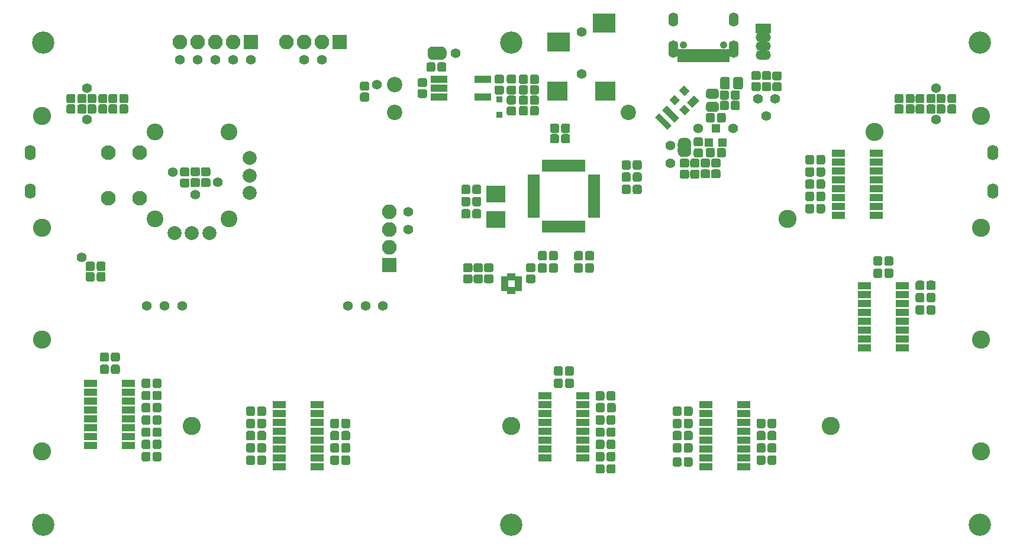
<source format=gbs>
G04 #@! TF.GenerationSoftware,KiCad,Pcbnew,(5.1.2)-1*
G04 #@! TF.CreationDate,2019-05-29T16:47:42+08:00*
G04 #@! TF.ProjectId,joyMIDI,6a6f794d-4944-4492-9e6b-696361645f70,rev?*
G04 #@! TF.SameCoordinates,Original*
G04 #@! TF.FileFunction,Soldermask,Bot*
G04 #@! TF.FilePolarity,Negative*
%FSLAX46Y46*%
G04 Gerber Fmt 4.6, Leading zero omitted, Abs format (unit mm)*
G04 Created by KiCad (PCBNEW (5.1.2)-1) date 2019-05-29 16:47:42*
%MOMM*%
%LPD*%
G04 APERTURE LIST*
%ADD10R,2.900000X2.800000*%
%ADD11R,3.200000X2.800000*%
%ADD12C,1.400000*%
%ADD13C,2.200000*%
%ADD14C,1.000000*%
%ADD15C,0.100000*%
%ADD16C,1.100000*%
%ADD17C,1.275000*%
%ADD18C,0.900000*%
%ADD19R,2.100000X2.100000*%
%ADD20O,2.100000X2.100000*%
%ADD21C,2.400000*%
%ADD22C,2.100000*%
%ADD23C,2.000000*%
%ADD24C,1.375000*%
%ADD25C,3.200000*%
%ADD26C,2.600000*%
%ADD27R,2.200000X1.350000*%
%ADD28O,2.200000X1.350000*%
%ADD29R,1.200000X1.300000*%
%ADD30R,1.700000X0.650000*%
%ADD31R,0.650000X1.700000*%
%ADD32R,0.700000X1.000000*%
%ADD33R,1.000000X0.700000*%
%ADD34R,1.900000X1.000000*%
%ADD35O,1.600000X2.200000*%
%ADD36R,2.800000X2.400000*%
%ADD37R,0.900000X0.900000*%
%ADD38C,0.500000*%
%ADD39R,2.400000X1.040000*%
%ADD40R,1.000000X1.850000*%
%ADD41R,0.700000X1.850000*%
%ADD42C,1.050000*%
%ADD43O,1.400000X2.500000*%
%ADD44O,1.400000X2.000000*%
G04 APERTURE END LIST*
D10*
X155050000Y-77400000D03*
X161950000Y-77400000D03*
D11*
X155200000Y-70400000D03*
D12*
X158500000Y-75000000D03*
X158500000Y-69000000D03*
D11*
X161800000Y-67700000D03*
D13*
X165250000Y-80500000D03*
X131750000Y-80500000D03*
X131750000Y-76500000D03*
D14*
X173214645Y-77371142D03*
D15*
G36*
X173957107Y-77406497D02*
G01*
X173250000Y-78113604D01*
X172472183Y-77335787D01*
X173179290Y-76628680D01*
X173957107Y-77406497D01*
X173957107Y-77406497D01*
G37*
D14*
X171871142Y-78714645D03*
D15*
G36*
X172613604Y-78750000D02*
G01*
X171906497Y-79457107D01*
X171128680Y-78679290D01*
X171835787Y-77972183D01*
X172613604Y-78750000D01*
X172613604Y-78750000D01*
G37*
D14*
X173285355Y-80128858D03*
D15*
G36*
X174027817Y-80164213D02*
G01*
X173320710Y-80871320D01*
X172542893Y-80093503D01*
X173250000Y-79386396D01*
X174027817Y-80164213D01*
X174027817Y-80164213D01*
G37*
D16*
X174487437Y-78926777D03*
D15*
G36*
X175371320Y-78820711D02*
G01*
X174381371Y-79810660D01*
X173603554Y-79032843D01*
X174593503Y-78042894D01*
X175371320Y-78820711D01*
X175371320Y-78820711D01*
G37*
G36*
X166849993Y-89076535D02*
G01*
X166880935Y-89081125D01*
X166911278Y-89088725D01*
X166940730Y-89099263D01*
X166969008Y-89112638D01*
X166995838Y-89128719D01*
X167020963Y-89147353D01*
X167044140Y-89168360D01*
X167065147Y-89191537D01*
X167083781Y-89216662D01*
X167099862Y-89243492D01*
X167113237Y-89271770D01*
X167123775Y-89301222D01*
X167131375Y-89331565D01*
X167135965Y-89362507D01*
X167137500Y-89393750D01*
X167137500Y-90106250D01*
X167135965Y-90137493D01*
X167131375Y-90168435D01*
X167123775Y-90198778D01*
X167113237Y-90228230D01*
X167099862Y-90256508D01*
X167083781Y-90283338D01*
X167065147Y-90308463D01*
X167044140Y-90331640D01*
X167020963Y-90352647D01*
X166995838Y-90371281D01*
X166969008Y-90387362D01*
X166940730Y-90400737D01*
X166911278Y-90411275D01*
X166880935Y-90418875D01*
X166849993Y-90423465D01*
X166818750Y-90425000D01*
X166181250Y-90425000D01*
X166150007Y-90423465D01*
X166119065Y-90418875D01*
X166088722Y-90411275D01*
X166059270Y-90400737D01*
X166030992Y-90387362D01*
X166004162Y-90371281D01*
X165979037Y-90352647D01*
X165955860Y-90331640D01*
X165934853Y-90308463D01*
X165916219Y-90283338D01*
X165900138Y-90256508D01*
X165886763Y-90228230D01*
X165876225Y-90198778D01*
X165868625Y-90168435D01*
X165864035Y-90137493D01*
X165862500Y-90106250D01*
X165862500Y-89393750D01*
X165864035Y-89362507D01*
X165868625Y-89331565D01*
X165876225Y-89301222D01*
X165886763Y-89271770D01*
X165900138Y-89243492D01*
X165916219Y-89216662D01*
X165934853Y-89191537D01*
X165955860Y-89168360D01*
X165979037Y-89147353D01*
X166004162Y-89128719D01*
X166030992Y-89112638D01*
X166059270Y-89099263D01*
X166088722Y-89088725D01*
X166119065Y-89081125D01*
X166150007Y-89076535D01*
X166181250Y-89075000D01*
X166818750Y-89075000D01*
X166849993Y-89076535D01*
X166849993Y-89076535D01*
G37*
D17*
X166500000Y-89750000D03*
D15*
G36*
X165274993Y-89076535D02*
G01*
X165305935Y-89081125D01*
X165336278Y-89088725D01*
X165365730Y-89099263D01*
X165394008Y-89112638D01*
X165420838Y-89128719D01*
X165445963Y-89147353D01*
X165469140Y-89168360D01*
X165490147Y-89191537D01*
X165508781Y-89216662D01*
X165524862Y-89243492D01*
X165538237Y-89271770D01*
X165548775Y-89301222D01*
X165556375Y-89331565D01*
X165560965Y-89362507D01*
X165562500Y-89393750D01*
X165562500Y-90106250D01*
X165560965Y-90137493D01*
X165556375Y-90168435D01*
X165548775Y-90198778D01*
X165538237Y-90228230D01*
X165524862Y-90256508D01*
X165508781Y-90283338D01*
X165490147Y-90308463D01*
X165469140Y-90331640D01*
X165445963Y-90352647D01*
X165420838Y-90371281D01*
X165394008Y-90387362D01*
X165365730Y-90400737D01*
X165336278Y-90411275D01*
X165305935Y-90418875D01*
X165274993Y-90423465D01*
X165243750Y-90425000D01*
X164606250Y-90425000D01*
X164575007Y-90423465D01*
X164544065Y-90418875D01*
X164513722Y-90411275D01*
X164484270Y-90400737D01*
X164455992Y-90387362D01*
X164429162Y-90371281D01*
X164404037Y-90352647D01*
X164380860Y-90331640D01*
X164359853Y-90308463D01*
X164341219Y-90283338D01*
X164325138Y-90256508D01*
X164311763Y-90228230D01*
X164301225Y-90198778D01*
X164293625Y-90168435D01*
X164289035Y-90137493D01*
X164287500Y-90106250D01*
X164287500Y-89393750D01*
X164289035Y-89362507D01*
X164293625Y-89331565D01*
X164301225Y-89301222D01*
X164311763Y-89271770D01*
X164325138Y-89243492D01*
X164341219Y-89216662D01*
X164359853Y-89191537D01*
X164380860Y-89168360D01*
X164404037Y-89147353D01*
X164429162Y-89128719D01*
X164455992Y-89112638D01*
X164484270Y-89099263D01*
X164513722Y-89088725D01*
X164544065Y-89081125D01*
X164575007Y-89076535D01*
X164606250Y-89075000D01*
X165243750Y-89075000D01*
X165274993Y-89076535D01*
X165274993Y-89076535D01*
G37*
D17*
X164925000Y-89750000D03*
D15*
G36*
X166849993Y-90826535D02*
G01*
X166880935Y-90831125D01*
X166911278Y-90838725D01*
X166940730Y-90849263D01*
X166969008Y-90862638D01*
X166995838Y-90878719D01*
X167020963Y-90897353D01*
X167044140Y-90918360D01*
X167065147Y-90941537D01*
X167083781Y-90966662D01*
X167099862Y-90993492D01*
X167113237Y-91021770D01*
X167123775Y-91051222D01*
X167131375Y-91081565D01*
X167135965Y-91112507D01*
X167137500Y-91143750D01*
X167137500Y-91856250D01*
X167135965Y-91887493D01*
X167131375Y-91918435D01*
X167123775Y-91948778D01*
X167113237Y-91978230D01*
X167099862Y-92006508D01*
X167083781Y-92033338D01*
X167065147Y-92058463D01*
X167044140Y-92081640D01*
X167020963Y-92102647D01*
X166995838Y-92121281D01*
X166969008Y-92137362D01*
X166940730Y-92150737D01*
X166911278Y-92161275D01*
X166880935Y-92168875D01*
X166849993Y-92173465D01*
X166818750Y-92175000D01*
X166181250Y-92175000D01*
X166150007Y-92173465D01*
X166119065Y-92168875D01*
X166088722Y-92161275D01*
X166059270Y-92150737D01*
X166030992Y-92137362D01*
X166004162Y-92121281D01*
X165979037Y-92102647D01*
X165955860Y-92081640D01*
X165934853Y-92058463D01*
X165916219Y-92033338D01*
X165900138Y-92006508D01*
X165886763Y-91978230D01*
X165876225Y-91948778D01*
X165868625Y-91918435D01*
X165864035Y-91887493D01*
X165862500Y-91856250D01*
X165862500Y-91143750D01*
X165864035Y-91112507D01*
X165868625Y-91081565D01*
X165876225Y-91051222D01*
X165886763Y-91021770D01*
X165900138Y-90993492D01*
X165916219Y-90966662D01*
X165934853Y-90941537D01*
X165955860Y-90918360D01*
X165979037Y-90897353D01*
X166004162Y-90878719D01*
X166030992Y-90862638D01*
X166059270Y-90849263D01*
X166088722Y-90838725D01*
X166119065Y-90831125D01*
X166150007Y-90826535D01*
X166181250Y-90825000D01*
X166818750Y-90825000D01*
X166849993Y-90826535D01*
X166849993Y-90826535D01*
G37*
D17*
X166500000Y-91500000D03*
D15*
G36*
X165274993Y-90826535D02*
G01*
X165305935Y-90831125D01*
X165336278Y-90838725D01*
X165365730Y-90849263D01*
X165394008Y-90862638D01*
X165420838Y-90878719D01*
X165445963Y-90897353D01*
X165469140Y-90918360D01*
X165490147Y-90941537D01*
X165508781Y-90966662D01*
X165524862Y-90993492D01*
X165538237Y-91021770D01*
X165548775Y-91051222D01*
X165556375Y-91081565D01*
X165560965Y-91112507D01*
X165562500Y-91143750D01*
X165562500Y-91856250D01*
X165560965Y-91887493D01*
X165556375Y-91918435D01*
X165548775Y-91948778D01*
X165538237Y-91978230D01*
X165524862Y-92006508D01*
X165508781Y-92033338D01*
X165490147Y-92058463D01*
X165469140Y-92081640D01*
X165445963Y-92102647D01*
X165420838Y-92121281D01*
X165394008Y-92137362D01*
X165365730Y-92150737D01*
X165336278Y-92161275D01*
X165305935Y-92168875D01*
X165274993Y-92173465D01*
X165243750Y-92175000D01*
X164606250Y-92175000D01*
X164575007Y-92173465D01*
X164544065Y-92168875D01*
X164513722Y-92161275D01*
X164484270Y-92150737D01*
X164455992Y-92137362D01*
X164429162Y-92121281D01*
X164404037Y-92102647D01*
X164380860Y-92081640D01*
X164359853Y-92058463D01*
X164341219Y-92033338D01*
X164325138Y-92006508D01*
X164311763Y-91978230D01*
X164301225Y-91948778D01*
X164293625Y-91918435D01*
X164289035Y-91887493D01*
X164287500Y-91856250D01*
X164287500Y-91143750D01*
X164289035Y-91112507D01*
X164293625Y-91081565D01*
X164301225Y-91051222D01*
X164311763Y-91021770D01*
X164325138Y-90993492D01*
X164341219Y-90966662D01*
X164359853Y-90941537D01*
X164380860Y-90918360D01*
X164404037Y-90897353D01*
X164429162Y-90878719D01*
X164455992Y-90862638D01*
X164484270Y-90849263D01*
X164513722Y-90838725D01*
X164544065Y-90831125D01*
X164575007Y-90826535D01*
X164606250Y-90825000D01*
X165243750Y-90825000D01*
X165274993Y-90826535D01*
X165274993Y-90826535D01*
G37*
D17*
X164925000Y-91500000D03*
D15*
G36*
X165274993Y-87326535D02*
G01*
X165305935Y-87331125D01*
X165336278Y-87338725D01*
X165365730Y-87349263D01*
X165394008Y-87362638D01*
X165420838Y-87378719D01*
X165445963Y-87397353D01*
X165469140Y-87418360D01*
X165490147Y-87441537D01*
X165508781Y-87466662D01*
X165524862Y-87493492D01*
X165538237Y-87521770D01*
X165548775Y-87551222D01*
X165556375Y-87581565D01*
X165560965Y-87612507D01*
X165562500Y-87643750D01*
X165562500Y-88356250D01*
X165560965Y-88387493D01*
X165556375Y-88418435D01*
X165548775Y-88448778D01*
X165538237Y-88478230D01*
X165524862Y-88506508D01*
X165508781Y-88533338D01*
X165490147Y-88558463D01*
X165469140Y-88581640D01*
X165445963Y-88602647D01*
X165420838Y-88621281D01*
X165394008Y-88637362D01*
X165365730Y-88650737D01*
X165336278Y-88661275D01*
X165305935Y-88668875D01*
X165274993Y-88673465D01*
X165243750Y-88675000D01*
X164606250Y-88675000D01*
X164575007Y-88673465D01*
X164544065Y-88668875D01*
X164513722Y-88661275D01*
X164484270Y-88650737D01*
X164455992Y-88637362D01*
X164429162Y-88621281D01*
X164404037Y-88602647D01*
X164380860Y-88581640D01*
X164359853Y-88558463D01*
X164341219Y-88533338D01*
X164325138Y-88506508D01*
X164311763Y-88478230D01*
X164301225Y-88448778D01*
X164293625Y-88418435D01*
X164289035Y-88387493D01*
X164287500Y-88356250D01*
X164287500Y-87643750D01*
X164289035Y-87612507D01*
X164293625Y-87581565D01*
X164301225Y-87551222D01*
X164311763Y-87521770D01*
X164325138Y-87493492D01*
X164341219Y-87466662D01*
X164359853Y-87441537D01*
X164380860Y-87418360D01*
X164404037Y-87397353D01*
X164429162Y-87378719D01*
X164455992Y-87362638D01*
X164484270Y-87349263D01*
X164513722Y-87338725D01*
X164544065Y-87331125D01*
X164575007Y-87326535D01*
X164606250Y-87325000D01*
X165243750Y-87325000D01*
X165274993Y-87326535D01*
X165274993Y-87326535D01*
G37*
D17*
X164925000Y-88000000D03*
D15*
G36*
X166849993Y-87326535D02*
G01*
X166880935Y-87331125D01*
X166911278Y-87338725D01*
X166940730Y-87349263D01*
X166969008Y-87362638D01*
X166995838Y-87378719D01*
X167020963Y-87397353D01*
X167044140Y-87418360D01*
X167065147Y-87441537D01*
X167083781Y-87466662D01*
X167099862Y-87493492D01*
X167113237Y-87521770D01*
X167123775Y-87551222D01*
X167131375Y-87581565D01*
X167135965Y-87612507D01*
X167137500Y-87643750D01*
X167137500Y-88356250D01*
X167135965Y-88387493D01*
X167131375Y-88418435D01*
X167123775Y-88448778D01*
X167113237Y-88478230D01*
X167099862Y-88506508D01*
X167083781Y-88533338D01*
X167065147Y-88558463D01*
X167044140Y-88581640D01*
X167020963Y-88602647D01*
X166995838Y-88621281D01*
X166969008Y-88637362D01*
X166940730Y-88650737D01*
X166911278Y-88661275D01*
X166880935Y-88668875D01*
X166849993Y-88673465D01*
X166818750Y-88675000D01*
X166181250Y-88675000D01*
X166150007Y-88673465D01*
X166119065Y-88668875D01*
X166088722Y-88661275D01*
X166059270Y-88650737D01*
X166030992Y-88637362D01*
X166004162Y-88621281D01*
X165979037Y-88602647D01*
X165955860Y-88581640D01*
X165934853Y-88558463D01*
X165916219Y-88533338D01*
X165900138Y-88506508D01*
X165886763Y-88478230D01*
X165876225Y-88448778D01*
X165868625Y-88418435D01*
X165864035Y-88387493D01*
X165862500Y-88356250D01*
X165862500Y-87643750D01*
X165864035Y-87612507D01*
X165868625Y-87581565D01*
X165876225Y-87551222D01*
X165886763Y-87521770D01*
X165900138Y-87493492D01*
X165916219Y-87466662D01*
X165934853Y-87441537D01*
X165955860Y-87418360D01*
X165979037Y-87397353D01*
X166004162Y-87378719D01*
X166030992Y-87362638D01*
X166059270Y-87349263D01*
X166088722Y-87338725D01*
X166119065Y-87331125D01*
X166150007Y-87326535D01*
X166181250Y-87325000D01*
X166818750Y-87325000D01*
X166849993Y-87326535D01*
X166849993Y-87326535D01*
G37*
D17*
X166500000Y-88000000D03*
D15*
G36*
X159999993Y-102076535D02*
G01*
X160030935Y-102081125D01*
X160061278Y-102088725D01*
X160090730Y-102099263D01*
X160119008Y-102112638D01*
X160145838Y-102128719D01*
X160170963Y-102147353D01*
X160194140Y-102168360D01*
X160215147Y-102191537D01*
X160233781Y-102216662D01*
X160249862Y-102243492D01*
X160263237Y-102271770D01*
X160273775Y-102301222D01*
X160281375Y-102331565D01*
X160285965Y-102362507D01*
X160287500Y-102393750D01*
X160287500Y-103106250D01*
X160285965Y-103137493D01*
X160281375Y-103168435D01*
X160273775Y-103198778D01*
X160263237Y-103228230D01*
X160249862Y-103256508D01*
X160233781Y-103283338D01*
X160215147Y-103308463D01*
X160194140Y-103331640D01*
X160170963Y-103352647D01*
X160145838Y-103371281D01*
X160119008Y-103387362D01*
X160090730Y-103400737D01*
X160061278Y-103411275D01*
X160030935Y-103418875D01*
X159999993Y-103423465D01*
X159968750Y-103425000D01*
X159331250Y-103425000D01*
X159300007Y-103423465D01*
X159269065Y-103418875D01*
X159238722Y-103411275D01*
X159209270Y-103400737D01*
X159180992Y-103387362D01*
X159154162Y-103371281D01*
X159129037Y-103352647D01*
X159105860Y-103331640D01*
X159084853Y-103308463D01*
X159066219Y-103283338D01*
X159050138Y-103256508D01*
X159036763Y-103228230D01*
X159026225Y-103198778D01*
X159018625Y-103168435D01*
X159014035Y-103137493D01*
X159012500Y-103106250D01*
X159012500Y-102393750D01*
X159014035Y-102362507D01*
X159018625Y-102331565D01*
X159026225Y-102301222D01*
X159036763Y-102271770D01*
X159050138Y-102243492D01*
X159066219Y-102216662D01*
X159084853Y-102191537D01*
X159105860Y-102168360D01*
X159129037Y-102147353D01*
X159154162Y-102128719D01*
X159180992Y-102112638D01*
X159209270Y-102099263D01*
X159238722Y-102088725D01*
X159269065Y-102081125D01*
X159300007Y-102076535D01*
X159331250Y-102075000D01*
X159968750Y-102075000D01*
X159999993Y-102076535D01*
X159999993Y-102076535D01*
G37*
D17*
X159650000Y-102750000D03*
D15*
G36*
X158424993Y-102076535D02*
G01*
X158455935Y-102081125D01*
X158486278Y-102088725D01*
X158515730Y-102099263D01*
X158544008Y-102112638D01*
X158570838Y-102128719D01*
X158595963Y-102147353D01*
X158619140Y-102168360D01*
X158640147Y-102191537D01*
X158658781Y-102216662D01*
X158674862Y-102243492D01*
X158688237Y-102271770D01*
X158698775Y-102301222D01*
X158706375Y-102331565D01*
X158710965Y-102362507D01*
X158712500Y-102393750D01*
X158712500Y-103106250D01*
X158710965Y-103137493D01*
X158706375Y-103168435D01*
X158698775Y-103198778D01*
X158688237Y-103228230D01*
X158674862Y-103256508D01*
X158658781Y-103283338D01*
X158640147Y-103308463D01*
X158619140Y-103331640D01*
X158595963Y-103352647D01*
X158570838Y-103371281D01*
X158544008Y-103387362D01*
X158515730Y-103400737D01*
X158486278Y-103411275D01*
X158455935Y-103418875D01*
X158424993Y-103423465D01*
X158393750Y-103425000D01*
X157756250Y-103425000D01*
X157725007Y-103423465D01*
X157694065Y-103418875D01*
X157663722Y-103411275D01*
X157634270Y-103400737D01*
X157605992Y-103387362D01*
X157579162Y-103371281D01*
X157554037Y-103352647D01*
X157530860Y-103331640D01*
X157509853Y-103308463D01*
X157491219Y-103283338D01*
X157475138Y-103256508D01*
X157461763Y-103228230D01*
X157451225Y-103198778D01*
X157443625Y-103168435D01*
X157439035Y-103137493D01*
X157437500Y-103106250D01*
X157437500Y-102393750D01*
X157439035Y-102362507D01*
X157443625Y-102331565D01*
X157451225Y-102301222D01*
X157461763Y-102271770D01*
X157475138Y-102243492D01*
X157491219Y-102216662D01*
X157509853Y-102191537D01*
X157530860Y-102168360D01*
X157554037Y-102147353D01*
X157579162Y-102128719D01*
X157605992Y-102112638D01*
X157634270Y-102099263D01*
X157663722Y-102088725D01*
X157694065Y-102081125D01*
X157725007Y-102076535D01*
X157756250Y-102075000D01*
X158393750Y-102075000D01*
X158424993Y-102076535D01*
X158424993Y-102076535D01*
G37*
D17*
X158075000Y-102750000D03*
D15*
G36*
X178887493Y-80576535D02*
G01*
X178918435Y-80581125D01*
X178948778Y-80588725D01*
X178978230Y-80599263D01*
X179006508Y-80612638D01*
X179033338Y-80628719D01*
X179058463Y-80647353D01*
X179081640Y-80668360D01*
X179102647Y-80691537D01*
X179121281Y-80716662D01*
X179137362Y-80743492D01*
X179150737Y-80771770D01*
X179161275Y-80801222D01*
X179168875Y-80831565D01*
X179173465Y-80862507D01*
X179175000Y-80893750D01*
X179175000Y-81606250D01*
X179173465Y-81637493D01*
X179168875Y-81668435D01*
X179161275Y-81698778D01*
X179150737Y-81728230D01*
X179137362Y-81756508D01*
X179121281Y-81783338D01*
X179102647Y-81808463D01*
X179081640Y-81831640D01*
X179058463Y-81852647D01*
X179033338Y-81871281D01*
X179006508Y-81887362D01*
X178978230Y-81900737D01*
X178948778Y-81911275D01*
X178918435Y-81918875D01*
X178887493Y-81923465D01*
X178856250Y-81925000D01*
X178218750Y-81925000D01*
X178187507Y-81923465D01*
X178156565Y-81918875D01*
X178126222Y-81911275D01*
X178096770Y-81900737D01*
X178068492Y-81887362D01*
X178041662Y-81871281D01*
X178016537Y-81852647D01*
X177993360Y-81831640D01*
X177972353Y-81808463D01*
X177953719Y-81783338D01*
X177937638Y-81756508D01*
X177924263Y-81728230D01*
X177913725Y-81698778D01*
X177906125Y-81668435D01*
X177901535Y-81637493D01*
X177900000Y-81606250D01*
X177900000Y-80893750D01*
X177901535Y-80862507D01*
X177906125Y-80831565D01*
X177913725Y-80801222D01*
X177924263Y-80771770D01*
X177937638Y-80743492D01*
X177953719Y-80716662D01*
X177972353Y-80691537D01*
X177993360Y-80668360D01*
X178016537Y-80647353D01*
X178041662Y-80628719D01*
X178068492Y-80612638D01*
X178096770Y-80599263D01*
X178126222Y-80588725D01*
X178156565Y-80581125D01*
X178187507Y-80576535D01*
X178218750Y-80575000D01*
X178856250Y-80575000D01*
X178887493Y-80576535D01*
X178887493Y-80576535D01*
G37*
D17*
X178537500Y-81250000D03*
D15*
G36*
X177312493Y-80576535D02*
G01*
X177343435Y-80581125D01*
X177373778Y-80588725D01*
X177403230Y-80599263D01*
X177431508Y-80612638D01*
X177458338Y-80628719D01*
X177483463Y-80647353D01*
X177506640Y-80668360D01*
X177527647Y-80691537D01*
X177546281Y-80716662D01*
X177562362Y-80743492D01*
X177575737Y-80771770D01*
X177586275Y-80801222D01*
X177593875Y-80831565D01*
X177598465Y-80862507D01*
X177600000Y-80893750D01*
X177600000Y-81606250D01*
X177598465Y-81637493D01*
X177593875Y-81668435D01*
X177586275Y-81698778D01*
X177575737Y-81728230D01*
X177562362Y-81756508D01*
X177546281Y-81783338D01*
X177527647Y-81808463D01*
X177506640Y-81831640D01*
X177483463Y-81852647D01*
X177458338Y-81871281D01*
X177431508Y-81887362D01*
X177403230Y-81900737D01*
X177373778Y-81911275D01*
X177343435Y-81918875D01*
X177312493Y-81923465D01*
X177281250Y-81925000D01*
X176643750Y-81925000D01*
X176612507Y-81923465D01*
X176581565Y-81918875D01*
X176551222Y-81911275D01*
X176521770Y-81900737D01*
X176493492Y-81887362D01*
X176466662Y-81871281D01*
X176441537Y-81852647D01*
X176418360Y-81831640D01*
X176397353Y-81808463D01*
X176378719Y-81783338D01*
X176362638Y-81756508D01*
X176349263Y-81728230D01*
X176338725Y-81698778D01*
X176331125Y-81668435D01*
X176326535Y-81637493D01*
X176325000Y-81606250D01*
X176325000Y-80893750D01*
X176326535Y-80862507D01*
X176331125Y-80831565D01*
X176338725Y-80801222D01*
X176349263Y-80771770D01*
X176362638Y-80743492D01*
X176378719Y-80716662D01*
X176397353Y-80691537D01*
X176418360Y-80668360D01*
X176441537Y-80647353D01*
X176466662Y-80628719D01*
X176493492Y-80612638D01*
X176521770Y-80599263D01*
X176551222Y-80588725D01*
X176581565Y-80581125D01*
X176612507Y-80576535D01*
X176643750Y-80575000D01*
X177281250Y-80575000D01*
X177312493Y-80576535D01*
X177312493Y-80576535D01*
G37*
D17*
X176962500Y-81250000D03*
D15*
G36*
X153274993Y-102076535D02*
G01*
X153305935Y-102081125D01*
X153336278Y-102088725D01*
X153365730Y-102099263D01*
X153394008Y-102112638D01*
X153420838Y-102128719D01*
X153445963Y-102147353D01*
X153469140Y-102168360D01*
X153490147Y-102191537D01*
X153508781Y-102216662D01*
X153524862Y-102243492D01*
X153538237Y-102271770D01*
X153548775Y-102301222D01*
X153556375Y-102331565D01*
X153560965Y-102362507D01*
X153562500Y-102393750D01*
X153562500Y-103106250D01*
X153560965Y-103137493D01*
X153556375Y-103168435D01*
X153548775Y-103198778D01*
X153538237Y-103228230D01*
X153524862Y-103256508D01*
X153508781Y-103283338D01*
X153490147Y-103308463D01*
X153469140Y-103331640D01*
X153445963Y-103352647D01*
X153420838Y-103371281D01*
X153394008Y-103387362D01*
X153365730Y-103400737D01*
X153336278Y-103411275D01*
X153305935Y-103418875D01*
X153274993Y-103423465D01*
X153243750Y-103425000D01*
X152606250Y-103425000D01*
X152575007Y-103423465D01*
X152544065Y-103418875D01*
X152513722Y-103411275D01*
X152484270Y-103400737D01*
X152455992Y-103387362D01*
X152429162Y-103371281D01*
X152404037Y-103352647D01*
X152380860Y-103331640D01*
X152359853Y-103308463D01*
X152341219Y-103283338D01*
X152325138Y-103256508D01*
X152311763Y-103228230D01*
X152301225Y-103198778D01*
X152293625Y-103168435D01*
X152289035Y-103137493D01*
X152287500Y-103106250D01*
X152287500Y-102393750D01*
X152289035Y-102362507D01*
X152293625Y-102331565D01*
X152301225Y-102301222D01*
X152311763Y-102271770D01*
X152325138Y-102243492D01*
X152341219Y-102216662D01*
X152359853Y-102191537D01*
X152380860Y-102168360D01*
X152404037Y-102147353D01*
X152429162Y-102128719D01*
X152455992Y-102112638D01*
X152484270Y-102099263D01*
X152513722Y-102088725D01*
X152544065Y-102081125D01*
X152575007Y-102076535D01*
X152606250Y-102075000D01*
X153243750Y-102075000D01*
X153274993Y-102076535D01*
X153274993Y-102076535D01*
G37*
D17*
X152925000Y-102750000D03*
D15*
G36*
X154849993Y-102076535D02*
G01*
X154880935Y-102081125D01*
X154911278Y-102088725D01*
X154940730Y-102099263D01*
X154969008Y-102112638D01*
X154995838Y-102128719D01*
X155020963Y-102147353D01*
X155044140Y-102168360D01*
X155065147Y-102191537D01*
X155083781Y-102216662D01*
X155099862Y-102243492D01*
X155113237Y-102271770D01*
X155123775Y-102301222D01*
X155131375Y-102331565D01*
X155135965Y-102362507D01*
X155137500Y-102393750D01*
X155137500Y-103106250D01*
X155135965Y-103137493D01*
X155131375Y-103168435D01*
X155123775Y-103198778D01*
X155113237Y-103228230D01*
X155099862Y-103256508D01*
X155083781Y-103283338D01*
X155065147Y-103308463D01*
X155044140Y-103331640D01*
X155020963Y-103352647D01*
X154995838Y-103371281D01*
X154969008Y-103387362D01*
X154940730Y-103400737D01*
X154911278Y-103411275D01*
X154880935Y-103418875D01*
X154849993Y-103423465D01*
X154818750Y-103425000D01*
X154181250Y-103425000D01*
X154150007Y-103423465D01*
X154119065Y-103418875D01*
X154088722Y-103411275D01*
X154059270Y-103400737D01*
X154030992Y-103387362D01*
X154004162Y-103371281D01*
X153979037Y-103352647D01*
X153955860Y-103331640D01*
X153934853Y-103308463D01*
X153916219Y-103283338D01*
X153900138Y-103256508D01*
X153886763Y-103228230D01*
X153876225Y-103198778D01*
X153868625Y-103168435D01*
X153864035Y-103137493D01*
X153862500Y-103106250D01*
X153862500Y-102393750D01*
X153864035Y-102362507D01*
X153868625Y-102331565D01*
X153876225Y-102301222D01*
X153886763Y-102271770D01*
X153900138Y-102243492D01*
X153916219Y-102216662D01*
X153934853Y-102191537D01*
X153955860Y-102168360D01*
X153979037Y-102147353D01*
X154004162Y-102128719D01*
X154030992Y-102112638D01*
X154059270Y-102099263D01*
X154088722Y-102088725D01*
X154119065Y-102081125D01*
X154150007Y-102076535D01*
X154181250Y-102075000D01*
X154818750Y-102075000D01*
X154849993Y-102076535D01*
X154849993Y-102076535D01*
G37*
D17*
X154500000Y-102750000D03*
D15*
G36*
X155024993Y-83576535D02*
G01*
X155055935Y-83581125D01*
X155086278Y-83588725D01*
X155115730Y-83599263D01*
X155144008Y-83612638D01*
X155170838Y-83628719D01*
X155195963Y-83647353D01*
X155219140Y-83668360D01*
X155240147Y-83691537D01*
X155258781Y-83716662D01*
X155274862Y-83743492D01*
X155288237Y-83771770D01*
X155298775Y-83801222D01*
X155306375Y-83831565D01*
X155310965Y-83862507D01*
X155312500Y-83893750D01*
X155312500Y-84606250D01*
X155310965Y-84637493D01*
X155306375Y-84668435D01*
X155298775Y-84698778D01*
X155288237Y-84728230D01*
X155274862Y-84756508D01*
X155258781Y-84783338D01*
X155240147Y-84808463D01*
X155219140Y-84831640D01*
X155195963Y-84852647D01*
X155170838Y-84871281D01*
X155144008Y-84887362D01*
X155115730Y-84900737D01*
X155086278Y-84911275D01*
X155055935Y-84918875D01*
X155024993Y-84923465D01*
X154993750Y-84925000D01*
X154356250Y-84925000D01*
X154325007Y-84923465D01*
X154294065Y-84918875D01*
X154263722Y-84911275D01*
X154234270Y-84900737D01*
X154205992Y-84887362D01*
X154179162Y-84871281D01*
X154154037Y-84852647D01*
X154130860Y-84831640D01*
X154109853Y-84808463D01*
X154091219Y-84783338D01*
X154075138Y-84756508D01*
X154061763Y-84728230D01*
X154051225Y-84698778D01*
X154043625Y-84668435D01*
X154039035Y-84637493D01*
X154037500Y-84606250D01*
X154037500Y-83893750D01*
X154039035Y-83862507D01*
X154043625Y-83831565D01*
X154051225Y-83801222D01*
X154061763Y-83771770D01*
X154075138Y-83743492D01*
X154091219Y-83716662D01*
X154109853Y-83691537D01*
X154130860Y-83668360D01*
X154154037Y-83647353D01*
X154179162Y-83628719D01*
X154205992Y-83612638D01*
X154234270Y-83599263D01*
X154263722Y-83588725D01*
X154294065Y-83581125D01*
X154325007Y-83576535D01*
X154356250Y-83575000D01*
X154993750Y-83575000D01*
X155024993Y-83576535D01*
X155024993Y-83576535D01*
G37*
D17*
X154675000Y-84250000D03*
D15*
G36*
X156599993Y-83576535D02*
G01*
X156630935Y-83581125D01*
X156661278Y-83588725D01*
X156690730Y-83599263D01*
X156719008Y-83612638D01*
X156745838Y-83628719D01*
X156770963Y-83647353D01*
X156794140Y-83668360D01*
X156815147Y-83691537D01*
X156833781Y-83716662D01*
X156849862Y-83743492D01*
X156863237Y-83771770D01*
X156873775Y-83801222D01*
X156881375Y-83831565D01*
X156885965Y-83862507D01*
X156887500Y-83893750D01*
X156887500Y-84606250D01*
X156885965Y-84637493D01*
X156881375Y-84668435D01*
X156873775Y-84698778D01*
X156863237Y-84728230D01*
X156849862Y-84756508D01*
X156833781Y-84783338D01*
X156815147Y-84808463D01*
X156794140Y-84831640D01*
X156770963Y-84852647D01*
X156745838Y-84871281D01*
X156719008Y-84887362D01*
X156690730Y-84900737D01*
X156661278Y-84911275D01*
X156630935Y-84918875D01*
X156599993Y-84923465D01*
X156568750Y-84925000D01*
X155931250Y-84925000D01*
X155900007Y-84923465D01*
X155869065Y-84918875D01*
X155838722Y-84911275D01*
X155809270Y-84900737D01*
X155780992Y-84887362D01*
X155754162Y-84871281D01*
X155729037Y-84852647D01*
X155705860Y-84831640D01*
X155684853Y-84808463D01*
X155666219Y-84783338D01*
X155650138Y-84756508D01*
X155636763Y-84728230D01*
X155626225Y-84698778D01*
X155618625Y-84668435D01*
X155614035Y-84637493D01*
X155612500Y-84606250D01*
X155612500Y-83893750D01*
X155614035Y-83862507D01*
X155618625Y-83831565D01*
X155626225Y-83801222D01*
X155636763Y-83771770D01*
X155650138Y-83743492D01*
X155666219Y-83716662D01*
X155684853Y-83691537D01*
X155705860Y-83668360D01*
X155729037Y-83647353D01*
X155754162Y-83628719D01*
X155780992Y-83612638D01*
X155809270Y-83599263D01*
X155838722Y-83588725D01*
X155869065Y-83581125D01*
X155900007Y-83576535D01*
X155931250Y-83575000D01*
X156568750Y-83575000D01*
X156599993Y-83576535D01*
X156599993Y-83576535D01*
G37*
D17*
X156250000Y-84250000D03*
D15*
G36*
X178887493Y-85576535D02*
G01*
X178918435Y-85581125D01*
X178948778Y-85588725D01*
X178978230Y-85599263D01*
X179006508Y-85612638D01*
X179033338Y-85628719D01*
X179058463Y-85647353D01*
X179081640Y-85668360D01*
X179102647Y-85691537D01*
X179121281Y-85716662D01*
X179137362Y-85743492D01*
X179150737Y-85771770D01*
X179161275Y-85801222D01*
X179168875Y-85831565D01*
X179173465Y-85862507D01*
X179175000Y-85893750D01*
X179175000Y-86606250D01*
X179173465Y-86637493D01*
X179168875Y-86668435D01*
X179161275Y-86698778D01*
X179150737Y-86728230D01*
X179137362Y-86756508D01*
X179121281Y-86783338D01*
X179102647Y-86808463D01*
X179081640Y-86831640D01*
X179058463Y-86852647D01*
X179033338Y-86871281D01*
X179006508Y-86887362D01*
X178978230Y-86900737D01*
X178948778Y-86911275D01*
X178918435Y-86918875D01*
X178887493Y-86923465D01*
X178856250Y-86925000D01*
X178218750Y-86925000D01*
X178187507Y-86923465D01*
X178156565Y-86918875D01*
X178126222Y-86911275D01*
X178096770Y-86900737D01*
X178068492Y-86887362D01*
X178041662Y-86871281D01*
X178016537Y-86852647D01*
X177993360Y-86831640D01*
X177972353Y-86808463D01*
X177953719Y-86783338D01*
X177937638Y-86756508D01*
X177924263Y-86728230D01*
X177913725Y-86698778D01*
X177906125Y-86668435D01*
X177901535Y-86637493D01*
X177900000Y-86606250D01*
X177900000Y-85893750D01*
X177901535Y-85862507D01*
X177906125Y-85831565D01*
X177913725Y-85801222D01*
X177924263Y-85771770D01*
X177937638Y-85743492D01*
X177953719Y-85716662D01*
X177972353Y-85691537D01*
X177993360Y-85668360D01*
X178016537Y-85647353D01*
X178041662Y-85628719D01*
X178068492Y-85612638D01*
X178096770Y-85599263D01*
X178126222Y-85588725D01*
X178156565Y-85581125D01*
X178187507Y-85576535D01*
X178218750Y-85575000D01*
X178856250Y-85575000D01*
X178887493Y-85576535D01*
X178887493Y-85576535D01*
G37*
D17*
X178537500Y-86250000D03*
D15*
G36*
X177312493Y-85576535D02*
G01*
X177343435Y-85581125D01*
X177373778Y-85588725D01*
X177403230Y-85599263D01*
X177431508Y-85612638D01*
X177458338Y-85628719D01*
X177483463Y-85647353D01*
X177506640Y-85668360D01*
X177527647Y-85691537D01*
X177546281Y-85716662D01*
X177562362Y-85743492D01*
X177575737Y-85771770D01*
X177586275Y-85801222D01*
X177593875Y-85831565D01*
X177598465Y-85862507D01*
X177600000Y-85893750D01*
X177600000Y-86606250D01*
X177598465Y-86637493D01*
X177593875Y-86668435D01*
X177586275Y-86698778D01*
X177575737Y-86728230D01*
X177562362Y-86756508D01*
X177546281Y-86783338D01*
X177527647Y-86808463D01*
X177506640Y-86831640D01*
X177483463Y-86852647D01*
X177458338Y-86871281D01*
X177431508Y-86887362D01*
X177403230Y-86900737D01*
X177373778Y-86911275D01*
X177343435Y-86918875D01*
X177312493Y-86923465D01*
X177281250Y-86925000D01*
X176643750Y-86925000D01*
X176612507Y-86923465D01*
X176581565Y-86918875D01*
X176551222Y-86911275D01*
X176521770Y-86900737D01*
X176493492Y-86887362D01*
X176466662Y-86871281D01*
X176441537Y-86852647D01*
X176418360Y-86831640D01*
X176397353Y-86808463D01*
X176378719Y-86783338D01*
X176362638Y-86756508D01*
X176349263Y-86728230D01*
X176338725Y-86698778D01*
X176331125Y-86668435D01*
X176326535Y-86637493D01*
X176325000Y-86606250D01*
X176325000Y-85893750D01*
X176326535Y-85862507D01*
X176331125Y-85831565D01*
X176338725Y-85801222D01*
X176349263Y-85771770D01*
X176362638Y-85743492D01*
X176378719Y-85716662D01*
X176397353Y-85691537D01*
X176418360Y-85668360D01*
X176441537Y-85647353D01*
X176466662Y-85628719D01*
X176493492Y-85612638D01*
X176521770Y-85599263D01*
X176551222Y-85588725D01*
X176581565Y-85581125D01*
X176612507Y-85576535D01*
X176643750Y-85575000D01*
X177281250Y-85575000D01*
X177312493Y-85576535D01*
X177312493Y-85576535D01*
G37*
D17*
X176962500Y-86250000D03*
D15*
G36*
X142312493Y-94326535D02*
G01*
X142343435Y-94331125D01*
X142373778Y-94338725D01*
X142403230Y-94349263D01*
X142431508Y-94362638D01*
X142458338Y-94378719D01*
X142483463Y-94397353D01*
X142506640Y-94418360D01*
X142527647Y-94441537D01*
X142546281Y-94466662D01*
X142562362Y-94493492D01*
X142575737Y-94521770D01*
X142586275Y-94551222D01*
X142593875Y-94581565D01*
X142598465Y-94612507D01*
X142600000Y-94643750D01*
X142600000Y-95356250D01*
X142598465Y-95387493D01*
X142593875Y-95418435D01*
X142586275Y-95448778D01*
X142575737Y-95478230D01*
X142562362Y-95506508D01*
X142546281Y-95533338D01*
X142527647Y-95558463D01*
X142506640Y-95581640D01*
X142483463Y-95602647D01*
X142458338Y-95621281D01*
X142431508Y-95637362D01*
X142403230Y-95650737D01*
X142373778Y-95661275D01*
X142343435Y-95668875D01*
X142312493Y-95673465D01*
X142281250Y-95675000D01*
X141643750Y-95675000D01*
X141612507Y-95673465D01*
X141581565Y-95668875D01*
X141551222Y-95661275D01*
X141521770Y-95650737D01*
X141493492Y-95637362D01*
X141466662Y-95621281D01*
X141441537Y-95602647D01*
X141418360Y-95581640D01*
X141397353Y-95558463D01*
X141378719Y-95533338D01*
X141362638Y-95506508D01*
X141349263Y-95478230D01*
X141338725Y-95448778D01*
X141331125Y-95418435D01*
X141326535Y-95387493D01*
X141325000Y-95356250D01*
X141325000Y-94643750D01*
X141326535Y-94612507D01*
X141331125Y-94581565D01*
X141338725Y-94551222D01*
X141349263Y-94521770D01*
X141362638Y-94493492D01*
X141378719Y-94466662D01*
X141397353Y-94441537D01*
X141418360Y-94418360D01*
X141441537Y-94397353D01*
X141466662Y-94378719D01*
X141493492Y-94362638D01*
X141521770Y-94349263D01*
X141551222Y-94338725D01*
X141581565Y-94331125D01*
X141612507Y-94326535D01*
X141643750Y-94325000D01*
X142281250Y-94325000D01*
X142312493Y-94326535D01*
X142312493Y-94326535D01*
G37*
D17*
X141962500Y-95000000D03*
D15*
G36*
X143887493Y-94326535D02*
G01*
X143918435Y-94331125D01*
X143948778Y-94338725D01*
X143978230Y-94349263D01*
X144006508Y-94362638D01*
X144033338Y-94378719D01*
X144058463Y-94397353D01*
X144081640Y-94418360D01*
X144102647Y-94441537D01*
X144121281Y-94466662D01*
X144137362Y-94493492D01*
X144150737Y-94521770D01*
X144161275Y-94551222D01*
X144168875Y-94581565D01*
X144173465Y-94612507D01*
X144175000Y-94643750D01*
X144175000Y-95356250D01*
X144173465Y-95387493D01*
X144168875Y-95418435D01*
X144161275Y-95448778D01*
X144150737Y-95478230D01*
X144137362Y-95506508D01*
X144121281Y-95533338D01*
X144102647Y-95558463D01*
X144081640Y-95581640D01*
X144058463Y-95602647D01*
X144033338Y-95621281D01*
X144006508Y-95637362D01*
X143978230Y-95650737D01*
X143948778Y-95661275D01*
X143918435Y-95668875D01*
X143887493Y-95673465D01*
X143856250Y-95675000D01*
X143218750Y-95675000D01*
X143187507Y-95673465D01*
X143156565Y-95668875D01*
X143126222Y-95661275D01*
X143096770Y-95650737D01*
X143068492Y-95637362D01*
X143041662Y-95621281D01*
X143016537Y-95602647D01*
X142993360Y-95581640D01*
X142972353Y-95558463D01*
X142953719Y-95533338D01*
X142937638Y-95506508D01*
X142924263Y-95478230D01*
X142913725Y-95448778D01*
X142906125Y-95418435D01*
X142901535Y-95387493D01*
X142900000Y-95356250D01*
X142900000Y-94643750D01*
X142901535Y-94612507D01*
X142906125Y-94581565D01*
X142913725Y-94551222D01*
X142924263Y-94521770D01*
X142937638Y-94493492D01*
X142953719Y-94466662D01*
X142972353Y-94441537D01*
X142993360Y-94418360D01*
X143016537Y-94397353D01*
X143041662Y-94378719D01*
X143068492Y-94362638D01*
X143096770Y-94349263D01*
X143126222Y-94338725D01*
X143156565Y-94331125D01*
X143187507Y-94326535D01*
X143218750Y-94325000D01*
X143856250Y-94325000D01*
X143887493Y-94326535D01*
X143887493Y-94326535D01*
G37*
D17*
X143537500Y-95000000D03*
D15*
G36*
X142312493Y-92576535D02*
G01*
X142343435Y-92581125D01*
X142373778Y-92588725D01*
X142403230Y-92599263D01*
X142431508Y-92612638D01*
X142458338Y-92628719D01*
X142483463Y-92647353D01*
X142506640Y-92668360D01*
X142527647Y-92691537D01*
X142546281Y-92716662D01*
X142562362Y-92743492D01*
X142575737Y-92771770D01*
X142586275Y-92801222D01*
X142593875Y-92831565D01*
X142598465Y-92862507D01*
X142600000Y-92893750D01*
X142600000Y-93606250D01*
X142598465Y-93637493D01*
X142593875Y-93668435D01*
X142586275Y-93698778D01*
X142575737Y-93728230D01*
X142562362Y-93756508D01*
X142546281Y-93783338D01*
X142527647Y-93808463D01*
X142506640Y-93831640D01*
X142483463Y-93852647D01*
X142458338Y-93871281D01*
X142431508Y-93887362D01*
X142403230Y-93900737D01*
X142373778Y-93911275D01*
X142343435Y-93918875D01*
X142312493Y-93923465D01*
X142281250Y-93925000D01*
X141643750Y-93925000D01*
X141612507Y-93923465D01*
X141581565Y-93918875D01*
X141551222Y-93911275D01*
X141521770Y-93900737D01*
X141493492Y-93887362D01*
X141466662Y-93871281D01*
X141441537Y-93852647D01*
X141418360Y-93831640D01*
X141397353Y-93808463D01*
X141378719Y-93783338D01*
X141362638Y-93756508D01*
X141349263Y-93728230D01*
X141338725Y-93698778D01*
X141331125Y-93668435D01*
X141326535Y-93637493D01*
X141325000Y-93606250D01*
X141325000Y-92893750D01*
X141326535Y-92862507D01*
X141331125Y-92831565D01*
X141338725Y-92801222D01*
X141349263Y-92771770D01*
X141362638Y-92743492D01*
X141378719Y-92716662D01*
X141397353Y-92691537D01*
X141418360Y-92668360D01*
X141441537Y-92647353D01*
X141466662Y-92628719D01*
X141493492Y-92612638D01*
X141521770Y-92599263D01*
X141551222Y-92588725D01*
X141581565Y-92581125D01*
X141612507Y-92576535D01*
X141643750Y-92575000D01*
X142281250Y-92575000D01*
X142312493Y-92576535D01*
X142312493Y-92576535D01*
G37*
D17*
X141962500Y-93250000D03*
D15*
G36*
X143887493Y-92576535D02*
G01*
X143918435Y-92581125D01*
X143948778Y-92588725D01*
X143978230Y-92599263D01*
X144006508Y-92612638D01*
X144033338Y-92628719D01*
X144058463Y-92647353D01*
X144081640Y-92668360D01*
X144102647Y-92691537D01*
X144121281Y-92716662D01*
X144137362Y-92743492D01*
X144150737Y-92771770D01*
X144161275Y-92801222D01*
X144168875Y-92831565D01*
X144173465Y-92862507D01*
X144175000Y-92893750D01*
X144175000Y-93606250D01*
X144173465Y-93637493D01*
X144168875Y-93668435D01*
X144161275Y-93698778D01*
X144150737Y-93728230D01*
X144137362Y-93756508D01*
X144121281Y-93783338D01*
X144102647Y-93808463D01*
X144081640Y-93831640D01*
X144058463Y-93852647D01*
X144033338Y-93871281D01*
X144006508Y-93887362D01*
X143978230Y-93900737D01*
X143948778Y-93911275D01*
X143918435Y-93918875D01*
X143887493Y-93923465D01*
X143856250Y-93925000D01*
X143218750Y-93925000D01*
X143187507Y-93923465D01*
X143156565Y-93918875D01*
X143126222Y-93911275D01*
X143096770Y-93900737D01*
X143068492Y-93887362D01*
X143041662Y-93871281D01*
X143016537Y-93852647D01*
X142993360Y-93831640D01*
X142972353Y-93808463D01*
X142953719Y-93783338D01*
X142937638Y-93756508D01*
X142924263Y-93728230D01*
X142913725Y-93698778D01*
X142906125Y-93668435D01*
X142901535Y-93637493D01*
X142900000Y-93606250D01*
X142900000Y-92893750D01*
X142901535Y-92862507D01*
X142906125Y-92831565D01*
X142913725Y-92801222D01*
X142924263Y-92771770D01*
X142937638Y-92743492D01*
X142953719Y-92716662D01*
X142972353Y-92691537D01*
X142993360Y-92668360D01*
X143016537Y-92647353D01*
X143041662Y-92628719D01*
X143068492Y-92612638D01*
X143096770Y-92599263D01*
X143126222Y-92588725D01*
X143156565Y-92581125D01*
X143187507Y-92576535D01*
X143218750Y-92575000D01*
X143856250Y-92575000D01*
X143887493Y-92576535D01*
X143887493Y-92576535D01*
G37*
D17*
X143537500Y-93250000D03*
D15*
G36*
X142312493Y-90826535D02*
G01*
X142343435Y-90831125D01*
X142373778Y-90838725D01*
X142403230Y-90849263D01*
X142431508Y-90862638D01*
X142458338Y-90878719D01*
X142483463Y-90897353D01*
X142506640Y-90918360D01*
X142527647Y-90941537D01*
X142546281Y-90966662D01*
X142562362Y-90993492D01*
X142575737Y-91021770D01*
X142586275Y-91051222D01*
X142593875Y-91081565D01*
X142598465Y-91112507D01*
X142600000Y-91143750D01*
X142600000Y-91856250D01*
X142598465Y-91887493D01*
X142593875Y-91918435D01*
X142586275Y-91948778D01*
X142575737Y-91978230D01*
X142562362Y-92006508D01*
X142546281Y-92033338D01*
X142527647Y-92058463D01*
X142506640Y-92081640D01*
X142483463Y-92102647D01*
X142458338Y-92121281D01*
X142431508Y-92137362D01*
X142403230Y-92150737D01*
X142373778Y-92161275D01*
X142343435Y-92168875D01*
X142312493Y-92173465D01*
X142281250Y-92175000D01*
X141643750Y-92175000D01*
X141612507Y-92173465D01*
X141581565Y-92168875D01*
X141551222Y-92161275D01*
X141521770Y-92150737D01*
X141493492Y-92137362D01*
X141466662Y-92121281D01*
X141441537Y-92102647D01*
X141418360Y-92081640D01*
X141397353Y-92058463D01*
X141378719Y-92033338D01*
X141362638Y-92006508D01*
X141349263Y-91978230D01*
X141338725Y-91948778D01*
X141331125Y-91918435D01*
X141326535Y-91887493D01*
X141325000Y-91856250D01*
X141325000Y-91143750D01*
X141326535Y-91112507D01*
X141331125Y-91081565D01*
X141338725Y-91051222D01*
X141349263Y-91021770D01*
X141362638Y-90993492D01*
X141378719Y-90966662D01*
X141397353Y-90941537D01*
X141418360Y-90918360D01*
X141441537Y-90897353D01*
X141466662Y-90878719D01*
X141493492Y-90862638D01*
X141521770Y-90849263D01*
X141551222Y-90838725D01*
X141581565Y-90831125D01*
X141612507Y-90826535D01*
X141643750Y-90825000D01*
X142281250Y-90825000D01*
X142312493Y-90826535D01*
X142312493Y-90826535D01*
G37*
D17*
X141962500Y-91500000D03*
D15*
G36*
X143887493Y-90826535D02*
G01*
X143918435Y-90831125D01*
X143948778Y-90838725D01*
X143978230Y-90849263D01*
X144006508Y-90862638D01*
X144033338Y-90878719D01*
X144058463Y-90897353D01*
X144081640Y-90918360D01*
X144102647Y-90941537D01*
X144121281Y-90966662D01*
X144137362Y-90993492D01*
X144150737Y-91021770D01*
X144161275Y-91051222D01*
X144168875Y-91081565D01*
X144173465Y-91112507D01*
X144175000Y-91143750D01*
X144175000Y-91856250D01*
X144173465Y-91887493D01*
X144168875Y-91918435D01*
X144161275Y-91948778D01*
X144150737Y-91978230D01*
X144137362Y-92006508D01*
X144121281Y-92033338D01*
X144102647Y-92058463D01*
X144081640Y-92081640D01*
X144058463Y-92102647D01*
X144033338Y-92121281D01*
X144006508Y-92137362D01*
X143978230Y-92150737D01*
X143948778Y-92161275D01*
X143918435Y-92168875D01*
X143887493Y-92173465D01*
X143856250Y-92175000D01*
X143218750Y-92175000D01*
X143187507Y-92173465D01*
X143156565Y-92168875D01*
X143126222Y-92161275D01*
X143096770Y-92150737D01*
X143068492Y-92137362D01*
X143041662Y-92121281D01*
X143016537Y-92102647D01*
X142993360Y-92081640D01*
X142972353Y-92058463D01*
X142953719Y-92033338D01*
X142937638Y-92006508D01*
X142924263Y-91978230D01*
X142913725Y-91948778D01*
X142906125Y-91918435D01*
X142901535Y-91887493D01*
X142900000Y-91856250D01*
X142900000Y-91143750D01*
X142901535Y-91112507D01*
X142906125Y-91081565D01*
X142913725Y-91051222D01*
X142924263Y-91021770D01*
X142937638Y-90993492D01*
X142953719Y-90966662D01*
X142972353Y-90941537D01*
X142993360Y-90918360D01*
X143016537Y-90897353D01*
X143041662Y-90878719D01*
X143068492Y-90862638D01*
X143096770Y-90849263D01*
X143126222Y-90838725D01*
X143156565Y-90831125D01*
X143187507Y-90826535D01*
X143218750Y-90825000D01*
X143856250Y-90825000D01*
X143887493Y-90826535D01*
X143887493Y-90826535D01*
G37*
D17*
X143537500Y-91500000D03*
D15*
G36*
X151637493Y-103651535D02*
G01*
X151668435Y-103656125D01*
X151698778Y-103663725D01*
X151728230Y-103674263D01*
X151756508Y-103687638D01*
X151783338Y-103703719D01*
X151808463Y-103722353D01*
X151831640Y-103743360D01*
X151852647Y-103766537D01*
X151871281Y-103791662D01*
X151887362Y-103818492D01*
X151900737Y-103846770D01*
X151911275Y-103876222D01*
X151918875Y-103906565D01*
X151923465Y-103937507D01*
X151925000Y-103968750D01*
X151925000Y-104606250D01*
X151923465Y-104637493D01*
X151918875Y-104668435D01*
X151911275Y-104698778D01*
X151900737Y-104728230D01*
X151887362Y-104756508D01*
X151871281Y-104783338D01*
X151852647Y-104808463D01*
X151831640Y-104831640D01*
X151808463Y-104852647D01*
X151783338Y-104871281D01*
X151756508Y-104887362D01*
X151728230Y-104900737D01*
X151698778Y-104911275D01*
X151668435Y-104918875D01*
X151637493Y-104923465D01*
X151606250Y-104925000D01*
X150893750Y-104925000D01*
X150862507Y-104923465D01*
X150831565Y-104918875D01*
X150801222Y-104911275D01*
X150771770Y-104900737D01*
X150743492Y-104887362D01*
X150716662Y-104871281D01*
X150691537Y-104852647D01*
X150668360Y-104831640D01*
X150647353Y-104808463D01*
X150628719Y-104783338D01*
X150612638Y-104756508D01*
X150599263Y-104728230D01*
X150588725Y-104698778D01*
X150581125Y-104668435D01*
X150576535Y-104637493D01*
X150575000Y-104606250D01*
X150575000Y-103968750D01*
X150576535Y-103937507D01*
X150581125Y-103906565D01*
X150588725Y-103876222D01*
X150599263Y-103846770D01*
X150612638Y-103818492D01*
X150628719Y-103791662D01*
X150647353Y-103766537D01*
X150668360Y-103743360D01*
X150691537Y-103722353D01*
X150716662Y-103703719D01*
X150743492Y-103687638D01*
X150771770Y-103674263D01*
X150801222Y-103663725D01*
X150831565Y-103656125D01*
X150862507Y-103651535D01*
X150893750Y-103650000D01*
X151606250Y-103650000D01*
X151637493Y-103651535D01*
X151637493Y-103651535D01*
G37*
D17*
X151250000Y-104287500D03*
D15*
G36*
X151637493Y-102076535D02*
G01*
X151668435Y-102081125D01*
X151698778Y-102088725D01*
X151728230Y-102099263D01*
X151756508Y-102112638D01*
X151783338Y-102128719D01*
X151808463Y-102147353D01*
X151831640Y-102168360D01*
X151852647Y-102191537D01*
X151871281Y-102216662D01*
X151887362Y-102243492D01*
X151900737Y-102271770D01*
X151911275Y-102301222D01*
X151918875Y-102331565D01*
X151923465Y-102362507D01*
X151925000Y-102393750D01*
X151925000Y-103031250D01*
X151923465Y-103062493D01*
X151918875Y-103093435D01*
X151911275Y-103123778D01*
X151900737Y-103153230D01*
X151887362Y-103181508D01*
X151871281Y-103208338D01*
X151852647Y-103233463D01*
X151831640Y-103256640D01*
X151808463Y-103277647D01*
X151783338Y-103296281D01*
X151756508Y-103312362D01*
X151728230Y-103325737D01*
X151698778Y-103336275D01*
X151668435Y-103343875D01*
X151637493Y-103348465D01*
X151606250Y-103350000D01*
X150893750Y-103350000D01*
X150862507Y-103348465D01*
X150831565Y-103343875D01*
X150801222Y-103336275D01*
X150771770Y-103325737D01*
X150743492Y-103312362D01*
X150716662Y-103296281D01*
X150691537Y-103277647D01*
X150668360Y-103256640D01*
X150647353Y-103233463D01*
X150628719Y-103208338D01*
X150612638Y-103181508D01*
X150599263Y-103153230D01*
X150588725Y-103123778D01*
X150581125Y-103093435D01*
X150576535Y-103062493D01*
X150575000Y-103031250D01*
X150575000Y-102393750D01*
X150576535Y-102362507D01*
X150581125Y-102331565D01*
X150588725Y-102301222D01*
X150599263Y-102271770D01*
X150612638Y-102243492D01*
X150628719Y-102216662D01*
X150647353Y-102191537D01*
X150668360Y-102168360D01*
X150691537Y-102147353D01*
X150716662Y-102128719D01*
X150743492Y-102112638D01*
X150771770Y-102099263D01*
X150801222Y-102088725D01*
X150831565Y-102081125D01*
X150862507Y-102076535D01*
X150893750Y-102075000D01*
X151606250Y-102075000D01*
X151637493Y-102076535D01*
X151637493Y-102076535D01*
G37*
D17*
X151250000Y-102712500D03*
D15*
G36*
X191524993Y-86576535D02*
G01*
X191555935Y-86581125D01*
X191586278Y-86588725D01*
X191615730Y-86599263D01*
X191644008Y-86612638D01*
X191670838Y-86628719D01*
X191695963Y-86647353D01*
X191719140Y-86668360D01*
X191740147Y-86691537D01*
X191758781Y-86716662D01*
X191774862Y-86743492D01*
X191788237Y-86771770D01*
X191798775Y-86801222D01*
X191806375Y-86831565D01*
X191810965Y-86862507D01*
X191812500Y-86893750D01*
X191812500Y-87606250D01*
X191810965Y-87637493D01*
X191806375Y-87668435D01*
X191798775Y-87698778D01*
X191788237Y-87728230D01*
X191774862Y-87756508D01*
X191758781Y-87783338D01*
X191740147Y-87808463D01*
X191719140Y-87831640D01*
X191695963Y-87852647D01*
X191670838Y-87871281D01*
X191644008Y-87887362D01*
X191615730Y-87900737D01*
X191586278Y-87911275D01*
X191555935Y-87918875D01*
X191524993Y-87923465D01*
X191493750Y-87925000D01*
X190856250Y-87925000D01*
X190825007Y-87923465D01*
X190794065Y-87918875D01*
X190763722Y-87911275D01*
X190734270Y-87900737D01*
X190705992Y-87887362D01*
X190679162Y-87871281D01*
X190654037Y-87852647D01*
X190630860Y-87831640D01*
X190609853Y-87808463D01*
X190591219Y-87783338D01*
X190575138Y-87756508D01*
X190561763Y-87728230D01*
X190551225Y-87698778D01*
X190543625Y-87668435D01*
X190539035Y-87637493D01*
X190537500Y-87606250D01*
X190537500Y-86893750D01*
X190539035Y-86862507D01*
X190543625Y-86831565D01*
X190551225Y-86801222D01*
X190561763Y-86771770D01*
X190575138Y-86743492D01*
X190591219Y-86716662D01*
X190609853Y-86691537D01*
X190630860Y-86668360D01*
X190654037Y-86647353D01*
X190679162Y-86628719D01*
X190705992Y-86612638D01*
X190734270Y-86599263D01*
X190763722Y-86588725D01*
X190794065Y-86581125D01*
X190825007Y-86576535D01*
X190856250Y-86575000D01*
X191493750Y-86575000D01*
X191524993Y-86576535D01*
X191524993Y-86576535D01*
G37*
D17*
X191175000Y-87250000D03*
D15*
G36*
X193099993Y-86576535D02*
G01*
X193130935Y-86581125D01*
X193161278Y-86588725D01*
X193190730Y-86599263D01*
X193219008Y-86612638D01*
X193245838Y-86628719D01*
X193270963Y-86647353D01*
X193294140Y-86668360D01*
X193315147Y-86691537D01*
X193333781Y-86716662D01*
X193349862Y-86743492D01*
X193363237Y-86771770D01*
X193373775Y-86801222D01*
X193381375Y-86831565D01*
X193385965Y-86862507D01*
X193387500Y-86893750D01*
X193387500Y-87606250D01*
X193385965Y-87637493D01*
X193381375Y-87668435D01*
X193373775Y-87698778D01*
X193363237Y-87728230D01*
X193349862Y-87756508D01*
X193333781Y-87783338D01*
X193315147Y-87808463D01*
X193294140Y-87831640D01*
X193270963Y-87852647D01*
X193245838Y-87871281D01*
X193219008Y-87887362D01*
X193190730Y-87900737D01*
X193161278Y-87911275D01*
X193130935Y-87918875D01*
X193099993Y-87923465D01*
X193068750Y-87925000D01*
X192431250Y-87925000D01*
X192400007Y-87923465D01*
X192369065Y-87918875D01*
X192338722Y-87911275D01*
X192309270Y-87900737D01*
X192280992Y-87887362D01*
X192254162Y-87871281D01*
X192229037Y-87852647D01*
X192205860Y-87831640D01*
X192184853Y-87808463D01*
X192166219Y-87783338D01*
X192150138Y-87756508D01*
X192136763Y-87728230D01*
X192126225Y-87698778D01*
X192118625Y-87668435D01*
X192114035Y-87637493D01*
X192112500Y-87606250D01*
X192112500Y-86893750D01*
X192114035Y-86862507D01*
X192118625Y-86831565D01*
X192126225Y-86801222D01*
X192136763Y-86771770D01*
X192150138Y-86743492D01*
X192166219Y-86716662D01*
X192184853Y-86691537D01*
X192205860Y-86668360D01*
X192229037Y-86647353D01*
X192254162Y-86628719D01*
X192280992Y-86612638D01*
X192309270Y-86599263D01*
X192338722Y-86588725D01*
X192369065Y-86581125D01*
X192400007Y-86576535D01*
X192431250Y-86575000D01*
X193068750Y-86575000D01*
X193099993Y-86576535D01*
X193099993Y-86576535D01*
G37*
D17*
X192750000Y-87250000D03*
D15*
G36*
X172562493Y-122576535D02*
G01*
X172593435Y-122581125D01*
X172623778Y-122588725D01*
X172653230Y-122599263D01*
X172681508Y-122612638D01*
X172708338Y-122628719D01*
X172733463Y-122647353D01*
X172756640Y-122668360D01*
X172777647Y-122691537D01*
X172796281Y-122716662D01*
X172812362Y-122743492D01*
X172825737Y-122771770D01*
X172836275Y-122801222D01*
X172843875Y-122831565D01*
X172848465Y-122862507D01*
X172850000Y-122893750D01*
X172850000Y-123606250D01*
X172848465Y-123637493D01*
X172843875Y-123668435D01*
X172836275Y-123698778D01*
X172825737Y-123728230D01*
X172812362Y-123756508D01*
X172796281Y-123783338D01*
X172777647Y-123808463D01*
X172756640Y-123831640D01*
X172733463Y-123852647D01*
X172708338Y-123871281D01*
X172681508Y-123887362D01*
X172653230Y-123900737D01*
X172623778Y-123911275D01*
X172593435Y-123918875D01*
X172562493Y-123923465D01*
X172531250Y-123925000D01*
X171893750Y-123925000D01*
X171862507Y-123923465D01*
X171831565Y-123918875D01*
X171801222Y-123911275D01*
X171771770Y-123900737D01*
X171743492Y-123887362D01*
X171716662Y-123871281D01*
X171691537Y-123852647D01*
X171668360Y-123831640D01*
X171647353Y-123808463D01*
X171628719Y-123783338D01*
X171612638Y-123756508D01*
X171599263Y-123728230D01*
X171588725Y-123698778D01*
X171581125Y-123668435D01*
X171576535Y-123637493D01*
X171575000Y-123606250D01*
X171575000Y-122893750D01*
X171576535Y-122862507D01*
X171581125Y-122831565D01*
X171588725Y-122801222D01*
X171599263Y-122771770D01*
X171612638Y-122743492D01*
X171628719Y-122716662D01*
X171647353Y-122691537D01*
X171668360Y-122668360D01*
X171691537Y-122647353D01*
X171716662Y-122628719D01*
X171743492Y-122612638D01*
X171771770Y-122599263D01*
X171801222Y-122588725D01*
X171831565Y-122581125D01*
X171862507Y-122576535D01*
X171893750Y-122575000D01*
X172531250Y-122575000D01*
X172562493Y-122576535D01*
X172562493Y-122576535D01*
G37*
D17*
X172212500Y-123250000D03*
D15*
G36*
X174137493Y-122576535D02*
G01*
X174168435Y-122581125D01*
X174198778Y-122588725D01*
X174228230Y-122599263D01*
X174256508Y-122612638D01*
X174283338Y-122628719D01*
X174308463Y-122647353D01*
X174331640Y-122668360D01*
X174352647Y-122691537D01*
X174371281Y-122716662D01*
X174387362Y-122743492D01*
X174400737Y-122771770D01*
X174411275Y-122801222D01*
X174418875Y-122831565D01*
X174423465Y-122862507D01*
X174425000Y-122893750D01*
X174425000Y-123606250D01*
X174423465Y-123637493D01*
X174418875Y-123668435D01*
X174411275Y-123698778D01*
X174400737Y-123728230D01*
X174387362Y-123756508D01*
X174371281Y-123783338D01*
X174352647Y-123808463D01*
X174331640Y-123831640D01*
X174308463Y-123852647D01*
X174283338Y-123871281D01*
X174256508Y-123887362D01*
X174228230Y-123900737D01*
X174198778Y-123911275D01*
X174168435Y-123918875D01*
X174137493Y-123923465D01*
X174106250Y-123925000D01*
X173468750Y-123925000D01*
X173437507Y-123923465D01*
X173406565Y-123918875D01*
X173376222Y-123911275D01*
X173346770Y-123900737D01*
X173318492Y-123887362D01*
X173291662Y-123871281D01*
X173266537Y-123852647D01*
X173243360Y-123831640D01*
X173222353Y-123808463D01*
X173203719Y-123783338D01*
X173187638Y-123756508D01*
X173174263Y-123728230D01*
X173163725Y-123698778D01*
X173156125Y-123668435D01*
X173151535Y-123637493D01*
X173150000Y-123606250D01*
X173150000Y-122893750D01*
X173151535Y-122862507D01*
X173156125Y-122831565D01*
X173163725Y-122801222D01*
X173174263Y-122771770D01*
X173187638Y-122743492D01*
X173203719Y-122716662D01*
X173222353Y-122691537D01*
X173243360Y-122668360D01*
X173266537Y-122647353D01*
X173291662Y-122628719D01*
X173318492Y-122612638D01*
X173346770Y-122599263D01*
X173376222Y-122588725D01*
X173406565Y-122581125D01*
X173437507Y-122576535D01*
X173468750Y-122575000D01*
X174106250Y-122575000D01*
X174137493Y-122576535D01*
X174137493Y-122576535D01*
G37*
D17*
X173787500Y-123250000D03*
D15*
G36*
X111524993Y-122576535D02*
G01*
X111555935Y-122581125D01*
X111586278Y-122588725D01*
X111615730Y-122599263D01*
X111644008Y-122612638D01*
X111670838Y-122628719D01*
X111695963Y-122647353D01*
X111719140Y-122668360D01*
X111740147Y-122691537D01*
X111758781Y-122716662D01*
X111774862Y-122743492D01*
X111788237Y-122771770D01*
X111798775Y-122801222D01*
X111806375Y-122831565D01*
X111810965Y-122862507D01*
X111812500Y-122893750D01*
X111812500Y-123606250D01*
X111810965Y-123637493D01*
X111806375Y-123668435D01*
X111798775Y-123698778D01*
X111788237Y-123728230D01*
X111774862Y-123756508D01*
X111758781Y-123783338D01*
X111740147Y-123808463D01*
X111719140Y-123831640D01*
X111695963Y-123852647D01*
X111670838Y-123871281D01*
X111644008Y-123887362D01*
X111615730Y-123900737D01*
X111586278Y-123911275D01*
X111555935Y-123918875D01*
X111524993Y-123923465D01*
X111493750Y-123925000D01*
X110856250Y-123925000D01*
X110825007Y-123923465D01*
X110794065Y-123918875D01*
X110763722Y-123911275D01*
X110734270Y-123900737D01*
X110705992Y-123887362D01*
X110679162Y-123871281D01*
X110654037Y-123852647D01*
X110630860Y-123831640D01*
X110609853Y-123808463D01*
X110591219Y-123783338D01*
X110575138Y-123756508D01*
X110561763Y-123728230D01*
X110551225Y-123698778D01*
X110543625Y-123668435D01*
X110539035Y-123637493D01*
X110537500Y-123606250D01*
X110537500Y-122893750D01*
X110539035Y-122862507D01*
X110543625Y-122831565D01*
X110551225Y-122801222D01*
X110561763Y-122771770D01*
X110575138Y-122743492D01*
X110591219Y-122716662D01*
X110609853Y-122691537D01*
X110630860Y-122668360D01*
X110654037Y-122647353D01*
X110679162Y-122628719D01*
X110705992Y-122612638D01*
X110734270Y-122599263D01*
X110763722Y-122588725D01*
X110794065Y-122581125D01*
X110825007Y-122576535D01*
X110856250Y-122575000D01*
X111493750Y-122575000D01*
X111524993Y-122576535D01*
X111524993Y-122576535D01*
G37*
D17*
X111175000Y-123250000D03*
D15*
G36*
X113099993Y-122576535D02*
G01*
X113130935Y-122581125D01*
X113161278Y-122588725D01*
X113190730Y-122599263D01*
X113219008Y-122612638D01*
X113245838Y-122628719D01*
X113270963Y-122647353D01*
X113294140Y-122668360D01*
X113315147Y-122691537D01*
X113333781Y-122716662D01*
X113349862Y-122743492D01*
X113363237Y-122771770D01*
X113373775Y-122801222D01*
X113381375Y-122831565D01*
X113385965Y-122862507D01*
X113387500Y-122893750D01*
X113387500Y-123606250D01*
X113385965Y-123637493D01*
X113381375Y-123668435D01*
X113373775Y-123698778D01*
X113363237Y-123728230D01*
X113349862Y-123756508D01*
X113333781Y-123783338D01*
X113315147Y-123808463D01*
X113294140Y-123831640D01*
X113270963Y-123852647D01*
X113245838Y-123871281D01*
X113219008Y-123887362D01*
X113190730Y-123900737D01*
X113161278Y-123911275D01*
X113130935Y-123918875D01*
X113099993Y-123923465D01*
X113068750Y-123925000D01*
X112431250Y-123925000D01*
X112400007Y-123923465D01*
X112369065Y-123918875D01*
X112338722Y-123911275D01*
X112309270Y-123900737D01*
X112280992Y-123887362D01*
X112254162Y-123871281D01*
X112229037Y-123852647D01*
X112205860Y-123831640D01*
X112184853Y-123808463D01*
X112166219Y-123783338D01*
X112150138Y-123756508D01*
X112136763Y-123728230D01*
X112126225Y-123698778D01*
X112118625Y-123668435D01*
X112114035Y-123637493D01*
X112112500Y-123606250D01*
X112112500Y-122893750D01*
X112114035Y-122862507D01*
X112118625Y-122831565D01*
X112126225Y-122801222D01*
X112136763Y-122771770D01*
X112150138Y-122743492D01*
X112166219Y-122716662D01*
X112184853Y-122691537D01*
X112205860Y-122668360D01*
X112229037Y-122647353D01*
X112254162Y-122628719D01*
X112280992Y-122612638D01*
X112309270Y-122599263D01*
X112338722Y-122588725D01*
X112369065Y-122581125D01*
X112400007Y-122576535D01*
X112431250Y-122575000D01*
X113068750Y-122575000D01*
X113099993Y-122576535D01*
X113099993Y-122576535D01*
G37*
D17*
X112750000Y-123250000D03*
D15*
G36*
X145637493Y-103651535D02*
G01*
X145668435Y-103656125D01*
X145698778Y-103663725D01*
X145728230Y-103674263D01*
X145756508Y-103687638D01*
X145783338Y-103703719D01*
X145808463Y-103722353D01*
X145831640Y-103743360D01*
X145852647Y-103766537D01*
X145871281Y-103791662D01*
X145887362Y-103818492D01*
X145900737Y-103846770D01*
X145911275Y-103876222D01*
X145918875Y-103906565D01*
X145923465Y-103937507D01*
X145925000Y-103968750D01*
X145925000Y-104606250D01*
X145923465Y-104637493D01*
X145918875Y-104668435D01*
X145911275Y-104698778D01*
X145900737Y-104728230D01*
X145887362Y-104756508D01*
X145871281Y-104783338D01*
X145852647Y-104808463D01*
X145831640Y-104831640D01*
X145808463Y-104852647D01*
X145783338Y-104871281D01*
X145756508Y-104887362D01*
X145728230Y-104900737D01*
X145698778Y-104911275D01*
X145668435Y-104918875D01*
X145637493Y-104923465D01*
X145606250Y-104925000D01*
X144893750Y-104925000D01*
X144862507Y-104923465D01*
X144831565Y-104918875D01*
X144801222Y-104911275D01*
X144771770Y-104900737D01*
X144743492Y-104887362D01*
X144716662Y-104871281D01*
X144691537Y-104852647D01*
X144668360Y-104831640D01*
X144647353Y-104808463D01*
X144628719Y-104783338D01*
X144612638Y-104756508D01*
X144599263Y-104728230D01*
X144588725Y-104698778D01*
X144581125Y-104668435D01*
X144576535Y-104637493D01*
X144575000Y-104606250D01*
X144575000Y-103968750D01*
X144576535Y-103937507D01*
X144581125Y-103906565D01*
X144588725Y-103876222D01*
X144599263Y-103846770D01*
X144612638Y-103818492D01*
X144628719Y-103791662D01*
X144647353Y-103766537D01*
X144668360Y-103743360D01*
X144691537Y-103722353D01*
X144716662Y-103703719D01*
X144743492Y-103687638D01*
X144771770Y-103674263D01*
X144801222Y-103663725D01*
X144831565Y-103656125D01*
X144862507Y-103651535D01*
X144893750Y-103650000D01*
X145606250Y-103650000D01*
X145637493Y-103651535D01*
X145637493Y-103651535D01*
G37*
D17*
X145250000Y-104287500D03*
D15*
G36*
X145637493Y-102076535D02*
G01*
X145668435Y-102081125D01*
X145698778Y-102088725D01*
X145728230Y-102099263D01*
X145756508Y-102112638D01*
X145783338Y-102128719D01*
X145808463Y-102147353D01*
X145831640Y-102168360D01*
X145852647Y-102191537D01*
X145871281Y-102216662D01*
X145887362Y-102243492D01*
X145900737Y-102271770D01*
X145911275Y-102301222D01*
X145918875Y-102331565D01*
X145923465Y-102362507D01*
X145925000Y-102393750D01*
X145925000Y-103031250D01*
X145923465Y-103062493D01*
X145918875Y-103093435D01*
X145911275Y-103123778D01*
X145900737Y-103153230D01*
X145887362Y-103181508D01*
X145871281Y-103208338D01*
X145852647Y-103233463D01*
X145831640Y-103256640D01*
X145808463Y-103277647D01*
X145783338Y-103296281D01*
X145756508Y-103312362D01*
X145728230Y-103325737D01*
X145698778Y-103336275D01*
X145668435Y-103343875D01*
X145637493Y-103348465D01*
X145606250Y-103350000D01*
X144893750Y-103350000D01*
X144862507Y-103348465D01*
X144831565Y-103343875D01*
X144801222Y-103336275D01*
X144771770Y-103325737D01*
X144743492Y-103312362D01*
X144716662Y-103296281D01*
X144691537Y-103277647D01*
X144668360Y-103256640D01*
X144647353Y-103233463D01*
X144628719Y-103208338D01*
X144612638Y-103181508D01*
X144599263Y-103153230D01*
X144588725Y-103123778D01*
X144581125Y-103093435D01*
X144576535Y-103062493D01*
X144575000Y-103031250D01*
X144575000Y-102393750D01*
X144576535Y-102362507D01*
X144581125Y-102331565D01*
X144588725Y-102301222D01*
X144599263Y-102271770D01*
X144612638Y-102243492D01*
X144628719Y-102216662D01*
X144647353Y-102191537D01*
X144668360Y-102168360D01*
X144691537Y-102147353D01*
X144716662Y-102128719D01*
X144743492Y-102112638D01*
X144771770Y-102099263D01*
X144801222Y-102088725D01*
X144831565Y-102081125D01*
X144862507Y-102076535D01*
X144893750Y-102075000D01*
X145606250Y-102075000D01*
X145637493Y-102076535D01*
X145637493Y-102076535D01*
G37*
D17*
X145250000Y-102712500D03*
D15*
G36*
X127887493Y-77651535D02*
G01*
X127918435Y-77656125D01*
X127948778Y-77663725D01*
X127978230Y-77674263D01*
X128006508Y-77687638D01*
X128033338Y-77703719D01*
X128058463Y-77722353D01*
X128081640Y-77743360D01*
X128102647Y-77766537D01*
X128121281Y-77791662D01*
X128137362Y-77818492D01*
X128150737Y-77846770D01*
X128161275Y-77876222D01*
X128168875Y-77906565D01*
X128173465Y-77937507D01*
X128175000Y-77968750D01*
X128175000Y-78606250D01*
X128173465Y-78637493D01*
X128168875Y-78668435D01*
X128161275Y-78698778D01*
X128150737Y-78728230D01*
X128137362Y-78756508D01*
X128121281Y-78783338D01*
X128102647Y-78808463D01*
X128081640Y-78831640D01*
X128058463Y-78852647D01*
X128033338Y-78871281D01*
X128006508Y-78887362D01*
X127978230Y-78900737D01*
X127948778Y-78911275D01*
X127918435Y-78918875D01*
X127887493Y-78923465D01*
X127856250Y-78925000D01*
X127143750Y-78925000D01*
X127112507Y-78923465D01*
X127081565Y-78918875D01*
X127051222Y-78911275D01*
X127021770Y-78900737D01*
X126993492Y-78887362D01*
X126966662Y-78871281D01*
X126941537Y-78852647D01*
X126918360Y-78831640D01*
X126897353Y-78808463D01*
X126878719Y-78783338D01*
X126862638Y-78756508D01*
X126849263Y-78728230D01*
X126838725Y-78698778D01*
X126831125Y-78668435D01*
X126826535Y-78637493D01*
X126825000Y-78606250D01*
X126825000Y-77968750D01*
X126826535Y-77937507D01*
X126831125Y-77906565D01*
X126838725Y-77876222D01*
X126849263Y-77846770D01*
X126862638Y-77818492D01*
X126878719Y-77791662D01*
X126897353Y-77766537D01*
X126918360Y-77743360D01*
X126941537Y-77722353D01*
X126966662Y-77703719D01*
X126993492Y-77687638D01*
X127021770Y-77674263D01*
X127051222Y-77663725D01*
X127081565Y-77656125D01*
X127112507Y-77651535D01*
X127143750Y-77650000D01*
X127856250Y-77650000D01*
X127887493Y-77651535D01*
X127887493Y-77651535D01*
G37*
D17*
X127500000Y-78287500D03*
D15*
G36*
X127887493Y-76076535D02*
G01*
X127918435Y-76081125D01*
X127948778Y-76088725D01*
X127978230Y-76099263D01*
X128006508Y-76112638D01*
X128033338Y-76128719D01*
X128058463Y-76147353D01*
X128081640Y-76168360D01*
X128102647Y-76191537D01*
X128121281Y-76216662D01*
X128137362Y-76243492D01*
X128150737Y-76271770D01*
X128161275Y-76301222D01*
X128168875Y-76331565D01*
X128173465Y-76362507D01*
X128175000Y-76393750D01*
X128175000Y-77031250D01*
X128173465Y-77062493D01*
X128168875Y-77093435D01*
X128161275Y-77123778D01*
X128150737Y-77153230D01*
X128137362Y-77181508D01*
X128121281Y-77208338D01*
X128102647Y-77233463D01*
X128081640Y-77256640D01*
X128058463Y-77277647D01*
X128033338Y-77296281D01*
X128006508Y-77312362D01*
X127978230Y-77325737D01*
X127948778Y-77336275D01*
X127918435Y-77343875D01*
X127887493Y-77348465D01*
X127856250Y-77350000D01*
X127143750Y-77350000D01*
X127112507Y-77348465D01*
X127081565Y-77343875D01*
X127051222Y-77336275D01*
X127021770Y-77325737D01*
X126993492Y-77312362D01*
X126966662Y-77296281D01*
X126941537Y-77277647D01*
X126918360Y-77256640D01*
X126897353Y-77233463D01*
X126878719Y-77208338D01*
X126862638Y-77181508D01*
X126849263Y-77153230D01*
X126838725Y-77123778D01*
X126831125Y-77093435D01*
X126826535Y-77062493D01*
X126825000Y-77031250D01*
X126825000Y-76393750D01*
X126826535Y-76362507D01*
X126831125Y-76331565D01*
X126838725Y-76301222D01*
X126849263Y-76271770D01*
X126862638Y-76243492D01*
X126878719Y-76216662D01*
X126897353Y-76191537D01*
X126918360Y-76168360D01*
X126941537Y-76147353D01*
X126966662Y-76128719D01*
X126993492Y-76112638D01*
X127021770Y-76099263D01*
X127051222Y-76088725D01*
X127081565Y-76081125D01*
X127112507Y-76076535D01*
X127143750Y-76075000D01*
X127856250Y-76075000D01*
X127887493Y-76076535D01*
X127887493Y-76076535D01*
G37*
D17*
X127500000Y-76712500D03*
D15*
G36*
X103637493Y-88326535D02*
G01*
X103668435Y-88331125D01*
X103698778Y-88338725D01*
X103728230Y-88349263D01*
X103756508Y-88362638D01*
X103783338Y-88378719D01*
X103808463Y-88397353D01*
X103831640Y-88418360D01*
X103852647Y-88441537D01*
X103871281Y-88466662D01*
X103887362Y-88493492D01*
X103900737Y-88521770D01*
X103911275Y-88551222D01*
X103918875Y-88581565D01*
X103923465Y-88612507D01*
X103925000Y-88643750D01*
X103925000Y-89281250D01*
X103923465Y-89312493D01*
X103918875Y-89343435D01*
X103911275Y-89373778D01*
X103900737Y-89403230D01*
X103887362Y-89431508D01*
X103871281Y-89458338D01*
X103852647Y-89483463D01*
X103831640Y-89506640D01*
X103808463Y-89527647D01*
X103783338Y-89546281D01*
X103756508Y-89562362D01*
X103728230Y-89575737D01*
X103698778Y-89586275D01*
X103668435Y-89593875D01*
X103637493Y-89598465D01*
X103606250Y-89600000D01*
X102893750Y-89600000D01*
X102862507Y-89598465D01*
X102831565Y-89593875D01*
X102801222Y-89586275D01*
X102771770Y-89575737D01*
X102743492Y-89562362D01*
X102716662Y-89546281D01*
X102691537Y-89527647D01*
X102668360Y-89506640D01*
X102647353Y-89483463D01*
X102628719Y-89458338D01*
X102612638Y-89431508D01*
X102599263Y-89403230D01*
X102588725Y-89373778D01*
X102581125Y-89343435D01*
X102576535Y-89312493D01*
X102575000Y-89281250D01*
X102575000Y-88643750D01*
X102576535Y-88612507D01*
X102581125Y-88581565D01*
X102588725Y-88551222D01*
X102599263Y-88521770D01*
X102612638Y-88493492D01*
X102628719Y-88466662D01*
X102647353Y-88441537D01*
X102668360Y-88418360D01*
X102691537Y-88397353D01*
X102716662Y-88378719D01*
X102743492Y-88362638D01*
X102771770Y-88349263D01*
X102801222Y-88338725D01*
X102831565Y-88331125D01*
X102862507Y-88326535D01*
X102893750Y-88325000D01*
X103606250Y-88325000D01*
X103637493Y-88326535D01*
X103637493Y-88326535D01*
G37*
D17*
X103250000Y-88962500D03*
D15*
G36*
X103637493Y-89901535D02*
G01*
X103668435Y-89906125D01*
X103698778Y-89913725D01*
X103728230Y-89924263D01*
X103756508Y-89937638D01*
X103783338Y-89953719D01*
X103808463Y-89972353D01*
X103831640Y-89993360D01*
X103852647Y-90016537D01*
X103871281Y-90041662D01*
X103887362Y-90068492D01*
X103900737Y-90096770D01*
X103911275Y-90126222D01*
X103918875Y-90156565D01*
X103923465Y-90187507D01*
X103925000Y-90218750D01*
X103925000Y-90856250D01*
X103923465Y-90887493D01*
X103918875Y-90918435D01*
X103911275Y-90948778D01*
X103900737Y-90978230D01*
X103887362Y-91006508D01*
X103871281Y-91033338D01*
X103852647Y-91058463D01*
X103831640Y-91081640D01*
X103808463Y-91102647D01*
X103783338Y-91121281D01*
X103756508Y-91137362D01*
X103728230Y-91150737D01*
X103698778Y-91161275D01*
X103668435Y-91168875D01*
X103637493Y-91173465D01*
X103606250Y-91175000D01*
X102893750Y-91175000D01*
X102862507Y-91173465D01*
X102831565Y-91168875D01*
X102801222Y-91161275D01*
X102771770Y-91150737D01*
X102743492Y-91137362D01*
X102716662Y-91121281D01*
X102691537Y-91102647D01*
X102668360Y-91081640D01*
X102647353Y-91058463D01*
X102628719Y-91033338D01*
X102612638Y-91006508D01*
X102599263Y-90978230D01*
X102588725Y-90948778D01*
X102581125Y-90918435D01*
X102576535Y-90887493D01*
X102575000Y-90856250D01*
X102575000Y-90218750D01*
X102576535Y-90187507D01*
X102581125Y-90156565D01*
X102588725Y-90126222D01*
X102599263Y-90096770D01*
X102612638Y-90068492D01*
X102628719Y-90041662D01*
X102647353Y-90016537D01*
X102668360Y-89993360D01*
X102691537Y-89972353D01*
X102716662Y-89953719D01*
X102743492Y-89937638D01*
X102771770Y-89924263D01*
X102801222Y-89913725D01*
X102831565Y-89906125D01*
X102862507Y-89901535D01*
X102893750Y-89900000D01*
X103606250Y-89900000D01*
X103637493Y-89901535D01*
X103637493Y-89901535D01*
G37*
D17*
X103250000Y-90537500D03*
D15*
G36*
X105137493Y-88326535D02*
G01*
X105168435Y-88331125D01*
X105198778Y-88338725D01*
X105228230Y-88349263D01*
X105256508Y-88362638D01*
X105283338Y-88378719D01*
X105308463Y-88397353D01*
X105331640Y-88418360D01*
X105352647Y-88441537D01*
X105371281Y-88466662D01*
X105387362Y-88493492D01*
X105400737Y-88521770D01*
X105411275Y-88551222D01*
X105418875Y-88581565D01*
X105423465Y-88612507D01*
X105425000Y-88643750D01*
X105425000Y-89281250D01*
X105423465Y-89312493D01*
X105418875Y-89343435D01*
X105411275Y-89373778D01*
X105400737Y-89403230D01*
X105387362Y-89431508D01*
X105371281Y-89458338D01*
X105352647Y-89483463D01*
X105331640Y-89506640D01*
X105308463Y-89527647D01*
X105283338Y-89546281D01*
X105256508Y-89562362D01*
X105228230Y-89575737D01*
X105198778Y-89586275D01*
X105168435Y-89593875D01*
X105137493Y-89598465D01*
X105106250Y-89600000D01*
X104393750Y-89600000D01*
X104362507Y-89598465D01*
X104331565Y-89593875D01*
X104301222Y-89586275D01*
X104271770Y-89575737D01*
X104243492Y-89562362D01*
X104216662Y-89546281D01*
X104191537Y-89527647D01*
X104168360Y-89506640D01*
X104147353Y-89483463D01*
X104128719Y-89458338D01*
X104112638Y-89431508D01*
X104099263Y-89403230D01*
X104088725Y-89373778D01*
X104081125Y-89343435D01*
X104076535Y-89312493D01*
X104075000Y-89281250D01*
X104075000Y-88643750D01*
X104076535Y-88612507D01*
X104081125Y-88581565D01*
X104088725Y-88551222D01*
X104099263Y-88521770D01*
X104112638Y-88493492D01*
X104128719Y-88466662D01*
X104147353Y-88441537D01*
X104168360Y-88418360D01*
X104191537Y-88397353D01*
X104216662Y-88378719D01*
X104243492Y-88362638D01*
X104271770Y-88349263D01*
X104301222Y-88338725D01*
X104331565Y-88331125D01*
X104362507Y-88326535D01*
X104393750Y-88325000D01*
X105106250Y-88325000D01*
X105137493Y-88326535D01*
X105137493Y-88326535D01*
G37*
D17*
X104750000Y-88962500D03*
D15*
G36*
X105137493Y-89901535D02*
G01*
X105168435Y-89906125D01*
X105198778Y-89913725D01*
X105228230Y-89924263D01*
X105256508Y-89937638D01*
X105283338Y-89953719D01*
X105308463Y-89972353D01*
X105331640Y-89993360D01*
X105352647Y-90016537D01*
X105371281Y-90041662D01*
X105387362Y-90068492D01*
X105400737Y-90096770D01*
X105411275Y-90126222D01*
X105418875Y-90156565D01*
X105423465Y-90187507D01*
X105425000Y-90218750D01*
X105425000Y-90856250D01*
X105423465Y-90887493D01*
X105418875Y-90918435D01*
X105411275Y-90948778D01*
X105400737Y-90978230D01*
X105387362Y-91006508D01*
X105371281Y-91033338D01*
X105352647Y-91058463D01*
X105331640Y-91081640D01*
X105308463Y-91102647D01*
X105283338Y-91121281D01*
X105256508Y-91137362D01*
X105228230Y-91150737D01*
X105198778Y-91161275D01*
X105168435Y-91168875D01*
X105137493Y-91173465D01*
X105106250Y-91175000D01*
X104393750Y-91175000D01*
X104362507Y-91173465D01*
X104331565Y-91168875D01*
X104301222Y-91161275D01*
X104271770Y-91150737D01*
X104243492Y-91137362D01*
X104216662Y-91121281D01*
X104191537Y-91102647D01*
X104168360Y-91081640D01*
X104147353Y-91058463D01*
X104128719Y-91033338D01*
X104112638Y-91006508D01*
X104099263Y-90978230D01*
X104088725Y-90948778D01*
X104081125Y-90918435D01*
X104076535Y-90887493D01*
X104075000Y-90856250D01*
X104075000Y-90218750D01*
X104076535Y-90187507D01*
X104081125Y-90156565D01*
X104088725Y-90126222D01*
X104099263Y-90096770D01*
X104112638Y-90068492D01*
X104128719Y-90041662D01*
X104147353Y-90016537D01*
X104168360Y-89993360D01*
X104191537Y-89972353D01*
X104216662Y-89953719D01*
X104243492Y-89937638D01*
X104271770Y-89924263D01*
X104301222Y-89913725D01*
X104331565Y-89906125D01*
X104362507Y-89901535D01*
X104393750Y-89900000D01*
X105106250Y-89900000D01*
X105137493Y-89901535D01*
X105137493Y-89901535D01*
G37*
D17*
X104750000Y-90537500D03*
D15*
G36*
X90137493Y-101826535D02*
G01*
X90168435Y-101831125D01*
X90198778Y-101838725D01*
X90228230Y-101849263D01*
X90256508Y-101862638D01*
X90283338Y-101878719D01*
X90308463Y-101897353D01*
X90331640Y-101918360D01*
X90352647Y-101941537D01*
X90371281Y-101966662D01*
X90387362Y-101993492D01*
X90400737Y-102021770D01*
X90411275Y-102051222D01*
X90418875Y-102081565D01*
X90423465Y-102112507D01*
X90425000Y-102143750D01*
X90425000Y-102856250D01*
X90423465Y-102887493D01*
X90418875Y-102918435D01*
X90411275Y-102948778D01*
X90400737Y-102978230D01*
X90387362Y-103006508D01*
X90371281Y-103033338D01*
X90352647Y-103058463D01*
X90331640Y-103081640D01*
X90308463Y-103102647D01*
X90283338Y-103121281D01*
X90256508Y-103137362D01*
X90228230Y-103150737D01*
X90198778Y-103161275D01*
X90168435Y-103168875D01*
X90137493Y-103173465D01*
X90106250Y-103175000D01*
X89468750Y-103175000D01*
X89437507Y-103173465D01*
X89406565Y-103168875D01*
X89376222Y-103161275D01*
X89346770Y-103150737D01*
X89318492Y-103137362D01*
X89291662Y-103121281D01*
X89266537Y-103102647D01*
X89243360Y-103081640D01*
X89222353Y-103058463D01*
X89203719Y-103033338D01*
X89187638Y-103006508D01*
X89174263Y-102978230D01*
X89163725Y-102948778D01*
X89156125Y-102918435D01*
X89151535Y-102887493D01*
X89150000Y-102856250D01*
X89150000Y-102143750D01*
X89151535Y-102112507D01*
X89156125Y-102081565D01*
X89163725Y-102051222D01*
X89174263Y-102021770D01*
X89187638Y-101993492D01*
X89203719Y-101966662D01*
X89222353Y-101941537D01*
X89243360Y-101918360D01*
X89266537Y-101897353D01*
X89291662Y-101878719D01*
X89318492Y-101862638D01*
X89346770Y-101849263D01*
X89376222Y-101838725D01*
X89406565Y-101831125D01*
X89437507Y-101826535D01*
X89468750Y-101825000D01*
X90106250Y-101825000D01*
X90137493Y-101826535D01*
X90137493Y-101826535D01*
G37*
D17*
X89787500Y-102500000D03*
D15*
G36*
X88562493Y-101826535D02*
G01*
X88593435Y-101831125D01*
X88623778Y-101838725D01*
X88653230Y-101849263D01*
X88681508Y-101862638D01*
X88708338Y-101878719D01*
X88733463Y-101897353D01*
X88756640Y-101918360D01*
X88777647Y-101941537D01*
X88796281Y-101966662D01*
X88812362Y-101993492D01*
X88825737Y-102021770D01*
X88836275Y-102051222D01*
X88843875Y-102081565D01*
X88848465Y-102112507D01*
X88850000Y-102143750D01*
X88850000Y-102856250D01*
X88848465Y-102887493D01*
X88843875Y-102918435D01*
X88836275Y-102948778D01*
X88825737Y-102978230D01*
X88812362Y-103006508D01*
X88796281Y-103033338D01*
X88777647Y-103058463D01*
X88756640Y-103081640D01*
X88733463Y-103102647D01*
X88708338Y-103121281D01*
X88681508Y-103137362D01*
X88653230Y-103150737D01*
X88623778Y-103161275D01*
X88593435Y-103168875D01*
X88562493Y-103173465D01*
X88531250Y-103175000D01*
X87893750Y-103175000D01*
X87862507Y-103173465D01*
X87831565Y-103168875D01*
X87801222Y-103161275D01*
X87771770Y-103150737D01*
X87743492Y-103137362D01*
X87716662Y-103121281D01*
X87691537Y-103102647D01*
X87668360Y-103081640D01*
X87647353Y-103058463D01*
X87628719Y-103033338D01*
X87612638Y-103006508D01*
X87599263Y-102978230D01*
X87588725Y-102948778D01*
X87581125Y-102918435D01*
X87576535Y-102887493D01*
X87575000Y-102856250D01*
X87575000Y-102143750D01*
X87576535Y-102112507D01*
X87581125Y-102081565D01*
X87588725Y-102051222D01*
X87599263Y-102021770D01*
X87612638Y-101993492D01*
X87628719Y-101966662D01*
X87647353Y-101941537D01*
X87668360Y-101918360D01*
X87691537Y-101897353D01*
X87716662Y-101878719D01*
X87743492Y-101862638D01*
X87771770Y-101849263D01*
X87801222Y-101838725D01*
X87831565Y-101831125D01*
X87862507Y-101826535D01*
X87893750Y-101825000D01*
X88531250Y-101825000D01*
X88562493Y-101826535D01*
X88562493Y-101826535D01*
G37*
D17*
X88212500Y-102500000D03*
D15*
G36*
X85812493Y-79326535D02*
G01*
X85843435Y-79331125D01*
X85873778Y-79338725D01*
X85903230Y-79349263D01*
X85931508Y-79362638D01*
X85958338Y-79378719D01*
X85983463Y-79397353D01*
X86006640Y-79418360D01*
X86027647Y-79441537D01*
X86046281Y-79466662D01*
X86062362Y-79493492D01*
X86075737Y-79521770D01*
X86086275Y-79551222D01*
X86093875Y-79581565D01*
X86098465Y-79612507D01*
X86100000Y-79643750D01*
X86100000Y-80356250D01*
X86098465Y-80387493D01*
X86093875Y-80418435D01*
X86086275Y-80448778D01*
X86075737Y-80478230D01*
X86062362Y-80506508D01*
X86046281Y-80533338D01*
X86027647Y-80558463D01*
X86006640Y-80581640D01*
X85983463Y-80602647D01*
X85958338Y-80621281D01*
X85931508Y-80637362D01*
X85903230Y-80650737D01*
X85873778Y-80661275D01*
X85843435Y-80668875D01*
X85812493Y-80673465D01*
X85781250Y-80675000D01*
X85143750Y-80675000D01*
X85112507Y-80673465D01*
X85081565Y-80668875D01*
X85051222Y-80661275D01*
X85021770Y-80650737D01*
X84993492Y-80637362D01*
X84966662Y-80621281D01*
X84941537Y-80602647D01*
X84918360Y-80581640D01*
X84897353Y-80558463D01*
X84878719Y-80533338D01*
X84862638Y-80506508D01*
X84849263Y-80478230D01*
X84838725Y-80448778D01*
X84831125Y-80418435D01*
X84826535Y-80387493D01*
X84825000Y-80356250D01*
X84825000Y-79643750D01*
X84826535Y-79612507D01*
X84831125Y-79581565D01*
X84838725Y-79551222D01*
X84849263Y-79521770D01*
X84862638Y-79493492D01*
X84878719Y-79466662D01*
X84897353Y-79441537D01*
X84918360Y-79418360D01*
X84941537Y-79397353D01*
X84966662Y-79378719D01*
X84993492Y-79362638D01*
X85021770Y-79349263D01*
X85051222Y-79338725D01*
X85081565Y-79331125D01*
X85112507Y-79326535D01*
X85143750Y-79325000D01*
X85781250Y-79325000D01*
X85812493Y-79326535D01*
X85812493Y-79326535D01*
G37*
D17*
X85462500Y-80000000D03*
D15*
G36*
X87387493Y-79326535D02*
G01*
X87418435Y-79331125D01*
X87448778Y-79338725D01*
X87478230Y-79349263D01*
X87506508Y-79362638D01*
X87533338Y-79378719D01*
X87558463Y-79397353D01*
X87581640Y-79418360D01*
X87602647Y-79441537D01*
X87621281Y-79466662D01*
X87637362Y-79493492D01*
X87650737Y-79521770D01*
X87661275Y-79551222D01*
X87668875Y-79581565D01*
X87673465Y-79612507D01*
X87675000Y-79643750D01*
X87675000Y-80356250D01*
X87673465Y-80387493D01*
X87668875Y-80418435D01*
X87661275Y-80448778D01*
X87650737Y-80478230D01*
X87637362Y-80506508D01*
X87621281Y-80533338D01*
X87602647Y-80558463D01*
X87581640Y-80581640D01*
X87558463Y-80602647D01*
X87533338Y-80621281D01*
X87506508Y-80637362D01*
X87478230Y-80650737D01*
X87448778Y-80661275D01*
X87418435Y-80668875D01*
X87387493Y-80673465D01*
X87356250Y-80675000D01*
X86718750Y-80675000D01*
X86687507Y-80673465D01*
X86656565Y-80668875D01*
X86626222Y-80661275D01*
X86596770Y-80650737D01*
X86568492Y-80637362D01*
X86541662Y-80621281D01*
X86516537Y-80602647D01*
X86493360Y-80581640D01*
X86472353Y-80558463D01*
X86453719Y-80533338D01*
X86437638Y-80506508D01*
X86424263Y-80478230D01*
X86413725Y-80448778D01*
X86406125Y-80418435D01*
X86401535Y-80387493D01*
X86400000Y-80356250D01*
X86400000Y-79643750D01*
X86401535Y-79612507D01*
X86406125Y-79581565D01*
X86413725Y-79551222D01*
X86424263Y-79521770D01*
X86437638Y-79493492D01*
X86453719Y-79466662D01*
X86472353Y-79441537D01*
X86493360Y-79418360D01*
X86516537Y-79397353D01*
X86541662Y-79378719D01*
X86568492Y-79362638D01*
X86596770Y-79349263D01*
X86626222Y-79338725D01*
X86656565Y-79331125D01*
X86687507Y-79326535D01*
X86718750Y-79325000D01*
X87356250Y-79325000D01*
X87387493Y-79326535D01*
X87387493Y-79326535D01*
G37*
D17*
X87037500Y-80000000D03*
D15*
G36*
X85812493Y-77826535D02*
G01*
X85843435Y-77831125D01*
X85873778Y-77838725D01*
X85903230Y-77849263D01*
X85931508Y-77862638D01*
X85958338Y-77878719D01*
X85983463Y-77897353D01*
X86006640Y-77918360D01*
X86027647Y-77941537D01*
X86046281Y-77966662D01*
X86062362Y-77993492D01*
X86075737Y-78021770D01*
X86086275Y-78051222D01*
X86093875Y-78081565D01*
X86098465Y-78112507D01*
X86100000Y-78143750D01*
X86100000Y-78856250D01*
X86098465Y-78887493D01*
X86093875Y-78918435D01*
X86086275Y-78948778D01*
X86075737Y-78978230D01*
X86062362Y-79006508D01*
X86046281Y-79033338D01*
X86027647Y-79058463D01*
X86006640Y-79081640D01*
X85983463Y-79102647D01*
X85958338Y-79121281D01*
X85931508Y-79137362D01*
X85903230Y-79150737D01*
X85873778Y-79161275D01*
X85843435Y-79168875D01*
X85812493Y-79173465D01*
X85781250Y-79175000D01*
X85143750Y-79175000D01*
X85112507Y-79173465D01*
X85081565Y-79168875D01*
X85051222Y-79161275D01*
X85021770Y-79150737D01*
X84993492Y-79137362D01*
X84966662Y-79121281D01*
X84941537Y-79102647D01*
X84918360Y-79081640D01*
X84897353Y-79058463D01*
X84878719Y-79033338D01*
X84862638Y-79006508D01*
X84849263Y-78978230D01*
X84838725Y-78948778D01*
X84831125Y-78918435D01*
X84826535Y-78887493D01*
X84825000Y-78856250D01*
X84825000Y-78143750D01*
X84826535Y-78112507D01*
X84831125Y-78081565D01*
X84838725Y-78051222D01*
X84849263Y-78021770D01*
X84862638Y-77993492D01*
X84878719Y-77966662D01*
X84897353Y-77941537D01*
X84918360Y-77918360D01*
X84941537Y-77897353D01*
X84966662Y-77878719D01*
X84993492Y-77862638D01*
X85021770Y-77849263D01*
X85051222Y-77838725D01*
X85081565Y-77831125D01*
X85112507Y-77826535D01*
X85143750Y-77825000D01*
X85781250Y-77825000D01*
X85812493Y-77826535D01*
X85812493Y-77826535D01*
G37*
D17*
X85462500Y-78500000D03*
D15*
G36*
X87387493Y-77826535D02*
G01*
X87418435Y-77831125D01*
X87448778Y-77838725D01*
X87478230Y-77849263D01*
X87506508Y-77862638D01*
X87533338Y-77878719D01*
X87558463Y-77897353D01*
X87581640Y-77918360D01*
X87602647Y-77941537D01*
X87621281Y-77966662D01*
X87637362Y-77993492D01*
X87650737Y-78021770D01*
X87661275Y-78051222D01*
X87668875Y-78081565D01*
X87673465Y-78112507D01*
X87675000Y-78143750D01*
X87675000Y-78856250D01*
X87673465Y-78887493D01*
X87668875Y-78918435D01*
X87661275Y-78948778D01*
X87650737Y-78978230D01*
X87637362Y-79006508D01*
X87621281Y-79033338D01*
X87602647Y-79058463D01*
X87581640Y-79081640D01*
X87558463Y-79102647D01*
X87533338Y-79121281D01*
X87506508Y-79137362D01*
X87478230Y-79150737D01*
X87448778Y-79161275D01*
X87418435Y-79168875D01*
X87387493Y-79173465D01*
X87356250Y-79175000D01*
X86718750Y-79175000D01*
X86687507Y-79173465D01*
X86656565Y-79168875D01*
X86626222Y-79161275D01*
X86596770Y-79150737D01*
X86568492Y-79137362D01*
X86541662Y-79121281D01*
X86516537Y-79102647D01*
X86493360Y-79081640D01*
X86472353Y-79058463D01*
X86453719Y-79033338D01*
X86437638Y-79006508D01*
X86424263Y-78978230D01*
X86413725Y-78948778D01*
X86406125Y-78918435D01*
X86401535Y-78887493D01*
X86400000Y-78856250D01*
X86400000Y-78143750D01*
X86401535Y-78112507D01*
X86406125Y-78081565D01*
X86413725Y-78051222D01*
X86424263Y-78021770D01*
X86437638Y-77993492D01*
X86453719Y-77966662D01*
X86472353Y-77941537D01*
X86493360Y-77918360D01*
X86516537Y-77897353D01*
X86541662Y-77878719D01*
X86568492Y-77862638D01*
X86596770Y-77849263D01*
X86626222Y-77838725D01*
X86656565Y-77831125D01*
X86687507Y-77826535D01*
X86718750Y-77825000D01*
X87356250Y-77825000D01*
X87387493Y-77826535D01*
X87387493Y-77826535D01*
G37*
D17*
X87037500Y-78500000D03*
D15*
G36*
X211887493Y-77826535D02*
G01*
X211918435Y-77831125D01*
X211948778Y-77838725D01*
X211978230Y-77849263D01*
X212006508Y-77862638D01*
X212033338Y-77878719D01*
X212058463Y-77897353D01*
X212081640Y-77918360D01*
X212102647Y-77941537D01*
X212121281Y-77966662D01*
X212137362Y-77993492D01*
X212150737Y-78021770D01*
X212161275Y-78051222D01*
X212168875Y-78081565D01*
X212173465Y-78112507D01*
X212175000Y-78143750D01*
X212175000Y-78856250D01*
X212173465Y-78887493D01*
X212168875Y-78918435D01*
X212161275Y-78948778D01*
X212150737Y-78978230D01*
X212137362Y-79006508D01*
X212121281Y-79033338D01*
X212102647Y-79058463D01*
X212081640Y-79081640D01*
X212058463Y-79102647D01*
X212033338Y-79121281D01*
X212006508Y-79137362D01*
X211978230Y-79150737D01*
X211948778Y-79161275D01*
X211918435Y-79168875D01*
X211887493Y-79173465D01*
X211856250Y-79175000D01*
X211218750Y-79175000D01*
X211187507Y-79173465D01*
X211156565Y-79168875D01*
X211126222Y-79161275D01*
X211096770Y-79150737D01*
X211068492Y-79137362D01*
X211041662Y-79121281D01*
X211016537Y-79102647D01*
X210993360Y-79081640D01*
X210972353Y-79058463D01*
X210953719Y-79033338D01*
X210937638Y-79006508D01*
X210924263Y-78978230D01*
X210913725Y-78948778D01*
X210906125Y-78918435D01*
X210901535Y-78887493D01*
X210900000Y-78856250D01*
X210900000Y-78143750D01*
X210901535Y-78112507D01*
X210906125Y-78081565D01*
X210913725Y-78051222D01*
X210924263Y-78021770D01*
X210937638Y-77993492D01*
X210953719Y-77966662D01*
X210972353Y-77941537D01*
X210993360Y-77918360D01*
X211016537Y-77897353D01*
X211041662Y-77878719D01*
X211068492Y-77862638D01*
X211096770Y-77849263D01*
X211126222Y-77838725D01*
X211156565Y-77831125D01*
X211187507Y-77826535D01*
X211218750Y-77825000D01*
X211856250Y-77825000D01*
X211887493Y-77826535D01*
X211887493Y-77826535D01*
G37*
D17*
X211537500Y-78500000D03*
D15*
G36*
X210312493Y-77826535D02*
G01*
X210343435Y-77831125D01*
X210373778Y-77838725D01*
X210403230Y-77849263D01*
X210431508Y-77862638D01*
X210458338Y-77878719D01*
X210483463Y-77897353D01*
X210506640Y-77918360D01*
X210527647Y-77941537D01*
X210546281Y-77966662D01*
X210562362Y-77993492D01*
X210575737Y-78021770D01*
X210586275Y-78051222D01*
X210593875Y-78081565D01*
X210598465Y-78112507D01*
X210600000Y-78143750D01*
X210600000Y-78856250D01*
X210598465Y-78887493D01*
X210593875Y-78918435D01*
X210586275Y-78948778D01*
X210575737Y-78978230D01*
X210562362Y-79006508D01*
X210546281Y-79033338D01*
X210527647Y-79058463D01*
X210506640Y-79081640D01*
X210483463Y-79102647D01*
X210458338Y-79121281D01*
X210431508Y-79137362D01*
X210403230Y-79150737D01*
X210373778Y-79161275D01*
X210343435Y-79168875D01*
X210312493Y-79173465D01*
X210281250Y-79175000D01*
X209643750Y-79175000D01*
X209612507Y-79173465D01*
X209581565Y-79168875D01*
X209551222Y-79161275D01*
X209521770Y-79150737D01*
X209493492Y-79137362D01*
X209466662Y-79121281D01*
X209441537Y-79102647D01*
X209418360Y-79081640D01*
X209397353Y-79058463D01*
X209378719Y-79033338D01*
X209362638Y-79006508D01*
X209349263Y-78978230D01*
X209338725Y-78948778D01*
X209331125Y-78918435D01*
X209326535Y-78887493D01*
X209325000Y-78856250D01*
X209325000Y-78143750D01*
X209326535Y-78112507D01*
X209331125Y-78081565D01*
X209338725Y-78051222D01*
X209349263Y-78021770D01*
X209362638Y-77993492D01*
X209378719Y-77966662D01*
X209397353Y-77941537D01*
X209418360Y-77918360D01*
X209441537Y-77897353D01*
X209466662Y-77878719D01*
X209493492Y-77862638D01*
X209521770Y-77849263D01*
X209551222Y-77838725D01*
X209581565Y-77831125D01*
X209612507Y-77826535D01*
X209643750Y-77825000D01*
X210281250Y-77825000D01*
X210312493Y-77826535D01*
X210312493Y-77826535D01*
G37*
D17*
X209962500Y-78500000D03*
D15*
G36*
X211887493Y-79326535D02*
G01*
X211918435Y-79331125D01*
X211948778Y-79338725D01*
X211978230Y-79349263D01*
X212006508Y-79362638D01*
X212033338Y-79378719D01*
X212058463Y-79397353D01*
X212081640Y-79418360D01*
X212102647Y-79441537D01*
X212121281Y-79466662D01*
X212137362Y-79493492D01*
X212150737Y-79521770D01*
X212161275Y-79551222D01*
X212168875Y-79581565D01*
X212173465Y-79612507D01*
X212175000Y-79643750D01*
X212175000Y-80356250D01*
X212173465Y-80387493D01*
X212168875Y-80418435D01*
X212161275Y-80448778D01*
X212150737Y-80478230D01*
X212137362Y-80506508D01*
X212121281Y-80533338D01*
X212102647Y-80558463D01*
X212081640Y-80581640D01*
X212058463Y-80602647D01*
X212033338Y-80621281D01*
X212006508Y-80637362D01*
X211978230Y-80650737D01*
X211948778Y-80661275D01*
X211918435Y-80668875D01*
X211887493Y-80673465D01*
X211856250Y-80675000D01*
X211218750Y-80675000D01*
X211187507Y-80673465D01*
X211156565Y-80668875D01*
X211126222Y-80661275D01*
X211096770Y-80650737D01*
X211068492Y-80637362D01*
X211041662Y-80621281D01*
X211016537Y-80602647D01*
X210993360Y-80581640D01*
X210972353Y-80558463D01*
X210953719Y-80533338D01*
X210937638Y-80506508D01*
X210924263Y-80478230D01*
X210913725Y-80448778D01*
X210906125Y-80418435D01*
X210901535Y-80387493D01*
X210900000Y-80356250D01*
X210900000Y-79643750D01*
X210901535Y-79612507D01*
X210906125Y-79581565D01*
X210913725Y-79551222D01*
X210924263Y-79521770D01*
X210937638Y-79493492D01*
X210953719Y-79466662D01*
X210972353Y-79441537D01*
X210993360Y-79418360D01*
X211016537Y-79397353D01*
X211041662Y-79378719D01*
X211068492Y-79362638D01*
X211096770Y-79349263D01*
X211126222Y-79338725D01*
X211156565Y-79331125D01*
X211187507Y-79326535D01*
X211218750Y-79325000D01*
X211856250Y-79325000D01*
X211887493Y-79326535D01*
X211887493Y-79326535D01*
G37*
D17*
X211537500Y-80000000D03*
D15*
G36*
X210312493Y-79326535D02*
G01*
X210343435Y-79331125D01*
X210373778Y-79338725D01*
X210403230Y-79349263D01*
X210431508Y-79362638D01*
X210458338Y-79378719D01*
X210483463Y-79397353D01*
X210506640Y-79418360D01*
X210527647Y-79441537D01*
X210546281Y-79466662D01*
X210562362Y-79493492D01*
X210575737Y-79521770D01*
X210586275Y-79551222D01*
X210593875Y-79581565D01*
X210598465Y-79612507D01*
X210600000Y-79643750D01*
X210600000Y-80356250D01*
X210598465Y-80387493D01*
X210593875Y-80418435D01*
X210586275Y-80448778D01*
X210575737Y-80478230D01*
X210562362Y-80506508D01*
X210546281Y-80533338D01*
X210527647Y-80558463D01*
X210506640Y-80581640D01*
X210483463Y-80602647D01*
X210458338Y-80621281D01*
X210431508Y-80637362D01*
X210403230Y-80650737D01*
X210373778Y-80661275D01*
X210343435Y-80668875D01*
X210312493Y-80673465D01*
X210281250Y-80675000D01*
X209643750Y-80675000D01*
X209612507Y-80673465D01*
X209581565Y-80668875D01*
X209551222Y-80661275D01*
X209521770Y-80650737D01*
X209493492Y-80637362D01*
X209466662Y-80621281D01*
X209441537Y-80602647D01*
X209418360Y-80581640D01*
X209397353Y-80558463D01*
X209378719Y-80533338D01*
X209362638Y-80506508D01*
X209349263Y-80478230D01*
X209338725Y-80448778D01*
X209331125Y-80418435D01*
X209326535Y-80387493D01*
X209325000Y-80356250D01*
X209325000Y-79643750D01*
X209326535Y-79612507D01*
X209331125Y-79581565D01*
X209338725Y-79551222D01*
X209349263Y-79521770D01*
X209362638Y-79493492D01*
X209378719Y-79466662D01*
X209397353Y-79441537D01*
X209418360Y-79418360D01*
X209441537Y-79397353D01*
X209466662Y-79378719D01*
X209493492Y-79362638D01*
X209521770Y-79349263D01*
X209551222Y-79338725D01*
X209581565Y-79331125D01*
X209612507Y-79326535D01*
X209643750Y-79325000D01*
X210281250Y-79325000D01*
X210312493Y-79326535D01*
X210312493Y-79326535D01*
G37*
D17*
X209962500Y-80000000D03*
D18*
X170856066Y-80295406D03*
D15*
G36*
X171633883Y-80436827D02*
G01*
X170997487Y-81073223D01*
X170078249Y-80153985D01*
X170714645Y-79517589D01*
X171633883Y-80436827D01*
X171633883Y-80436827D01*
G37*
D18*
X169795406Y-81356066D03*
D15*
G36*
X170573223Y-81497487D02*
G01*
X169936827Y-82133883D01*
X169017589Y-81214645D01*
X169653985Y-80578249D01*
X170573223Y-81497487D01*
X170573223Y-81497487D01*
G37*
D18*
X170643934Y-82204594D03*
D15*
G36*
X171421751Y-82346015D02*
G01*
X170785355Y-82982411D01*
X169866117Y-82063173D01*
X170502513Y-81426777D01*
X171421751Y-82346015D01*
X171421751Y-82346015D01*
G37*
D18*
X171704594Y-81143934D03*
D15*
G36*
X172482411Y-81285355D02*
G01*
X171846015Y-81921751D01*
X170926777Y-81002513D01*
X171563173Y-80366117D01*
X172482411Y-81285355D01*
X172482411Y-81285355D01*
G37*
D19*
X131000000Y-102310000D03*
D20*
X131000000Y-99770000D03*
X131000000Y-97230000D03*
X131000000Y-94690000D03*
X101070000Y-70425000D03*
X103610000Y-70425000D03*
X106150000Y-70425000D03*
X108690000Y-70425000D03*
D19*
X111230000Y-70425000D03*
D21*
X108080000Y-83270000D03*
X108080000Y-95770000D03*
X97480000Y-83270000D03*
X97480000Y-95770000D03*
D22*
X95330000Y-86270000D03*
X95330000Y-92770000D03*
X90830000Y-86270000D03*
X90830000Y-92770000D03*
D23*
X100280000Y-97770000D03*
X102780000Y-97770000D03*
X105280000Y-97770000D03*
X111030000Y-92020000D03*
X111030000Y-89520000D03*
X111030000Y-87020000D03*
D15*
G36*
X181314943Y-75401655D02*
G01*
X181348312Y-75406605D01*
X181381035Y-75414802D01*
X181412797Y-75426166D01*
X181443293Y-75440590D01*
X181472227Y-75457932D01*
X181499323Y-75478028D01*
X181524318Y-75500682D01*
X181546972Y-75525677D01*
X181567068Y-75552773D01*
X181584410Y-75581707D01*
X181598834Y-75612203D01*
X181610198Y-75643965D01*
X181618395Y-75676688D01*
X181623345Y-75710057D01*
X181625000Y-75743750D01*
X181625000Y-76856250D01*
X181623345Y-76889943D01*
X181618395Y-76923312D01*
X181610198Y-76956035D01*
X181598834Y-76987797D01*
X181584410Y-77018293D01*
X181567068Y-77047227D01*
X181546972Y-77074323D01*
X181524318Y-77099318D01*
X181499323Y-77121972D01*
X181472227Y-77142068D01*
X181443293Y-77159410D01*
X181412797Y-77173834D01*
X181381035Y-77185198D01*
X181348312Y-77193395D01*
X181314943Y-77198345D01*
X181281250Y-77200000D01*
X180593750Y-77200000D01*
X180560057Y-77198345D01*
X180526688Y-77193395D01*
X180493965Y-77185198D01*
X180462203Y-77173834D01*
X180431707Y-77159410D01*
X180402773Y-77142068D01*
X180375677Y-77121972D01*
X180350682Y-77099318D01*
X180328028Y-77074323D01*
X180307932Y-77047227D01*
X180290590Y-77018293D01*
X180276166Y-76987797D01*
X180264802Y-76956035D01*
X180256605Y-76923312D01*
X180251655Y-76889943D01*
X180250000Y-76856250D01*
X180250000Y-75743750D01*
X180251655Y-75710057D01*
X180256605Y-75676688D01*
X180264802Y-75643965D01*
X180276166Y-75612203D01*
X180290590Y-75581707D01*
X180307932Y-75552773D01*
X180328028Y-75525677D01*
X180350682Y-75500682D01*
X180375677Y-75478028D01*
X180402773Y-75457932D01*
X180431707Y-75440590D01*
X180462203Y-75426166D01*
X180493965Y-75414802D01*
X180526688Y-75406605D01*
X180560057Y-75401655D01*
X180593750Y-75400000D01*
X181281250Y-75400000D01*
X181314943Y-75401655D01*
X181314943Y-75401655D01*
G37*
D24*
X180937500Y-76300000D03*
D15*
G36*
X179439943Y-75401655D02*
G01*
X179473312Y-75406605D01*
X179506035Y-75414802D01*
X179537797Y-75426166D01*
X179568293Y-75440590D01*
X179597227Y-75457932D01*
X179624323Y-75478028D01*
X179649318Y-75500682D01*
X179671972Y-75525677D01*
X179692068Y-75552773D01*
X179709410Y-75581707D01*
X179723834Y-75612203D01*
X179735198Y-75643965D01*
X179743395Y-75676688D01*
X179748345Y-75710057D01*
X179750000Y-75743750D01*
X179750000Y-76856250D01*
X179748345Y-76889943D01*
X179743395Y-76923312D01*
X179735198Y-76956035D01*
X179723834Y-76987797D01*
X179709410Y-77018293D01*
X179692068Y-77047227D01*
X179671972Y-77074323D01*
X179649318Y-77099318D01*
X179624323Y-77121972D01*
X179597227Y-77142068D01*
X179568293Y-77159410D01*
X179537797Y-77173834D01*
X179506035Y-77185198D01*
X179473312Y-77193395D01*
X179439943Y-77198345D01*
X179406250Y-77200000D01*
X178718750Y-77200000D01*
X178685057Y-77198345D01*
X178651688Y-77193395D01*
X178618965Y-77185198D01*
X178587203Y-77173834D01*
X178556707Y-77159410D01*
X178527773Y-77142068D01*
X178500677Y-77121972D01*
X178475682Y-77099318D01*
X178453028Y-77074323D01*
X178432932Y-77047227D01*
X178415590Y-77018293D01*
X178401166Y-76987797D01*
X178389802Y-76956035D01*
X178381605Y-76923312D01*
X178376655Y-76889943D01*
X178375000Y-76856250D01*
X178375000Y-75743750D01*
X178376655Y-75710057D01*
X178381605Y-75676688D01*
X178389802Y-75643965D01*
X178401166Y-75612203D01*
X178415590Y-75581707D01*
X178432932Y-75552773D01*
X178453028Y-75525677D01*
X178475682Y-75500682D01*
X178500677Y-75478028D01*
X178527773Y-75457932D01*
X178556707Y-75440590D01*
X178587203Y-75426166D01*
X178618965Y-75414802D01*
X178651688Y-75406605D01*
X178685057Y-75401655D01*
X178718750Y-75400000D01*
X179406250Y-75400000D01*
X179439943Y-75401655D01*
X179439943Y-75401655D01*
G37*
D24*
X179062500Y-76300000D03*
D15*
G36*
X177839943Y-77126655D02*
G01*
X177873312Y-77131605D01*
X177906035Y-77139802D01*
X177937797Y-77151166D01*
X177968293Y-77165590D01*
X177997227Y-77182932D01*
X178024323Y-77203028D01*
X178049318Y-77225682D01*
X178071972Y-77250677D01*
X178092068Y-77277773D01*
X178109410Y-77306707D01*
X178123834Y-77337203D01*
X178135198Y-77368965D01*
X178143395Y-77401688D01*
X178148345Y-77435057D01*
X178150000Y-77468750D01*
X178150000Y-78156250D01*
X178148345Y-78189943D01*
X178143395Y-78223312D01*
X178135198Y-78256035D01*
X178123834Y-78287797D01*
X178109410Y-78318293D01*
X178092068Y-78347227D01*
X178071972Y-78374323D01*
X178049318Y-78399318D01*
X178024323Y-78421972D01*
X177997227Y-78442068D01*
X177968293Y-78459410D01*
X177937797Y-78473834D01*
X177906035Y-78485198D01*
X177873312Y-78493395D01*
X177839943Y-78498345D01*
X177806250Y-78500000D01*
X176693750Y-78500000D01*
X176660057Y-78498345D01*
X176626688Y-78493395D01*
X176593965Y-78485198D01*
X176562203Y-78473834D01*
X176531707Y-78459410D01*
X176502773Y-78442068D01*
X176475677Y-78421972D01*
X176450682Y-78399318D01*
X176428028Y-78374323D01*
X176407932Y-78347227D01*
X176390590Y-78318293D01*
X176376166Y-78287797D01*
X176364802Y-78256035D01*
X176356605Y-78223312D01*
X176351655Y-78189943D01*
X176350000Y-78156250D01*
X176350000Y-77468750D01*
X176351655Y-77435057D01*
X176356605Y-77401688D01*
X176364802Y-77368965D01*
X176376166Y-77337203D01*
X176390590Y-77306707D01*
X176407932Y-77277773D01*
X176428028Y-77250677D01*
X176450682Y-77225682D01*
X176475677Y-77203028D01*
X176502773Y-77182932D01*
X176531707Y-77165590D01*
X176562203Y-77151166D01*
X176593965Y-77139802D01*
X176626688Y-77131605D01*
X176660057Y-77126655D01*
X176693750Y-77125000D01*
X177806250Y-77125000D01*
X177839943Y-77126655D01*
X177839943Y-77126655D01*
G37*
D24*
X177250000Y-77812500D03*
D15*
G36*
X177839943Y-79001655D02*
G01*
X177873312Y-79006605D01*
X177906035Y-79014802D01*
X177937797Y-79026166D01*
X177968293Y-79040590D01*
X177997227Y-79057932D01*
X178024323Y-79078028D01*
X178049318Y-79100682D01*
X178071972Y-79125677D01*
X178092068Y-79152773D01*
X178109410Y-79181707D01*
X178123834Y-79212203D01*
X178135198Y-79243965D01*
X178143395Y-79276688D01*
X178148345Y-79310057D01*
X178150000Y-79343750D01*
X178150000Y-80031250D01*
X178148345Y-80064943D01*
X178143395Y-80098312D01*
X178135198Y-80131035D01*
X178123834Y-80162797D01*
X178109410Y-80193293D01*
X178092068Y-80222227D01*
X178071972Y-80249323D01*
X178049318Y-80274318D01*
X178024323Y-80296972D01*
X177997227Y-80317068D01*
X177968293Y-80334410D01*
X177937797Y-80348834D01*
X177906035Y-80360198D01*
X177873312Y-80368395D01*
X177839943Y-80373345D01*
X177806250Y-80375000D01*
X176693750Y-80375000D01*
X176660057Y-80373345D01*
X176626688Y-80368395D01*
X176593965Y-80360198D01*
X176562203Y-80348834D01*
X176531707Y-80334410D01*
X176502773Y-80317068D01*
X176475677Y-80296972D01*
X176450682Y-80274318D01*
X176428028Y-80249323D01*
X176407932Y-80222227D01*
X176390590Y-80193293D01*
X176376166Y-80162797D01*
X176364802Y-80131035D01*
X176356605Y-80098312D01*
X176351655Y-80064943D01*
X176350000Y-80031250D01*
X176350000Y-79343750D01*
X176351655Y-79310057D01*
X176356605Y-79276688D01*
X176364802Y-79243965D01*
X176376166Y-79212203D01*
X176390590Y-79181707D01*
X176407932Y-79152773D01*
X176428028Y-79125677D01*
X176450682Y-79100682D01*
X176475677Y-79078028D01*
X176502773Y-79057932D01*
X176531707Y-79040590D01*
X176562203Y-79026166D01*
X176593965Y-79014802D01*
X176626688Y-79006605D01*
X176660057Y-79001655D01*
X176693750Y-79000000D01*
X177806250Y-79000000D01*
X177839943Y-79001655D01*
X177839943Y-79001655D01*
G37*
D24*
X177250000Y-79687500D03*
D25*
X81500000Y-70500000D03*
X148500000Y-70500000D03*
X215500000Y-70500000D03*
X215500000Y-139500000D03*
X148500000Y-139500000D03*
X81500000Y-139500000D03*
D26*
X81290000Y-81010000D03*
X81290000Y-97000000D03*
X81310000Y-113010000D03*
X81290000Y-129010000D03*
X215710000Y-129010000D03*
X215700000Y-113010000D03*
X215700000Y-97010000D03*
X215700000Y-81010000D03*
D15*
G36*
X158462493Y-100326535D02*
G01*
X158493435Y-100331125D01*
X158523778Y-100338725D01*
X158553230Y-100349263D01*
X158581508Y-100362638D01*
X158608338Y-100378719D01*
X158633463Y-100397353D01*
X158656640Y-100418360D01*
X158677647Y-100441537D01*
X158696281Y-100466662D01*
X158712362Y-100493492D01*
X158725737Y-100521770D01*
X158736275Y-100551222D01*
X158743875Y-100581565D01*
X158748465Y-100612507D01*
X158750000Y-100643750D01*
X158750000Y-101356250D01*
X158748465Y-101387493D01*
X158743875Y-101418435D01*
X158736275Y-101448778D01*
X158725737Y-101478230D01*
X158712362Y-101506508D01*
X158696281Y-101533338D01*
X158677647Y-101558463D01*
X158656640Y-101581640D01*
X158633463Y-101602647D01*
X158608338Y-101621281D01*
X158581508Y-101637362D01*
X158553230Y-101650737D01*
X158523778Y-101661275D01*
X158493435Y-101668875D01*
X158462493Y-101673465D01*
X158431250Y-101675000D01*
X157793750Y-101675000D01*
X157762507Y-101673465D01*
X157731565Y-101668875D01*
X157701222Y-101661275D01*
X157671770Y-101650737D01*
X157643492Y-101637362D01*
X157616662Y-101621281D01*
X157591537Y-101602647D01*
X157568360Y-101581640D01*
X157547353Y-101558463D01*
X157528719Y-101533338D01*
X157512638Y-101506508D01*
X157499263Y-101478230D01*
X157488725Y-101448778D01*
X157481125Y-101418435D01*
X157476535Y-101387493D01*
X157475000Y-101356250D01*
X157475000Y-100643750D01*
X157476535Y-100612507D01*
X157481125Y-100581565D01*
X157488725Y-100551222D01*
X157499263Y-100521770D01*
X157512638Y-100493492D01*
X157528719Y-100466662D01*
X157547353Y-100441537D01*
X157568360Y-100418360D01*
X157591537Y-100397353D01*
X157616662Y-100378719D01*
X157643492Y-100362638D01*
X157671770Y-100349263D01*
X157701222Y-100338725D01*
X157731565Y-100331125D01*
X157762507Y-100326535D01*
X157793750Y-100325000D01*
X158431250Y-100325000D01*
X158462493Y-100326535D01*
X158462493Y-100326535D01*
G37*
D17*
X158112500Y-101000000D03*
D15*
G36*
X160037493Y-100326535D02*
G01*
X160068435Y-100331125D01*
X160098778Y-100338725D01*
X160128230Y-100349263D01*
X160156508Y-100362638D01*
X160183338Y-100378719D01*
X160208463Y-100397353D01*
X160231640Y-100418360D01*
X160252647Y-100441537D01*
X160271281Y-100466662D01*
X160287362Y-100493492D01*
X160300737Y-100521770D01*
X160311275Y-100551222D01*
X160318875Y-100581565D01*
X160323465Y-100612507D01*
X160325000Y-100643750D01*
X160325000Y-101356250D01*
X160323465Y-101387493D01*
X160318875Y-101418435D01*
X160311275Y-101448778D01*
X160300737Y-101478230D01*
X160287362Y-101506508D01*
X160271281Y-101533338D01*
X160252647Y-101558463D01*
X160231640Y-101581640D01*
X160208463Y-101602647D01*
X160183338Y-101621281D01*
X160156508Y-101637362D01*
X160128230Y-101650737D01*
X160098778Y-101661275D01*
X160068435Y-101668875D01*
X160037493Y-101673465D01*
X160006250Y-101675000D01*
X159368750Y-101675000D01*
X159337507Y-101673465D01*
X159306565Y-101668875D01*
X159276222Y-101661275D01*
X159246770Y-101650737D01*
X159218492Y-101637362D01*
X159191662Y-101621281D01*
X159166537Y-101602647D01*
X159143360Y-101581640D01*
X159122353Y-101558463D01*
X159103719Y-101533338D01*
X159087638Y-101506508D01*
X159074263Y-101478230D01*
X159063725Y-101448778D01*
X159056125Y-101418435D01*
X159051535Y-101387493D01*
X159050000Y-101356250D01*
X159050000Y-100643750D01*
X159051535Y-100612507D01*
X159056125Y-100581565D01*
X159063725Y-100551222D01*
X159074263Y-100521770D01*
X159087638Y-100493492D01*
X159103719Y-100466662D01*
X159122353Y-100441537D01*
X159143360Y-100418360D01*
X159166537Y-100397353D01*
X159191662Y-100378719D01*
X159218492Y-100362638D01*
X159246770Y-100349263D01*
X159276222Y-100338725D01*
X159306565Y-100331125D01*
X159337507Y-100326535D01*
X159368750Y-100325000D01*
X160006250Y-100325000D01*
X160037493Y-100326535D01*
X160037493Y-100326535D01*
G37*
D17*
X159687500Y-101000000D03*
D15*
G36*
X154849993Y-100326535D02*
G01*
X154880935Y-100331125D01*
X154911278Y-100338725D01*
X154940730Y-100349263D01*
X154969008Y-100362638D01*
X154995838Y-100378719D01*
X155020963Y-100397353D01*
X155044140Y-100418360D01*
X155065147Y-100441537D01*
X155083781Y-100466662D01*
X155099862Y-100493492D01*
X155113237Y-100521770D01*
X155123775Y-100551222D01*
X155131375Y-100581565D01*
X155135965Y-100612507D01*
X155137500Y-100643750D01*
X155137500Y-101356250D01*
X155135965Y-101387493D01*
X155131375Y-101418435D01*
X155123775Y-101448778D01*
X155113237Y-101478230D01*
X155099862Y-101506508D01*
X155083781Y-101533338D01*
X155065147Y-101558463D01*
X155044140Y-101581640D01*
X155020963Y-101602647D01*
X154995838Y-101621281D01*
X154969008Y-101637362D01*
X154940730Y-101650737D01*
X154911278Y-101661275D01*
X154880935Y-101668875D01*
X154849993Y-101673465D01*
X154818750Y-101675000D01*
X154181250Y-101675000D01*
X154150007Y-101673465D01*
X154119065Y-101668875D01*
X154088722Y-101661275D01*
X154059270Y-101650737D01*
X154030992Y-101637362D01*
X154004162Y-101621281D01*
X153979037Y-101602647D01*
X153955860Y-101581640D01*
X153934853Y-101558463D01*
X153916219Y-101533338D01*
X153900138Y-101506508D01*
X153886763Y-101478230D01*
X153876225Y-101448778D01*
X153868625Y-101418435D01*
X153864035Y-101387493D01*
X153862500Y-101356250D01*
X153862500Y-100643750D01*
X153864035Y-100612507D01*
X153868625Y-100581565D01*
X153876225Y-100551222D01*
X153886763Y-100521770D01*
X153900138Y-100493492D01*
X153916219Y-100466662D01*
X153934853Y-100441537D01*
X153955860Y-100418360D01*
X153979037Y-100397353D01*
X154004162Y-100378719D01*
X154030992Y-100362638D01*
X154059270Y-100349263D01*
X154088722Y-100338725D01*
X154119065Y-100331125D01*
X154150007Y-100326535D01*
X154181250Y-100325000D01*
X154818750Y-100325000D01*
X154849993Y-100326535D01*
X154849993Y-100326535D01*
G37*
D17*
X154500000Y-101000000D03*
D15*
G36*
X153274993Y-100326535D02*
G01*
X153305935Y-100331125D01*
X153336278Y-100338725D01*
X153365730Y-100349263D01*
X153394008Y-100362638D01*
X153420838Y-100378719D01*
X153445963Y-100397353D01*
X153469140Y-100418360D01*
X153490147Y-100441537D01*
X153508781Y-100466662D01*
X153524862Y-100493492D01*
X153538237Y-100521770D01*
X153548775Y-100551222D01*
X153556375Y-100581565D01*
X153560965Y-100612507D01*
X153562500Y-100643750D01*
X153562500Y-101356250D01*
X153560965Y-101387493D01*
X153556375Y-101418435D01*
X153548775Y-101448778D01*
X153538237Y-101478230D01*
X153524862Y-101506508D01*
X153508781Y-101533338D01*
X153490147Y-101558463D01*
X153469140Y-101581640D01*
X153445963Y-101602647D01*
X153420838Y-101621281D01*
X153394008Y-101637362D01*
X153365730Y-101650737D01*
X153336278Y-101661275D01*
X153305935Y-101668875D01*
X153274993Y-101673465D01*
X153243750Y-101675000D01*
X152606250Y-101675000D01*
X152575007Y-101673465D01*
X152544065Y-101668875D01*
X152513722Y-101661275D01*
X152484270Y-101650737D01*
X152455992Y-101637362D01*
X152429162Y-101621281D01*
X152404037Y-101602647D01*
X152380860Y-101581640D01*
X152359853Y-101558463D01*
X152341219Y-101533338D01*
X152325138Y-101506508D01*
X152311763Y-101478230D01*
X152301225Y-101448778D01*
X152293625Y-101418435D01*
X152289035Y-101387493D01*
X152287500Y-101356250D01*
X152287500Y-100643750D01*
X152289035Y-100612507D01*
X152293625Y-100581565D01*
X152301225Y-100551222D01*
X152311763Y-100521770D01*
X152325138Y-100493492D01*
X152341219Y-100466662D01*
X152359853Y-100441537D01*
X152380860Y-100418360D01*
X152404037Y-100397353D01*
X152429162Y-100378719D01*
X152455992Y-100362638D01*
X152484270Y-100349263D01*
X152513722Y-100338725D01*
X152544065Y-100331125D01*
X152575007Y-100326535D01*
X152606250Y-100325000D01*
X153243750Y-100325000D01*
X153274993Y-100326535D01*
X153274993Y-100326535D01*
G37*
D17*
X152925000Y-101000000D03*
D15*
G36*
X155024993Y-82076535D02*
G01*
X155055935Y-82081125D01*
X155086278Y-82088725D01*
X155115730Y-82099263D01*
X155144008Y-82112638D01*
X155170838Y-82128719D01*
X155195963Y-82147353D01*
X155219140Y-82168360D01*
X155240147Y-82191537D01*
X155258781Y-82216662D01*
X155274862Y-82243492D01*
X155288237Y-82271770D01*
X155298775Y-82301222D01*
X155306375Y-82331565D01*
X155310965Y-82362507D01*
X155312500Y-82393750D01*
X155312500Y-83106250D01*
X155310965Y-83137493D01*
X155306375Y-83168435D01*
X155298775Y-83198778D01*
X155288237Y-83228230D01*
X155274862Y-83256508D01*
X155258781Y-83283338D01*
X155240147Y-83308463D01*
X155219140Y-83331640D01*
X155195963Y-83352647D01*
X155170838Y-83371281D01*
X155144008Y-83387362D01*
X155115730Y-83400737D01*
X155086278Y-83411275D01*
X155055935Y-83418875D01*
X155024993Y-83423465D01*
X154993750Y-83425000D01*
X154356250Y-83425000D01*
X154325007Y-83423465D01*
X154294065Y-83418875D01*
X154263722Y-83411275D01*
X154234270Y-83400737D01*
X154205992Y-83387362D01*
X154179162Y-83371281D01*
X154154037Y-83352647D01*
X154130860Y-83331640D01*
X154109853Y-83308463D01*
X154091219Y-83283338D01*
X154075138Y-83256508D01*
X154061763Y-83228230D01*
X154051225Y-83198778D01*
X154043625Y-83168435D01*
X154039035Y-83137493D01*
X154037500Y-83106250D01*
X154037500Y-82393750D01*
X154039035Y-82362507D01*
X154043625Y-82331565D01*
X154051225Y-82301222D01*
X154061763Y-82271770D01*
X154075138Y-82243492D01*
X154091219Y-82216662D01*
X154109853Y-82191537D01*
X154130860Y-82168360D01*
X154154037Y-82147353D01*
X154179162Y-82128719D01*
X154205992Y-82112638D01*
X154234270Y-82099263D01*
X154263722Y-82088725D01*
X154294065Y-82081125D01*
X154325007Y-82076535D01*
X154356250Y-82075000D01*
X154993750Y-82075000D01*
X155024993Y-82076535D01*
X155024993Y-82076535D01*
G37*
D17*
X154675000Y-82750000D03*
D15*
G36*
X156599993Y-82076535D02*
G01*
X156630935Y-82081125D01*
X156661278Y-82088725D01*
X156690730Y-82099263D01*
X156719008Y-82112638D01*
X156745838Y-82128719D01*
X156770963Y-82147353D01*
X156794140Y-82168360D01*
X156815147Y-82191537D01*
X156833781Y-82216662D01*
X156849862Y-82243492D01*
X156863237Y-82271770D01*
X156873775Y-82301222D01*
X156881375Y-82331565D01*
X156885965Y-82362507D01*
X156887500Y-82393750D01*
X156887500Y-83106250D01*
X156885965Y-83137493D01*
X156881375Y-83168435D01*
X156873775Y-83198778D01*
X156863237Y-83228230D01*
X156849862Y-83256508D01*
X156833781Y-83283338D01*
X156815147Y-83308463D01*
X156794140Y-83331640D01*
X156770963Y-83352647D01*
X156745838Y-83371281D01*
X156719008Y-83387362D01*
X156690730Y-83400737D01*
X156661278Y-83411275D01*
X156630935Y-83418875D01*
X156599993Y-83423465D01*
X156568750Y-83425000D01*
X155931250Y-83425000D01*
X155900007Y-83423465D01*
X155869065Y-83418875D01*
X155838722Y-83411275D01*
X155809270Y-83400737D01*
X155780992Y-83387362D01*
X155754162Y-83371281D01*
X155729037Y-83352647D01*
X155705860Y-83331640D01*
X155684853Y-83308463D01*
X155666219Y-83283338D01*
X155650138Y-83256508D01*
X155636763Y-83228230D01*
X155626225Y-83198778D01*
X155618625Y-83168435D01*
X155614035Y-83137493D01*
X155612500Y-83106250D01*
X155612500Y-82393750D01*
X155614035Y-82362507D01*
X155618625Y-82331565D01*
X155626225Y-82301222D01*
X155636763Y-82271770D01*
X155650138Y-82243492D01*
X155666219Y-82216662D01*
X155684853Y-82191537D01*
X155705860Y-82168360D01*
X155729037Y-82147353D01*
X155754162Y-82128719D01*
X155780992Y-82112638D01*
X155809270Y-82099263D01*
X155838722Y-82088725D01*
X155869065Y-82081125D01*
X155900007Y-82076535D01*
X155931250Y-82075000D01*
X156568750Y-82075000D01*
X156599993Y-82076535D01*
X156599993Y-82076535D01*
G37*
D17*
X156250000Y-82750000D03*
D15*
G36*
X173637493Y-87114035D02*
G01*
X173668435Y-87118625D01*
X173698778Y-87126225D01*
X173728230Y-87136763D01*
X173756508Y-87150138D01*
X173783338Y-87166219D01*
X173808463Y-87184853D01*
X173831640Y-87205860D01*
X173852647Y-87229037D01*
X173871281Y-87254162D01*
X173887362Y-87280992D01*
X173900737Y-87309270D01*
X173911275Y-87338722D01*
X173918875Y-87369065D01*
X173923465Y-87400007D01*
X173925000Y-87431250D01*
X173925000Y-88068750D01*
X173923465Y-88099993D01*
X173918875Y-88130935D01*
X173911275Y-88161278D01*
X173900737Y-88190730D01*
X173887362Y-88219008D01*
X173871281Y-88245838D01*
X173852647Y-88270963D01*
X173831640Y-88294140D01*
X173808463Y-88315147D01*
X173783338Y-88333781D01*
X173756508Y-88349862D01*
X173728230Y-88363237D01*
X173698778Y-88373775D01*
X173668435Y-88381375D01*
X173637493Y-88385965D01*
X173606250Y-88387500D01*
X172893750Y-88387500D01*
X172862507Y-88385965D01*
X172831565Y-88381375D01*
X172801222Y-88373775D01*
X172771770Y-88363237D01*
X172743492Y-88349862D01*
X172716662Y-88333781D01*
X172691537Y-88315147D01*
X172668360Y-88294140D01*
X172647353Y-88270963D01*
X172628719Y-88245838D01*
X172612638Y-88219008D01*
X172599263Y-88190730D01*
X172588725Y-88161278D01*
X172581125Y-88130935D01*
X172576535Y-88099993D01*
X172575000Y-88068750D01*
X172575000Y-87431250D01*
X172576535Y-87400007D01*
X172581125Y-87369065D01*
X172588725Y-87338722D01*
X172599263Y-87309270D01*
X172612638Y-87280992D01*
X172628719Y-87254162D01*
X172647353Y-87229037D01*
X172668360Y-87205860D01*
X172691537Y-87184853D01*
X172716662Y-87166219D01*
X172743492Y-87150138D01*
X172771770Y-87136763D01*
X172801222Y-87126225D01*
X172831565Y-87118625D01*
X172862507Y-87114035D01*
X172893750Y-87112500D01*
X173606250Y-87112500D01*
X173637493Y-87114035D01*
X173637493Y-87114035D01*
G37*
D17*
X173250000Y-87750000D03*
D15*
G36*
X173637493Y-88689035D02*
G01*
X173668435Y-88693625D01*
X173698778Y-88701225D01*
X173728230Y-88711763D01*
X173756508Y-88725138D01*
X173783338Y-88741219D01*
X173808463Y-88759853D01*
X173831640Y-88780860D01*
X173852647Y-88804037D01*
X173871281Y-88829162D01*
X173887362Y-88855992D01*
X173900737Y-88884270D01*
X173911275Y-88913722D01*
X173918875Y-88944065D01*
X173923465Y-88975007D01*
X173925000Y-89006250D01*
X173925000Y-89643750D01*
X173923465Y-89674993D01*
X173918875Y-89705935D01*
X173911275Y-89736278D01*
X173900737Y-89765730D01*
X173887362Y-89794008D01*
X173871281Y-89820838D01*
X173852647Y-89845963D01*
X173831640Y-89869140D01*
X173808463Y-89890147D01*
X173783338Y-89908781D01*
X173756508Y-89924862D01*
X173728230Y-89938237D01*
X173698778Y-89948775D01*
X173668435Y-89956375D01*
X173637493Y-89960965D01*
X173606250Y-89962500D01*
X172893750Y-89962500D01*
X172862507Y-89960965D01*
X172831565Y-89956375D01*
X172801222Y-89948775D01*
X172771770Y-89938237D01*
X172743492Y-89924862D01*
X172716662Y-89908781D01*
X172691537Y-89890147D01*
X172668360Y-89869140D01*
X172647353Y-89845963D01*
X172628719Y-89820838D01*
X172612638Y-89794008D01*
X172599263Y-89765730D01*
X172588725Y-89736278D01*
X172581125Y-89705935D01*
X172576535Y-89674993D01*
X172575000Y-89643750D01*
X172575000Y-89006250D01*
X172576535Y-88975007D01*
X172581125Y-88944065D01*
X172588725Y-88913722D01*
X172599263Y-88884270D01*
X172612638Y-88855992D01*
X172628719Y-88829162D01*
X172647353Y-88804037D01*
X172668360Y-88780860D01*
X172691537Y-88759853D01*
X172716662Y-88741219D01*
X172743492Y-88725138D01*
X172771770Y-88711763D01*
X172801222Y-88701225D01*
X172831565Y-88693625D01*
X172862507Y-88689035D01*
X172893750Y-88687500D01*
X173606250Y-88687500D01*
X173637493Y-88689035D01*
X173637493Y-88689035D01*
G37*
D17*
X173250000Y-89325000D03*
D15*
G36*
X175137493Y-87114035D02*
G01*
X175168435Y-87118625D01*
X175198778Y-87126225D01*
X175228230Y-87136763D01*
X175256508Y-87150138D01*
X175283338Y-87166219D01*
X175308463Y-87184853D01*
X175331640Y-87205860D01*
X175352647Y-87229037D01*
X175371281Y-87254162D01*
X175387362Y-87280992D01*
X175400737Y-87309270D01*
X175411275Y-87338722D01*
X175418875Y-87369065D01*
X175423465Y-87400007D01*
X175425000Y-87431250D01*
X175425000Y-88068750D01*
X175423465Y-88099993D01*
X175418875Y-88130935D01*
X175411275Y-88161278D01*
X175400737Y-88190730D01*
X175387362Y-88219008D01*
X175371281Y-88245838D01*
X175352647Y-88270963D01*
X175331640Y-88294140D01*
X175308463Y-88315147D01*
X175283338Y-88333781D01*
X175256508Y-88349862D01*
X175228230Y-88363237D01*
X175198778Y-88373775D01*
X175168435Y-88381375D01*
X175137493Y-88385965D01*
X175106250Y-88387500D01*
X174393750Y-88387500D01*
X174362507Y-88385965D01*
X174331565Y-88381375D01*
X174301222Y-88373775D01*
X174271770Y-88363237D01*
X174243492Y-88349862D01*
X174216662Y-88333781D01*
X174191537Y-88315147D01*
X174168360Y-88294140D01*
X174147353Y-88270963D01*
X174128719Y-88245838D01*
X174112638Y-88219008D01*
X174099263Y-88190730D01*
X174088725Y-88161278D01*
X174081125Y-88130935D01*
X174076535Y-88099993D01*
X174075000Y-88068750D01*
X174075000Y-87431250D01*
X174076535Y-87400007D01*
X174081125Y-87369065D01*
X174088725Y-87338722D01*
X174099263Y-87309270D01*
X174112638Y-87280992D01*
X174128719Y-87254162D01*
X174147353Y-87229037D01*
X174168360Y-87205860D01*
X174191537Y-87184853D01*
X174216662Y-87166219D01*
X174243492Y-87150138D01*
X174271770Y-87136763D01*
X174301222Y-87126225D01*
X174331565Y-87118625D01*
X174362507Y-87114035D01*
X174393750Y-87112500D01*
X175106250Y-87112500D01*
X175137493Y-87114035D01*
X175137493Y-87114035D01*
G37*
D17*
X174750000Y-87750000D03*
D15*
G36*
X175137493Y-88689035D02*
G01*
X175168435Y-88693625D01*
X175198778Y-88701225D01*
X175228230Y-88711763D01*
X175256508Y-88725138D01*
X175283338Y-88741219D01*
X175308463Y-88759853D01*
X175331640Y-88780860D01*
X175352647Y-88804037D01*
X175371281Y-88829162D01*
X175387362Y-88855992D01*
X175400737Y-88884270D01*
X175411275Y-88913722D01*
X175418875Y-88944065D01*
X175423465Y-88975007D01*
X175425000Y-89006250D01*
X175425000Y-89643750D01*
X175423465Y-89674993D01*
X175418875Y-89705935D01*
X175411275Y-89736278D01*
X175400737Y-89765730D01*
X175387362Y-89794008D01*
X175371281Y-89820838D01*
X175352647Y-89845963D01*
X175331640Y-89869140D01*
X175308463Y-89890147D01*
X175283338Y-89908781D01*
X175256508Y-89924862D01*
X175228230Y-89938237D01*
X175198778Y-89948775D01*
X175168435Y-89956375D01*
X175137493Y-89960965D01*
X175106250Y-89962500D01*
X174393750Y-89962500D01*
X174362507Y-89960965D01*
X174331565Y-89956375D01*
X174301222Y-89948775D01*
X174271770Y-89938237D01*
X174243492Y-89924862D01*
X174216662Y-89908781D01*
X174191537Y-89890147D01*
X174168360Y-89869140D01*
X174147353Y-89845963D01*
X174128719Y-89820838D01*
X174112638Y-89794008D01*
X174099263Y-89765730D01*
X174088725Y-89736278D01*
X174081125Y-89705935D01*
X174076535Y-89674993D01*
X174075000Y-89643750D01*
X174075000Y-89006250D01*
X174076535Y-88975007D01*
X174081125Y-88944065D01*
X174088725Y-88913722D01*
X174099263Y-88884270D01*
X174112638Y-88855992D01*
X174128719Y-88829162D01*
X174147353Y-88804037D01*
X174168360Y-88780860D01*
X174191537Y-88759853D01*
X174216662Y-88741219D01*
X174243492Y-88725138D01*
X174271770Y-88711763D01*
X174301222Y-88701225D01*
X174331565Y-88693625D01*
X174362507Y-88689035D01*
X174393750Y-88687500D01*
X175106250Y-88687500D01*
X175137493Y-88689035D01*
X175137493Y-88689035D01*
G37*
D17*
X174750000Y-89325000D03*
D15*
G36*
X178137493Y-87076535D02*
G01*
X178168435Y-87081125D01*
X178198778Y-87088725D01*
X178228230Y-87099263D01*
X178256508Y-87112638D01*
X178283338Y-87128719D01*
X178308463Y-87147353D01*
X178331640Y-87168360D01*
X178352647Y-87191537D01*
X178371281Y-87216662D01*
X178387362Y-87243492D01*
X178400737Y-87271770D01*
X178411275Y-87301222D01*
X178418875Y-87331565D01*
X178423465Y-87362507D01*
X178425000Y-87393750D01*
X178425000Y-88031250D01*
X178423465Y-88062493D01*
X178418875Y-88093435D01*
X178411275Y-88123778D01*
X178400737Y-88153230D01*
X178387362Y-88181508D01*
X178371281Y-88208338D01*
X178352647Y-88233463D01*
X178331640Y-88256640D01*
X178308463Y-88277647D01*
X178283338Y-88296281D01*
X178256508Y-88312362D01*
X178228230Y-88325737D01*
X178198778Y-88336275D01*
X178168435Y-88343875D01*
X178137493Y-88348465D01*
X178106250Y-88350000D01*
X177393750Y-88350000D01*
X177362507Y-88348465D01*
X177331565Y-88343875D01*
X177301222Y-88336275D01*
X177271770Y-88325737D01*
X177243492Y-88312362D01*
X177216662Y-88296281D01*
X177191537Y-88277647D01*
X177168360Y-88256640D01*
X177147353Y-88233463D01*
X177128719Y-88208338D01*
X177112638Y-88181508D01*
X177099263Y-88153230D01*
X177088725Y-88123778D01*
X177081125Y-88093435D01*
X177076535Y-88062493D01*
X177075000Y-88031250D01*
X177075000Y-87393750D01*
X177076535Y-87362507D01*
X177081125Y-87331565D01*
X177088725Y-87301222D01*
X177099263Y-87271770D01*
X177112638Y-87243492D01*
X177128719Y-87216662D01*
X177147353Y-87191537D01*
X177168360Y-87168360D01*
X177191537Y-87147353D01*
X177216662Y-87128719D01*
X177243492Y-87112638D01*
X177271770Y-87099263D01*
X177301222Y-87088725D01*
X177331565Y-87081125D01*
X177362507Y-87076535D01*
X177393750Y-87075000D01*
X178106250Y-87075000D01*
X178137493Y-87076535D01*
X178137493Y-87076535D01*
G37*
D17*
X177750000Y-87712500D03*
D15*
G36*
X178137493Y-88651535D02*
G01*
X178168435Y-88656125D01*
X178198778Y-88663725D01*
X178228230Y-88674263D01*
X178256508Y-88687638D01*
X178283338Y-88703719D01*
X178308463Y-88722353D01*
X178331640Y-88743360D01*
X178352647Y-88766537D01*
X178371281Y-88791662D01*
X178387362Y-88818492D01*
X178400737Y-88846770D01*
X178411275Y-88876222D01*
X178418875Y-88906565D01*
X178423465Y-88937507D01*
X178425000Y-88968750D01*
X178425000Y-89606250D01*
X178423465Y-89637493D01*
X178418875Y-89668435D01*
X178411275Y-89698778D01*
X178400737Y-89728230D01*
X178387362Y-89756508D01*
X178371281Y-89783338D01*
X178352647Y-89808463D01*
X178331640Y-89831640D01*
X178308463Y-89852647D01*
X178283338Y-89871281D01*
X178256508Y-89887362D01*
X178228230Y-89900737D01*
X178198778Y-89911275D01*
X178168435Y-89918875D01*
X178137493Y-89923465D01*
X178106250Y-89925000D01*
X177393750Y-89925000D01*
X177362507Y-89923465D01*
X177331565Y-89918875D01*
X177301222Y-89911275D01*
X177271770Y-89900737D01*
X177243492Y-89887362D01*
X177216662Y-89871281D01*
X177191537Y-89852647D01*
X177168360Y-89831640D01*
X177147353Y-89808463D01*
X177128719Y-89783338D01*
X177112638Y-89756508D01*
X177099263Y-89728230D01*
X177088725Y-89698778D01*
X177081125Y-89668435D01*
X177076535Y-89637493D01*
X177075000Y-89606250D01*
X177075000Y-88968750D01*
X177076535Y-88937507D01*
X177081125Y-88906565D01*
X177088725Y-88876222D01*
X177099263Y-88846770D01*
X177112638Y-88818492D01*
X177128719Y-88791662D01*
X177147353Y-88766537D01*
X177168360Y-88743360D01*
X177191537Y-88722353D01*
X177216662Y-88703719D01*
X177243492Y-88687638D01*
X177271770Y-88674263D01*
X177301222Y-88663725D01*
X177331565Y-88656125D01*
X177362507Y-88651535D01*
X177393750Y-88650000D01*
X178106250Y-88650000D01*
X178137493Y-88651535D01*
X178137493Y-88651535D01*
G37*
D17*
X177750000Y-89287500D03*
D15*
G36*
X176637493Y-87076535D02*
G01*
X176668435Y-87081125D01*
X176698778Y-87088725D01*
X176728230Y-87099263D01*
X176756508Y-87112638D01*
X176783338Y-87128719D01*
X176808463Y-87147353D01*
X176831640Y-87168360D01*
X176852647Y-87191537D01*
X176871281Y-87216662D01*
X176887362Y-87243492D01*
X176900737Y-87271770D01*
X176911275Y-87301222D01*
X176918875Y-87331565D01*
X176923465Y-87362507D01*
X176925000Y-87393750D01*
X176925000Y-88031250D01*
X176923465Y-88062493D01*
X176918875Y-88093435D01*
X176911275Y-88123778D01*
X176900737Y-88153230D01*
X176887362Y-88181508D01*
X176871281Y-88208338D01*
X176852647Y-88233463D01*
X176831640Y-88256640D01*
X176808463Y-88277647D01*
X176783338Y-88296281D01*
X176756508Y-88312362D01*
X176728230Y-88325737D01*
X176698778Y-88336275D01*
X176668435Y-88343875D01*
X176637493Y-88348465D01*
X176606250Y-88350000D01*
X175893750Y-88350000D01*
X175862507Y-88348465D01*
X175831565Y-88343875D01*
X175801222Y-88336275D01*
X175771770Y-88325737D01*
X175743492Y-88312362D01*
X175716662Y-88296281D01*
X175691537Y-88277647D01*
X175668360Y-88256640D01*
X175647353Y-88233463D01*
X175628719Y-88208338D01*
X175612638Y-88181508D01*
X175599263Y-88153230D01*
X175588725Y-88123778D01*
X175581125Y-88093435D01*
X175576535Y-88062493D01*
X175575000Y-88031250D01*
X175575000Y-87393750D01*
X175576535Y-87362507D01*
X175581125Y-87331565D01*
X175588725Y-87301222D01*
X175599263Y-87271770D01*
X175612638Y-87243492D01*
X175628719Y-87216662D01*
X175647353Y-87191537D01*
X175668360Y-87168360D01*
X175691537Y-87147353D01*
X175716662Y-87128719D01*
X175743492Y-87112638D01*
X175771770Y-87099263D01*
X175801222Y-87088725D01*
X175831565Y-87081125D01*
X175862507Y-87076535D01*
X175893750Y-87075000D01*
X176606250Y-87075000D01*
X176637493Y-87076535D01*
X176637493Y-87076535D01*
G37*
D17*
X176250000Y-87712500D03*
D15*
G36*
X176637493Y-88651535D02*
G01*
X176668435Y-88656125D01*
X176698778Y-88663725D01*
X176728230Y-88674263D01*
X176756508Y-88687638D01*
X176783338Y-88703719D01*
X176808463Y-88722353D01*
X176831640Y-88743360D01*
X176852647Y-88766537D01*
X176871281Y-88791662D01*
X176887362Y-88818492D01*
X176900737Y-88846770D01*
X176911275Y-88876222D01*
X176918875Y-88906565D01*
X176923465Y-88937507D01*
X176925000Y-88968750D01*
X176925000Y-89606250D01*
X176923465Y-89637493D01*
X176918875Y-89668435D01*
X176911275Y-89698778D01*
X176900737Y-89728230D01*
X176887362Y-89756508D01*
X176871281Y-89783338D01*
X176852647Y-89808463D01*
X176831640Y-89831640D01*
X176808463Y-89852647D01*
X176783338Y-89871281D01*
X176756508Y-89887362D01*
X176728230Y-89900737D01*
X176698778Y-89911275D01*
X176668435Y-89918875D01*
X176637493Y-89923465D01*
X176606250Y-89925000D01*
X175893750Y-89925000D01*
X175862507Y-89923465D01*
X175831565Y-89918875D01*
X175801222Y-89911275D01*
X175771770Y-89900737D01*
X175743492Y-89887362D01*
X175716662Y-89871281D01*
X175691537Y-89852647D01*
X175668360Y-89831640D01*
X175647353Y-89808463D01*
X175628719Y-89783338D01*
X175612638Y-89756508D01*
X175599263Y-89728230D01*
X175588725Y-89698778D01*
X175581125Y-89668435D01*
X175576535Y-89637493D01*
X175575000Y-89606250D01*
X175575000Y-88968750D01*
X175576535Y-88937507D01*
X175581125Y-88906565D01*
X175588725Y-88876222D01*
X175599263Y-88846770D01*
X175612638Y-88818492D01*
X175628719Y-88791662D01*
X175647353Y-88766537D01*
X175668360Y-88743360D01*
X175691537Y-88722353D01*
X175716662Y-88703719D01*
X175743492Y-88687638D01*
X175771770Y-88674263D01*
X175801222Y-88663725D01*
X175831565Y-88656125D01*
X175862507Y-88651535D01*
X175893750Y-88650000D01*
X176606250Y-88650000D01*
X176637493Y-88651535D01*
X176637493Y-88651535D01*
G37*
D17*
X176250000Y-89287500D03*
D15*
G36*
X191524993Y-93576535D02*
G01*
X191555935Y-93581125D01*
X191586278Y-93588725D01*
X191615730Y-93599263D01*
X191644008Y-93612638D01*
X191670838Y-93628719D01*
X191695963Y-93647353D01*
X191719140Y-93668360D01*
X191740147Y-93691537D01*
X191758781Y-93716662D01*
X191774862Y-93743492D01*
X191788237Y-93771770D01*
X191798775Y-93801222D01*
X191806375Y-93831565D01*
X191810965Y-93862507D01*
X191812500Y-93893750D01*
X191812500Y-94606250D01*
X191810965Y-94637493D01*
X191806375Y-94668435D01*
X191798775Y-94698778D01*
X191788237Y-94728230D01*
X191774862Y-94756508D01*
X191758781Y-94783338D01*
X191740147Y-94808463D01*
X191719140Y-94831640D01*
X191695963Y-94852647D01*
X191670838Y-94871281D01*
X191644008Y-94887362D01*
X191615730Y-94900737D01*
X191586278Y-94911275D01*
X191555935Y-94918875D01*
X191524993Y-94923465D01*
X191493750Y-94925000D01*
X190856250Y-94925000D01*
X190825007Y-94923465D01*
X190794065Y-94918875D01*
X190763722Y-94911275D01*
X190734270Y-94900737D01*
X190705992Y-94887362D01*
X190679162Y-94871281D01*
X190654037Y-94852647D01*
X190630860Y-94831640D01*
X190609853Y-94808463D01*
X190591219Y-94783338D01*
X190575138Y-94756508D01*
X190561763Y-94728230D01*
X190551225Y-94698778D01*
X190543625Y-94668435D01*
X190539035Y-94637493D01*
X190537500Y-94606250D01*
X190537500Y-93893750D01*
X190539035Y-93862507D01*
X190543625Y-93831565D01*
X190551225Y-93801222D01*
X190561763Y-93771770D01*
X190575138Y-93743492D01*
X190591219Y-93716662D01*
X190609853Y-93691537D01*
X190630860Y-93668360D01*
X190654037Y-93647353D01*
X190679162Y-93628719D01*
X190705992Y-93612638D01*
X190734270Y-93599263D01*
X190763722Y-93588725D01*
X190794065Y-93581125D01*
X190825007Y-93576535D01*
X190856250Y-93575000D01*
X191493750Y-93575000D01*
X191524993Y-93576535D01*
X191524993Y-93576535D01*
G37*
D17*
X191175000Y-94250000D03*
D15*
G36*
X193099993Y-93576535D02*
G01*
X193130935Y-93581125D01*
X193161278Y-93588725D01*
X193190730Y-93599263D01*
X193219008Y-93612638D01*
X193245838Y-93628719D01*
X193270963Y-93647353D01*
X193294140Y-93668360D01*
X193315147Y-93691537D01*
X193333781Y-93716662D01*
X193349862Y-93743492D01*
X193363237Y-93771770D01*
X193373775Y-93801222D01*
X193381375Y-93831565D01*
X193385965Y-93862507D01*
X193387500Y-93893750D01*
X193387500Y-94606250D01*
X193385965Y-94637493D01*
X193381375Y-94668435D01*
X193373775Y-94698778D01*
X193363237Y-94728230D01*
X193349862Y-94756508D01*
X193333781Y-94783338D01*
X193315147Y-94808463D01*
X193294140Y-94831640D01*
X193270963Y-94852647D01*
X193245838Y-94871281D01*
X193219008Y-94887362D01*
X193190730Y-94900737D01*
X193161278Y-94911275D01*
X193130935Y-94918875D01*
X193099993Y-94923465D01*
X193068750Y-94925000D01*
X192431250Y-94925000D01*
X192400007Y-94923465D01*
X192369065Y-94918875D01*
X192338722Y-94911275D01*
X192309270Y-94900737D01*
X192280992Y-94887362D01*
X192254162Y-94871281D01*
X192229037Y-94852647D01*
X192205860Y-94831640D01*
X192184853Y-94808463D01*
X192166219Y-94783338D01*
X192150138Y-94756508D01*
X192136763Y-94728230D01*
X192126225Y-94698778D01*
X192118625Y-94668435D01*
X192114035Y-94637493D01*
X192112500Y-94606250D01*
X192112500Y-93893750D01*
X192114035Y-93862507D01*
X192118625Y-93831565D01*
X192126225Y-93801222D01*
X192136763Y-93771770D01*
X192150138Y-93743492D01*
X192166219Y-93716662D01*
X192184853Y-93691537D01*
X192205860Y-93668360D01*
X192229037Y-93647353D01*
X192254162Y-93628719D01*
X192280992Y-93612638D01*
X192309270Y-93599263D01*
X192338722Y-93588725D01*
X192369065Y-93581125D01*
X192400007Y-93576535D01*
X192431250Y-93575000D01*
X193068750Y-93575000D01*
X193099993Y-93576535D01*
X193099993Y-93576535D01*
G37*
D17*
X192750000Y-94250000D03*
D15*
G36*
X191524993Y-91826535D02*
G01*
X191555935Y-91831125D01*
X191586278Y-91838725D01*
X191615730Y-91849263D01*
X191644008Y-91862638D01*
X191670838Y-91878719D01*
X191695963Y-91897353D01*
X191719140Y-91918360D01*
X191740147Y-91941537D01*
X191758781Y-91966662D01*
X191774862Y-91993492D01*
X191788237Y-92021770D01*
X191798775Y-92051222D01*
X191806375Y-92081565D01*
X191810965Y-92112507D01*
X191812500Y-92143750D01*
X191812500Y-92856250D01*
X191810965Y-92887493D01*
X191806375Y-92918435D01*
X191798775Y-92948778D01*
X191788237Y-92978230D01*
X191774862Y-93006508D01*
X191758781Y-93033338D01*
X191740147Y-93058463D01*
X191719140Y-93081640D01*
X191695963Y-93102647D01*
X191670838Y-93121281D01*
X191644008Y-93137362D01*
X191615730Y-93150737D01*
X191586278Y-93161275D01*
X191555935Y-93168875D01*
X191524993Y-93173465D01*
X191493750Y-93175000D01*
X190856250Y-93175000D01*
X190825007Y-93173465D01*
X190794065Y-93168875D01*
X190763722Y-93161275D01*
X190734270Y-93150737D01*
X190705992Y-93137362D01*
X190679162Y-93121281D01*
X190654037Y-93102647D01*
X190630860Y-93081640D01*
X190609853Y-93058463D01*
X190591219Y-93033338D01*
X190575138Y-93006508D01*
X190561763Y-92978230D01*
X190551225Y-92948778D01*
X190543625Y-92918435D01*
X190539035Y-92887493D01*
X190537500Y-92856250D01*
X190537500Y-92143750D01*
X190539035Y-92112507D01*
X190543625Y-92081565D01*
X190551225Y-92051222D01*
X190561763Y-92021770D01*
X190575138Y-91993492D01*
X190591219Y-91966662D01*
X190609853Y-91941537D01*
X190630860Y-91918360D01*
X190654037Y-91897353D01*
X190679162Y-91878719D01*
X190705992Y-91862638D01*
X190734270Y-91849263D01*
X190763722Y-91838725D01*
X190794065Y-91831125D01*
X190825007Y-91826535D01*
X190856250Y-91825000D01*
X191493750Y-91825000D01*
X191524993Y-91826535D01*
X191524993Y-91826535D01*
G37*
D17*
X191175000Y-92500000D03*
D15*
G36*
X193099993Y-91826535D02*
G01*
X193130935Y-91831125D01*
X193161278Y-91838725D01*
X193190730Y-91849263D01*
X193219008Y-91862638D01*
X193245838Y-91878719D01*
X193270963Y-91897353D01*
X193294140Y-91918360D01*
X193315147Y-91941537D01*
X193333781Y-91966662D01*
X193349862Y-91993492D01*
X193363237Y-92021770D01*
X193373775Y-92051222D01*
X193381375Y-92081565D01*
X193385965Y-92112507D01*
X193387500Y-92143750D01*
X193387500Y-92856250D01*
X193385965Y-92887493D01*
X193381375Y-92918435D01*
X193373775Y-92948778D01*
X193363237Y-92978230D01*
X193349862Y-93006508D01*
X193333781Y-93033338D01*
X193315147Y-93058463D01*
X193294140Y-93081640D01*
X193270963Y-93102647D01*
X193245838Y-93121281D01*
X193219008Y-93137362D01*
X193190730Y-93150737D01*
X193161278Y-93161275D01*
X193130935Y-93168875D01*
X193099993Y-93173465D01*
X193068750Y-93175000D01*
X192431250Y-93175000D01*
X192400007Y-93173465D01*
X192369065Y-93168875D01*
X192338722Y-93161275D01*
X192309270Y-93150737D01*
X192280992Y-93137362D01*
X192254162Y-93121281D01*
X192229037Y-93102647D01*
X192205860Y-93081640D01*
X192184853Y-93058463D01*
X192166219Y-93033338D01*
X192150138Y-93006508D01*
X192136763Y-92978230D01*
X192126225Y-92948778D01*
X192118625Y-92918435D01*
X192114035Y-92887493D01*
X192112500Y-92856250D01*
X192112500Y-92143750D01*
X192114035Y-92112507D01*
X192118625Y-92081565D01*
X192126225Y-92051222D01*
X192136763Y-92021770D01*
X192150138Y-91993492D01*
X192166219Y-91966662D01*
X192184853Y-91941537D01*
X192205860Y-91918360D01*
X192229037Y-91897353D01*
X192254162Y-91878719D01*
X192280992Y-91862638D01*
X192309270Y-91849263D01*
X192338722Y-91838725D01*
X192369065Y-91831125D01*
X192400007Y-91826535D01*
X192431250Y-91825000D01*
X193068750Y-91825000D01*
X193099993Y-91826535D01*
X193099993Y-91826535D01*
G37*
D17*
X192750000Y-92500000D03*
D15*
G36*
X191524993Y-90076535D02*
G01*
X191555935Y-90081125D01*
X191586278Y-90088725D01*
X191615730Y-90099263D01*
X191644008Y-90112638D01*
X191670838Y-90128719D01*
X191695963Y-90147353D01*
X191719140Y-90168360D01*
X191740147Y-90191537D01*
X191758781Y-90216662D01*
X191774862Y-90243492D01*
X191788237Y-90271770D01*
X191798775Y-90301222D01*
X191806375Y-90331565D01*
X191810965Y-90362507D01*
X191812500Y-90393750D01*
X191812500Y-91106250D01*
X191810965Y-91137493D01*
X191806375Y-91168435D01*
X191798775Y-91198778D01*
X191788237Y-91228230D01*
X191774862Y-91256508D01*
X191758781Y-91283338D01*
X191740147Y-91308463D01*
X191719140Y-91331640D01*
X191695963Y-91352647D01*
X191670838Y-91371281D01*
X191644008Y-91387362D01*
X191615730Y-91400737D01*
X191586278Y-91411275D01*
X191555935Y-91418875D01*
X191524993Y-91423465D01*
X191493750Y-91425000D01*
X190856250Y-91425000D01*
X190825007Y-91423465D01*
X190794065Y-91418875D01*
X190763722Y-91411275D01*
X190734270Y-91400737D01*
X190705992Y-91387362D01*
X190679162Y-91371281D01*
X190654037Y-91352647D01*
X190630860Y-91331640D01*
X190609853Y-91308463D01*
X190591219Y-91283338D01*
X190575138Y-91256508D01*
X190561763Y-91228230D01*
X190551225Y-91198778D01*
X190543625Y-91168435D01*
X190539035Y-91137493D01*
X190537500Y-91106250D01*
X190537500Y-90393750D01*
X190539035Y-90362507D01*
X190543625Y-90331565D01*
X190551225Y-90301222D01*
X190561763Y-90271770D01*
X190575138Y-90243492D01*
X190591219Y-90216662D01*
X190609853Y-90191537D01*
X190630860Y-90168360D01*
X190654037Y-90147353D01*
X190679162Y-90128719D01*
X190705992Y-90112638D01*
X190734270Y-90099263D01*
X190763722Y-90088725D01*
X190794065Y-90081125D01*
X190825007Y-90076535D01*
X190856250Y-90075000D01*
X191493750Y-90075000D01*
X191524993Y-90076535D01*
X191524993Y-90076535D01*
G37*
D17*
X191175000Y-90750000D03*
D15*
G36*
X193099993Y-90076535D02*
G01*
X193130935Y-90081125D01*
X193161278Y-90088725D01*
X193190730Y-90099263D01*
X193219008Y-90112638D01*
X193245838Y-90128719D01*
X193270963Y-90147353D01*
X193294140Y-90168360D01*
X193315147Y-90191537D01*
X193333781Y-90216662D01*
X193349862Y-90243492D01*
X193363237Y-90271770D01*
X193373775Y-90301222D01*
X193381375Y-90331565D01*
X193385965Y-90362507D01*
X193387500Y-90393750D01*
X193387500Y-91106250D01*
X193385965Y-91137493D01*
X193381375Y-91168435D01*
X193373775Y-91198778D01*
X193363237Y-91228230D01*
X193349862Y-91256508D01*
X193333781Y-91283338D01*
X193315147Y-91308463D01*
X193294140Y-91331640D01*
X193270963Y-91352647D01*
X193245838Y-91371281D01*
X193219008Y-91387362D01*
X193190730Y-91400737D01*
X193161278Y-91411275D01*
X193130935Y-91418875D01*
X193099993Y-91423465D01*
X193068750Y-91425000D01*
X192431250Y-91425000D01*
X192400007Y-91423465D01*
X192369065Y-91418875D01*
X192338722Y-91411275D01*
X192309270Y-91400737D01*
X192280992Y-91387362D01*
X192254162Y-91371281D01*
X192229037Y-91352647D01*
X192205860Y-91331640D01*
X192184853Y-91308463D01*
X192166219Y-91283338D01*
X192150138Y-91256508D01*
X192136763Y-91228230D01*
X192126225Y-91198778D01*
X192118625Y-91168435D01*
X192114035Y-91137493D01*
X192112500Y-91106250D01*
X192112500Y-90393750D01*
X192114035Y-90362507D01*
X192118625Y-90331565D01*
X192126225Y-90301222D01*
X192136763Y-90271770D01*
X192150138Y-90243492D01*
X192166219Y-90216662D01*
X192184853Y-90191537D01*
X192205860Y-90168360D01*
X192229037Y-90147353D01*
X192254162Y-90128719D01*
X192280992Y-90112638D01*
X192309270Y-90099263D01*
X192338722Y-90088725D01*
X192369065Y-90081125D01*
X192400007Y-90076535D01*
X192431250Y-90075000D01*
X193068750Y-90075000D01*
X193099993Y-90076535D01*
X193099993Y-90076535D01*
G37*
D17*
X192750000Y-90750000D03*
D15*
G36*
X191524993Y-88326535D02*
G01*
X191555935Y-88331125D01*
X191586278Y-88338725D01*
X191615730Y-88349263D01*
X191644008Y-88362638D01*
X191670838Y-88378719D01*
X191695963Y-88397353D01*
X191719140Y-88418360D01*
X191740147Y-88441537D01*
X191758781Y-88466662D01*
X191774862Y-88493492D01*
X191788237Y-88521770D01*
X191798775Y-88551222D01*
X191806375Y-88581565D01*
X191810965Y-88612507D01*
X191812500Y-88643750D01*
X191812500Y-89356250D01*
X191810965Y-89387493D01*
X191806375Y-89418435D01*
X191798775Y-89448778D01*
X191788237Y-89478230D01*
X191774862Y-89506508D01*
X191758781Y-89533338D01*
X191740147Y-89558463D01*
X191719140Y-89581640D01*
X191695963Y-89602647D01*
X191670838Y-89621281D01*
X191644008Y-89637362D01*
X191615730Y-89650737D01*
X191586278Y-89661275D01*
X191555935Y-89668875D01*
X191524993Y-89673465D01*
X191493750Y-89675000D01*
X190856250Y-89675000D01*
X190825007Y-89673465D01*
X190794065Y-89668875D01*
X190763722Y-89661275D01*
X190734270Y-89650737D01*
X190705992Y-89637362D01*
X190679162Y-89621281D01*
X190654037Y-89602647D01*
X190630860Y-89581640D01*
X190609853Y-89558463D01*
X190591219Y-89533338D01*
X190575138Y-89506508D01*
X190561763Y-89478230D01*
X190551225Y-89448778D01*
X190543625Y-89418435D01*
X190539035Y-89387493D01*
X190537500Y-89356250D01*
X190537500Y-88643750D01*
X190539035Y-88612507D01*
X190543625Y-88581565D01*
X190551225Y-88551222D01*
X190561763Y-88521770D01*
X190575138Y-88493492D01*
X190591219Y-88466662D01*
X190609853Y-88441537D01*
X190630860Y-88418360D01*
X190654037Y-88397353D01*
X190679162Y-88378719D01*
X190705992Y-88362638D01*
X190734270Y-88349263D01*
X190763722Y-88338725D01*
X190794065Y-88331125D01*
X190825007Y-88326535D01*
X190856250Y-88325000D01*
X191493750Y-88325000D01*
X191524993Y-88326535D01*
X191524993Y-88326535D01*
G37*
D17*
X191175000Y-89000000D03*
D15*
G36*
X193099993Y-88326535D02*
G01*
X193130935Y-88331125D01*
X193161278Y-88338725D01*
X193190730Y-88349263D01*
X193219008Y-88362638D01*
X193245838Y-88378719D01*
X193270963Y-88397353D01*
X193294140Y-88418360D01*
X193315147Y-88441537D01*
X193333781Y-88466662D01*
X193349862Y-88493492D01*
X193363237Y-88521770D01*
X193373775Y-88551222D01*
X193381375Y-88581565D01*
X193385965Y-88612507D01*
X193387500Y-88643750D01*
X193387500Y-89356250D01*
X193385965Y-89387493D01*
X193381375Y-89418435D01*
X193373775Y-89448778D01*
X193363237Y-89478230D01*
X193349862Y-89506508D01*
X193333781Y-89533338D01*
X193315147Y-89558463D01*
X193294140Y-89581640D01*
X193270963Y-89602647D01*
X193245838Y-89621281D01*
X193219008Y-89637362D01*
X193190730Y-89650737D01*
X193161278Y-89661275D01*
X193130935Y-89668875D01*
X193099993Y-89673465D01*
X193068750Y-89675000D01*
X192431250Y-89675000D01*
X192400007Y-89673465D01*
X192369065Y-89668875D01*
X192338722Y-89661275D01*
X192309270Y-89650737D01*
X192280992Y-89637362D01*
X192254162Y-89621281D01*
X192229037Y-89602647D01*
X192205860Y-89581640D01*
X192184853Y-89558463D01*
X192166219Y-89533338D01*
X192150138Y-89506508D01*
X192136763Y-89478230D01*
X192126225Y-89448778D01*
X192118625Y-89418435D01*
X192114035Y-89387493D01*
X192112500Y-89356250D01*
X192112500Y-88643750D01*
X192114035Y-88612507D01*
X192118625Y-88581565D01*
X192126225Y-88551222D01*
X192136763Y-88521770D01*
X192150138Y-88493492D01*
X192166219Y-88466662D01*
X192184853Y-88441537D01*
X192205860Y-88418360D01*
X192229037Y-88397353D01*
X192254162Y-88378719D01*
X192280992Y-88362638D01*
X192309270Y-88349263D01*
X192338722Y-88338725D01*
X192369065Y-88331125D01*
X192400007Y-88326535D01*
X192431250Y-88325000D01*
X193068750Y-88325000D01*
X193099993Y-88326535D01*
X193099993Y-88326535D01*
G37*
D17*
X192750000Y-89000000D03*
D15*
G36*
X102137493Y-89939035D02*
G01*
X102168435Y-89943625D01*
X102198778Y-89951225D01*
X102228230Y-89961763D01*
X102256508Y-89975138D01*
X102283338Y-89991219D01*
X102308463Y-90009853D01*
X102331640Y-90030860D01*
X102352647Y-90054037D01*
X102371281Y-90079162D01*
X102387362Y-90105992D01*
X102400737Y-90134270D01*
X102411275Y-90163722D01*
X102418875Y-90194065D01*
X102423465Y-90225007D01*
X102425000Y-90256250D01*
X102425000Y-90893750D01*
X102423465Y-90924993D01*
X102418875Y-90955935D01*
X102411275Y-90986278D01*
X102400737Y-91015730D01*
X102387362Y-91044008D01*
X102371281Y-91070838D01*
X102352647Y-91095963D01*
X102331640Y-91119140D01*
X102308463Y-91140147D01*
X102283338Y-91158781D01*
X102256508Y-91174862D01*
X102228230Y-91188237D01*
X102198778Y-91198775D01*
X102168435Y-91206375D01*
X102137493Y-91210965D01*
X102106250Y-91212500D01*
X101393750Y-91212500D01*
X101362507Y-91210965D01*
X101331565Y-91206375D01*
X101301222Y-91198775D01*
X101271770Y-91188237D01*
X101243492Y-91174862D01*
X101216662Y-91158781D01*
X101191537Y-91140147D01*
X101168360Y-91119140D01*
X101147353Y-91095963D01*
X101128719Y-91070838D01*
X101112638Y-91044008D01*
X101099263Y-91015730D01*
X101088725Y-90986278D01*
X101081125Y-90955935D01*
X101076535Y-90924993D01*
X101075000Y-90893750D01*
X101075000Y-90256250D01*
X101076535Y-90225007D01*
X101081125Y-90194065D01*
X101088725Y-90163722D01*
X101099263Y-90134270D01*
X101112638Y-90105992D01*
X101128719Y-90079162D01*
X101147353Y-90054037D01*
X101168360Y-90030860D01*
X101191537Y-90009853D01*
X101216662Y-89991219D01*
X101243492Y-89975138D01*
X101271770Y-89961763D01*
X101301222Y-89951225D01*
X101331565Y-89943625D01*
X101362507Y-89939035D01*
X101393750Y-89937500D01*
X102106250Y-89937500D01*
X102137493Y-89939035D01*
X102137493Y-89939035D01*
G37*
D17*
X101750000Y-90575000D03*
D15*
G36*
X102137493Y-88364035D02*
G01*
X102168435Y-88368625D01*
X102198778Y-88376225D01*
X102228230Y-88386763D01*
X102256508Y-88400138D01*
X102283338Y-88416219D01*
X102308463Y-88434853D01*
X102331640Y-88455860D01*
X102352647Y-88479037D01*
X102371281Y-88504162D01*
X102387362Y-88530992D01*
X102400737Y-88559270D01*
X102411275Y-88588722D01*
X102418875Y-88619065D01*
X102423465Y-88650007D01*
X102425000Y-88681250D01*
X102425000Y-89318750D01*
X102423465Y-89349993D01*
X102418875Y-89380935D01*
X102411275Y-89411278D01*
X102400737Y-89440730D01*
X102387362Y-89469008D01*
X102371281Y-89495838D01*
X102352647Y-89520963D01*
X102331640Y-89544140D01*
X102308463Y-89565147D01*
X102283338Y-89583781D01*
X102256508Y-89599862D01*
X102228230Y-89613237D01*
X102198778Y-89623775D01*
X102168435Y-89631375D01*
X102137493Y-89635965D01*
X102106250Y-89637500D01*
X101393750Y-89637500D01*
X101362507Y-89635965D01*
X101331565Y-89631375D01*
X101301222Y-89623775D01*
X101271770Y-89613237D01*
X101243492Y-89599862D01*
X101216662Y-89583781D01*
X101191537Y-89565147D01*
X101168360Y-89544140D01*
X101147353Y-89520963D01*
X101128719Y-89495838D01*
X101112638Y-89469008D01*
X101099263Y-89440730D01*
X101088725Y-89411278D01*
X101081125Y-89380935D01*
X101076535Y-89349993D01*
X101075000Y-89318750D01*
X101075000Y-88681250D01*
X101076535Y-88650007D01*
X101081125Y-88619065D01*
X101088725Y-88588722D01*
X101099263Y-88559270D01*
X101112638Y-88530992D01*
X101128719Y-88504162D01*
X101147353Y-88479037D01*
X101168360Y-88455860D01*
X101191537Y-88434853D01*
X101216662Y-88416219D01*
X101243492Y-88400138D01*
X101271770Y-88386763D01*
X101301222Y-88376225D01*
X101331565Y-88368625D01*
X101362507Y-88364035D01*
X101393750Y-88362500D01*
X102106250Y-88362500D01*
X102137493Y-88364035D01*
X102137493Y-88364035D01*
G37*
D17*
X101750000Y-89000000D03*
D15*
G36*
X144137493Y-103651535D02*
G01*
X144168435Y-103656125D01*
X144198778Y-103663725D01*
X144228230Y-103674263D01*
X144256508Y-103687638D01*
X144283338Y-103703719D01*
X144308463Y-103722353D01*
X144331640Y-103743360D01*
X144352647Y-103766537D01*
X144371281Y-103791662D01*
X144387362Y-103818492D01*
X144400737Y-103846770D01*
X144411275Y-103876222D01*
X144418875Y-103906565D01*
X144423465Y-103937507D01*
X144425000Y-103968750D01*
X144425000Y-104606250D01*
X144423465Y-104637493D01*
X144418875Y-104668435D01*
X144411275Y-104698778D01*
X144400737Y-104728230D01*
X144387362Y-104756508D01*
X144371281Y-104783338D01*
X144352647Y-104808463D01*
X144331640Y-104831640D01*
X144308463Y-104852647D01*
X144283338Y-104871281D01*
X144256508Y-104887362D01*
X144228230Y-104900737D01*
X144198778Y-104911275D01*
X144168435Y-104918875D01*
X144137493Y-104923465D01*
X144106250Y-104925000D01*
X143393750Y-104925000D01*
X143362507Y-104923465D01*
X143331565Y-104918875D01*
X143301222Y-104911275D01*
X143271770Y-104900737D01*
X143243492Y-104887362D01*
X143216662Y-104871281D01*
X143191537Y-104852647D01*
X143168360Y-104831640D01*
X143147353Y-104808463D01*
X143128719Y-104783338D01*
X143112638Y-104756508D01*
X143099263Y-104728230D01*
X143088725Y-104698778D01*
X143081125Y-104668435D01*
X143076535Y-104637493D01*
X143075000Y-104606250D01*
X143075000Y-103968750D01*
X143076535Y-103937507D01*
X143081125Y-103906565D01*
X143088725Y-103876222D01*
X143099263Y-103846770D01*
X143112638Y-103818492D01*
X143128719Y-103791662D01*
X143147353Y-103766537D01*
X143168360Y-103743360D01*
X143191537Y-103722353D01*
X143216662Y-103703719D01*
X143243492Y-103687638D01*
X143271770Y-103674263D01*
X143301222Y-103663725D01*
X143331565Y-103656125D01*
X143362507Y-103651535D01*
X143393750Y-103650000D01*
X144106250Y-103650000D01*
X144137493Y-103651535D01*
X144137493Y-103651535D01*
G37*
D17*
X143750000Y-104287500D03*
D15*
G36*
X144137493Y-102076535D02*
G01*
X144168435Y-102081125D01*
X144198778Y-102088725D01*
X144228230Y-102099263D01*
X144256508Y-102112638D01*
X144283338Y-102128719D01*
X144308463Y-102147353D01*
X144331640Y-102168360D01*
X144352647Y-102191537D01*
X144371281Y-102216662D01*
X144387362Y-102243492D01*
X144400737Y-102271770D01*
X144411275Y-102301222D01*
X144418875Y-102331565D01*
X144423465Y-102362507D01*
X144425000Y-102393750D01*
X144425000Y-103031250D01*
X144423465Y-103062493D01*
X144418875Y-103093435D01*
X144411275Y-103123778D01*
X144400737Y-103153230D01*
X144387362Y-103181508D01*
X144371281Y-103208338D01*
X144352647Y-103233463D01*
X144331640Y-103256640D01*
X144308463Y-103277647D01*
X144283338Y-103296281D01*
X144256508Y-103312362D01*
X144228230Y-103325737D01*
X144198778Y-103336275D01*
X144168435Y-103343875D01*
X144137493Y-103348465D01*
X144106250Y-103350000D01*
X143393750Y-103350000D01*
X143362507Y-103348465D01*
X143331565Y-103343875D01*
X143301222Y-103336275D01*
X143271770Y-103325737D01*
X143243492Y-103312362D01*
X143216662Y-103296281D01*
X143191537Y-103277647D01*
X143168360Y-103256640D01*
X143147353Y-103233463D01*
X143128719Y-103208338D01*
X143112638Y-103181508D01*
X143099263Y-103153230D01*
X143088725Y-103123778D01*
X143081125Y-103093435D01*
X143076535Y-103062493D01*
X143075000Y-103031250D01*
X143075000Y-102393750D01*
X143076535Y-102362507D01*
X143081125Y-102331565D01*
X143088725Y-102301222D01*
X143099263Y-102271770D01*
X143112638Y-102243492D01*
X143128719Y-102216662D01*
X143147353Y-102191537D01*
X143168360Y-102168360D01*
X143191537Y-102147353D01*
X143216662Y-102128719D01*
X143243492Y-102112638D01*
X143271770Y-102099263D01*
X143301222Y-102088725D01*
X143331565Y-102081125D01*
X143362507Y-102076535D01*
X143393750Y-102075000D01*
X144106250Y-102075000D01*
X144137493Y-102076535D01*
X144137493Y-102076535D01*
G37*
D17*
X143750000Y-102712500D03*
D15*
G36*
X142637493Y-103651535D02*
G01*
X142668435Y-103656125D01*
X142698778Y-103663725D01*
X142728230Y-103674263D01*
X142756508Y-103687638D01*
X142783338Y-103703719D01*
X142808463Y-103722353D01*
X142831640Y-103743360D01*
X142852647Y-103766537D01*
X142871281Y-103791662D01*
X142887362Y-103818492D01*
X142900737Y-103846770D01*
X142911275Y-103876222D01*
X142918875Y-103906565D01*
X142923465Y-103937507D01*
X142925000Y-103968750D01*
X142925000Y-104606250D01*
X142923465Y-104637493D01*
X142918875Y-104668435D01*
X142911275Y-104698778D01*
X142900737Y-104728230D01*
X142887362Y-104756508D01*
X142871281Y-104783338D01*
X142852647Y-104808463D01*
X142831640Y-104831640D01*
X142808463Y-104852647D01*
X142783338Y-104871281D01*
X142756508Y-104887362D01*
X142728230Y-104900737D01*
X142698778Y-104911275D01*
X142668435Y-104918875D01*
X142637493Y-104923465D01*
X142606250Y-104925000D01*
X141893750Y-104925000D01*
X141862507Y-104923465D01*
X141831565Y-104918875D01*
X141801222Y-104911275D01*
X141771770Y-104900737D01*
X141743492Y-104887362D01*
X141716662Y-104871281D01*
X141691537Y-104852647D01*
X141668360Y-104831640D01*
X141647353Y-104808463D01*
X141628719Y-104783338D01*
X141612638Y-104756508D01*
X141599263Y-104728230D01*
X141588725Y-104698778D01*
X141581125Y-104668435D01*
X141576535Y-104637493D01*
X141575000Y-104606250D01*
X141575000Y-103968750D01*
X141576535Y-103937507D01*
X141581125Y-103906565D01*
X141588725Y-103876222D01*
X141599263Y-103846770D01*
X141612638Y-103818492D01*
X141628719Y-103791662D01*
X141647353Y-103766537D01*
X141668360Y-103743360D01*
X141691537Y-103722353D01*
X141716662Y-103703719D01*
X141743492Y-103687638D01*
X141771770Y-103674263D01*
X141801222Y-103663725D01*
X141831565Y-103656125D01*
X141862507Y-103651535D01*
X141893750Y-103650000D01*
X142606250Y-103650000D01*
X142637493Y-103651535D01*
X142637493Y-103651535D01*
G37*
D17*
X142250000Y-104287500D03*
D15*
G36*
X142637493Y-102076535D02*
G01*
X142668435Y-102081125D01*
X142698778Y-102088725D01*
X142728230Y-102099263D01*
X142756508Y-102112638D01*
X142783338Y-102128719D01*
X142808463Y-102147353D01*
X142831640Y-102168360D01*
X142852647Y-102191537D01*
X142871281Y-102216662D01*
X142887362Y-102243492D01*
X142900737Y-102271770D01*
X142911275Y-102301222D01*
X142918875Y-102331565D01*
X142923465Y-102362507D01*
X142925000Y-102393750D01*
X142925000Y-103031250D01*
X142923465Y-103062493D01*
X142918875Y-103093435D01*
X142911275Y-103123778D01*
X142900737Y-103153230D01*
X142887362Y-103181508D01*
X142871281Y-103208338D01*
X142852647Y-103233463D01*
X142831640Y-103256640D01*
X142808463Y-103277647D01*
X142783338Y-103296281D01*
X142756508Y-103312362D01*
X142728230Y-103325737D01*
X142698778Y-103336275D01*
X142668435Y-103343875D01*
X142637493Y-103348465D01*
X142606250Y-103350000D01*
X141893750Y-103350000D01*
X141862507Y-103348465D01*
X141831565Y-103343875D01*
X141801222Y-103336275D01*
X141771770Y-103325737D01*
X141743492Y-103312362D01*
X141716662Y-103296281D01*
X141691537Y-103277647D01*
X141668360Y-103256640D01*
X141647353Y-103233463D01*
X141628719Y-103208338D01*
X141612638Y-103181508D01*
X141599263Y-103153230D01*
X141588725Y-103123778D01*
X141581125Y-103093435D01*
X141576535Y-103062493D01*
X141575000Y-103031250D01*
X141575000Y-102393750D01*
X141576535Y-102362507D01*
X141581125Y-102331565D01*
X141588725Y-102301222D01*
X141599263Y-102271770D01*
X141612638Y-102243492D01*
X141628719Y-102216662D01*
X141647353Y-102191537D01*
X141668360Y-102168360D01*
X141691537Y-102147353D01*
X141716662Y-102128719D01*
X141743492Y-102112638D01*
X141771770Y-102099263D01*
X141801222Y-102088725D01*
X141831565Y-102081125D01*
X141862507Y-102076535D01*
X141893750Y-102075000D01*
X142606250Y-102075000D01*
X142637493Y-102076535D01*
X142637493Y-102076535D01*
G37*
D17*
X142250000Y-102712500D03*
D15*
G36*
X172562493Y-129826535D02*
G01*
X172593435Y-129831125D01*
X172623778Y-129838725D01*
X172653230Y-129849263D01*
X172681508Y-129862638D01*
X172708338Y-129878719D01*
X172733463Y-129897353D01*
X172756640Y-129918360D01*
X172777647Y-129941537D01*
X172796281Y-129966662D01*
X172812362Y-129993492D01*
X172825737Y-130021770D01*
X172836275Y-130051222D01*
X172843875Y-130081565D01*
X172848465Y-130112507D01*
X172850000Y-130143750D01*
X172850000Y-130856250D01*
X172848465Y-130887493D01*
X172843875Y-130918435D01*
X172836275Y-130948778D01*
X172825737Y-130978230D01*
X172812362Y-131006508D01*
X172796281Y-131033338D01*
X172777647Y-131058463D01*
X172756640Y-131081640D01*
X172733463Y-131102647D01*
X172708338Y-131121281D01*
X172681508Y-131137362D01*
X172653230Y-131150737D01*
X172623778Y-131161275D01*
X172593435Y-131168875D01*
X172562493Y-131173465D01*
X172531250Y-131175000D01*
X171893750Y-131175000D01*
X171862507Y-131173465D01*
X171831565Y-131168875D01*
X171801222Y-131161275D01*
X171771770Y-131150737D01*
X171743492Y-131137362D01*
X171716662Y-131121281D01*
X171691537Y-131102647D01*
X171668360Y-131081640D01*
X171647353Y-131058463D01*
X171628719Y-131033338D01*
X171612638Y-131006508D01*
X171599263Y-130978230D01*
X171588725Y-130948778D01*
X171581125Y-130918435D01*
X171576535Y-130887493D01*
X171575000Y-130856250D01*
X171575000Y-130143750D01*
X171576535Y-130112507D01*
X171581125Y-130081565D01*
X171588725Y-130051222D01*
X171599263Y-130021770D01*
X171612638Y-129993492D01*
X171628719Y-129966662D01*
X171647353Y-129941537D01*
X171668360Y-129918360D01*
X171691537Y-129897353D01*
X171716662Y-129878719D01*
X171743492Y-129862638D01*
X171771770Y-129849263D01*
X171801222Y-129838725D01*
X171831565Y-129831125D01*
X171862507Y-129826535D01*
X171893750Y-129825000D01*
X172531250Y-129825000D01*
X172562493Y-129826535D01*
X172562493Y-129826535D01*
G37*
D17*
X172212500Y-130500000D03*
D15*
G36*
X174137493Y-129826535D02*
G01*
X174168435Y-129831125D01*
X174198778Y-129838725D01*
X174228230Y-129849263D01*
X174256508Y-129862638D01*
X174283338Y-129878719D01*
X174308463Y-129897353D01*
X174331640Y-129918360D01*
X174352647Y-129941537D01*
X174371281Y-129966662D01*
X174387362Y-129993492D01*
X174400737Y-130021770D01*
X174411275Y-130051222D01*
X174418875Y-130081565D01*
X174423465Y-130112507D01*
X174425000Y-130143750D01*
X174425000Y-130856250D01*
X174423465Y-130887493D01*
X174418875Y-130918435D01*
X174411275Y-130948778D01*
X174400737Y-130978230D01*
X174387362Y-131006508D01*
X174371281Y-131033338D01*
X174352647Y-131058463D01*
X174331640Y-131081640D01*
X174308463Y-131102647D01*
X174283338Y-131121281D01*
X174256508Y-131137362D01*
X174228230Y-131150737D01*
X174198778Y-131161275D01*
X174168435Y-131168875D01*
X174137493Y-131173465D01*
X174106250Y-131175000D01*
X173468750Y-131175000D01*
X173437507Y-131173465D01*
X173406565Y-131168875D01*
X173376222Y-131161275D01*
X173346770Y-131150737D01*
X173318492Y-131137362D01*
X173291662Y-131121281D01*
X173266537Y-131102647D01*
X173243360Y-131081640D01*
X173222353Y-131058463D01*
X173203719Y-131033338D01*
X173187638Y-131006508D01*
X173174263Y-130978230D01*
X173163725Y-130948778D01*
X173156125Y-130918435D01*
X173151535Y-130887493D01*
X173150000Y-130856250D01*
X173150000Y-130143750D01*
X173151535Y-130112507D01*
X173156125Y-130081565D01*
X173163725Y-130051222D01*
X173174263Y-130021770D01*
X173187638Y-129993492D01*
X173203719Y-129966662D01*
X173222353Y-129941537D01*
X173243360Y-129918360D01*
X173266537Y-129897353D01*
X173291662Y-129878719D01*
X173318492Y-129862638D01*
X173346770Y-129849263D01*
X173376222Y-129838725D01*
X173406565Y-129831125D01*
X173437507Y-129826535D01*
X173468750Y-129825000D01*
X174106250Y-129825000D01*
X174137493Y-129826535D01*
X174137493Y-129826535D01*
G37*
D17*
X173787500Y-130500000D03*
D15*
G36*
X172562493Y-127826535D02*
G01*
X172593435Y-127831125D01*
X172623778Y-127838725D01*
X172653230Y-127849263D01*
X172681508Y-127862638D01*
X172708338Y-127878719D01*
X172733463Y-127897353D01*
X172756640Y-127918360D01*
X172777647Y-127941537D01*
X172796281Y-127966662D01*
X172812362Y-127993492D01*
X172825737Y-128021770D01*
X172836275Y-128051222D01*
X172843875Y-128081565D01*
X172848465Y-128112507D01*
X172850000Y-128143750D01*
X172850000Y-128856250D01*
X172848465Y-128887493D01*
X172843875Y-128918435D01*
X172836275Y-128948778D01*
X172825737Y-128978230D01*
X172812362Y-129006508D01*
X172796281Y-129033338D01*
X172777647Y-129058463D01*
X172756640Y-129081640D01*
X172733463Y-129102647D01*
X172708338Y-129121281D01*
X172681508Y-129137362D01*
X172653230Y-129150737D01*
X172623778Y-129161275D01*
X172593435Y-129168875D01*
X172562493Y-129173465D01*
X172531250Y-129175000D01*
X171893750Y-129175000D01*
X171862507Y-129173465D01*
X171831565Y-129168875D01*
X171801222Y-129161275D01*
X171771770Y-129150737D01*
X171743492Y-129137362D01*
X171716662Y-129121281D01*
X171691537Y-129102647D01*
X171668360Y-129081640D01*
X171647353Y-129058463D01*
X171628719Y-129033338D01*
X171612638Y-129006508D01*
X171599263Y-128978230D01*
X171588725Y-128948778D01*
X171581125Y-128918435D01*
X171576535Y-128887493D01*
X171575000Y-128856250D01*
X171575000Y-128143750D01*
X171576535Y-128112507D01*
X171581125Y-128081565D01*
X171588725Y-128051222D01*
X171599263Y-128021770D01*
X171612638Y-127993492D01*
X171628719Y-127966662D01*
X171647353Y-127941537D01*
X171668360Y-127918360D01*
X171691537Y-127897353D01*
X171716662Y-127878719D01*
X171743492Y-127862638D01*
X171771770Y-127849263D01*
X171801222Y-127838725D01*
X171831565Y-127831125D01*
X171862507Y-127826535D01*
X171893750Y-127825000D01*
X172531250Y-127825000D01*
X172562493Y-127826535D01*
X172562493Y-127826535D01*
G37*
D17*
X172212500Y-128500000D03*
D15*
G36*
X174137493Y-127826535D02*
G01*
X174168435Y-127831125D01*
X174198778Y-127838725D01*
X174228230Y-127849263D01*
X174256508Y-127862638D01*
X174283338Y-127878719D01*
X174308463Y-127897353D01*
X174331640Y-127918360D01*
X174352647Y-127941537D01*
X174371281Y-127966662D01*
X174387362Y-127993492D01*
X174400737Y-128021770D01*
X174411275Y-128051222D01*
X174418875Y-128081565D01*
X174423465Y-128112507D01*
X174425000Y-128143750D01*
X174425000Y-128856250D01*
X174423465Y-128887493D01*
X174418875Y-128918435D01*
X174411275Y-128948778D01*
X174400737Y-128978230D01*
X174387362Y-129006508D01*
X174371281Y-129033338D01*
X174352647Y-129058463D01*
X174331640Y-129081640D01*
X174308463Y-129102647D01*
X174283338Y-129121281D01*
X174256508Y-129137362D01*
X174228230Y-129150737D01*
X174198778Y-129161275D01*
X174168435Y-129168875D01*
X174137493Y-129173465D01*
X174106250Y-129175000D01*
X173468750Y-129175000D01*
X173437507Y-129173465D01*
X173406565Y-129168875D01*
X173376222Y-129161275D01*
X173346770Y-129150737D01*
X173318492Y-129137362D01*
X173291662Y-129121281D01*
X173266537Y-129102647D01*
X173243360Y-129081640D01*
X173222353Y-129058463D01*
X173203719Y-129033338D01*
X173187638Y-129006508D01*
X173174263Y-128978230D01*
X173163725Y-128948778D01*
X173156125Y-128918435D01*
X173151535Y-128887493D01*
X173150000Y-128856250D01*
X173150000Y-128143750D01*
X173151535Y-128112507D01*
X173156125Y-128081565D01*
X173163725Y-128051222D01*
X173174263Y-128021770D01*
X173187638Y-127993492D01*
X173203719Y-127966662D01*
X173222353Y-127941537D01*
X173243360Y-127918360D01*
X173266537Y-127897353D01*
X173291662Y-127878719D01*
X173318492Y-127862638D01*
X173346770Y-127849263D01*
X173376222Y-127838725D01*
X173406565Y-127831125D01*
X173437507Y-127826535D01*
X173468750Y-127825000D01*
X174106250Y-127825000D01*
X174137493Y-127826535D01*
X174137493Y-127826535D01*
G37*
D17*
X173787500Y-128500000D03*
D15*
G36*
X172562493Y-126076535D02*
G01*
X172593435Y-126081125D01*
X172623778Y-126088725D01*
X172653230Y-126099263D01*
X172681508Y-126112638D01*
X172708338Y-126128719D01*
X172733463Y-126147353D01*
X172756640Y-126168360D01*
X172777647Y-126191537D01*
X172796281Y-126216662D01*
X172812362Y-126243492D01*
X172825737Y-126271770D01*
X172836275Y-126301222D01*
X172843875Y-126331565D01*
X172848465Y-126362507D01*
X172850000Y-126393750D01*
X172850000Y-127106250D01*
X172848465Y-127137493D01*
X172843875Y-127168435D01*
X172836275Y-127198778D01*
X172825737Y-127228230D01*
X172812362Y-127256508D01*
X172796281Y-127283338D01*
X172777647Y-127308463D01*
X172756640Y-127331640D01*
X172733463Y-127352647D01*
X172708338Y-127371281D01*
X172681508Y-127387362D01*
X172653230Y-127400737D01*
X172623778Y-127411275D01*
X172593435Y-127418875D01*
X172562493Y-127423465D01*
X172531250Y-127425000D01*
X171893750Y-127425000D01*
X171862507Y-127423465D01*
X171831565Y-127418875D01*
X171801222Y-127411275D01*
X171771770Y-127400737D01*
X171743492Y-127387362D01*
X171716662Y-127371281D01*
X171691537Y-127352647D01*
X171668360Y-127331640D01*
X171647353Y-127308463D01*
X171628719Y-127283338D01*
X171612638Y-127256508D01*
X171599263Y-127228230D01*
X171588725Y-127198778D01*
X171581125Y-127168435D01*
X171576535Y-127137493D01*
X171575000Y-127106250D01*
X171575000Y-126393750D01*
X171576535Y-126362507D01*
X171581125Y-126331565D01*
X171588725Y-126301222D01*
X171599263Y-126271770D01*
X171612638Y-126243492D01*
X171628719Y-126216662D01*
X171647353Y-126191537D01*
X171668360Y-126168360D01*
X171691537Y-126147353D01*
X171716662Y-126128719D01*
X171743492Y-126112638D01*
X171771770Y-126099263D01*
X171801222Y-126088725D01*
X171831565Y-126081125D01*
X171862507Y-126076535D01*
X171893750Y-126075000D01*
X172531250Y-126075000D01*
X172562493Y-126076535D01*
X172562493Y-126076535D01*
G37*
D17*
X172212500Y-126750000D03*
D15*
G36*
X174137493Y-126076535D02*
G01*
X174168435Y-126081125D01*
X174198778Y-126088725D01*
X174228230Y-126099263D01*
X174256508Y-126112638D01*
X174283338Y-126128719D01*
X174308463Y-126147353D01*
X174331640Y-126168360D01*
X174352647Y-126191537D01*
X174371281Y-126216662D01*
X174387362Y-126243492D01*
X174400737Y-126271770D01*
X174411275Y-126301222D01*
X174418875Y-126331565D01*
X174423465Y-126362507D01*
X174425000Y-126393750D01*
X174425000Y-127106250D01*
X174423465Y-127137493D01*
X174418875Y-127168435D01*
X174411275Y-127198778D01*
X174400737Y-127228230D01*
X174387362Y-127256508D01*
X174371281Y-127283338D01*
X174352647Y-127308463D01*
X174331640Y-127331640D01*
X174308463Y-127352647D01*
X174283338Y-127371281D01*
X174256508Y-127387362D01*
X174228230Y-127400737D01*
X174198778Y-127411275D01*
X174168435Y-127418875D01*
X174137493Y-127423465D01*
X174106250Y-127425000D01*
X173468750Y-127425000D01*
X173437507Y-127423465D01*
X173406565Y-127418875D01*
X173376222Y-127411275D01*
X173346770Y-127400737D01*
X173318492Y-127387362D01*
X173291662Y-127371281D01*
X173266537Y-127352647D01*
X173243360Y-127331640D01*
X173222353Y-127308463D01*
X173203719Y-127283338D01*
X173187638Y-127256508D01*
X173174263Y-127228230D01*
X173163725Y-127198778D01*
X173156125Y-127168435D01*
X173151535Y-127137493D01*
X173150000Y-127106250D01*
X173150000Y-126393750D01*
X173151535Y-126362507D01*
X173156125Y-126331565D01*
X173163725Y-126301222D01*
X173174263Y-126271770D01*
X173187638Y-126243492D01*
X173203719Y-126216662D01*
X173222353Y-126191537D01*
X173243360Y-126168360D01*
X173266537Y-126147353D01*
X173291662Y-126128719D01*
X173318492Y-126112638D01*
X173346770Y-126099263D01*
X173376222Y-126088725D01*
X173406565Y-126081125D01*
X173437507Y-126076535D01*
X173468750Y-126075000D01*
X174106250Y-126075000D01*
X174137493Y-126076535D01*
X174137493Y-126076535D01*
G37*
D17*
X173787500Y-126750000D03*
D15*
G36*
X172562493Y-124326535D02*
G01*
X172593435Y-124331125D01*
X172623778Y-124338725D01*
X172653230Y-124349263D01*
X172681508Y-124362638D01*
X172708338Y-124378719D01*
X172733463Y-124397353D01*
X172756640Y-124418360D01*
X172777647Y-124441537D01*
X172796281Y-124466662D01*
X172812362Y-124493492D01*
X172825737Y-124521770D01*
X172836275Y-124551222D01*
X172843875Y-124581565D01*
X172848465Y-124612507D01*
X172850000Y-124643750D01*
X172850000Y-125356250D01*
X172848465Y-125387493D01*
X172843875Y-125418435D01*
X172836275Y-125448778D01*
X172825737Y-125478230D01*
X172812362Y-125506508D01*
X172796281Y-125533338D01*
X172777647Y-125558463D01*
X172756640Y-125581640D01*
X172733463Y-125602647D01*
X172708338Y-125621281D01*
X172681508Y-125637362D01*
X172653230Y-125650737D01*
X172623778Y-125661275D01*
X172593435Y-125668875D01*
X172562493Y-125673465D01*
X172531250Y-125675000D01*
X171893750Y-125675000D01*
X171862507Y-125673465D01*
X171831565Y-125668875D01*
X171801222Y-125661275D01*
X171771770Y-125650737D01*
X171743492Y-125637362D01*
X171716662Y-125621281D01*
X171691537Y-125602647D01*
X171668360Y-125581640D01*
X171647353Y-125558463D01*
X171628719Y-125533338D01*
X171612638Y-125506508D01*
X171599263Y-125478230D01*
X171588725Y-125448778D01*
X171581125Y-125418435D01*
X171576535Y-125387493D01*
X171575000Y-125356250D01*
X171575000Y-124643750D01*
X171576535Y-124612507D01*
X171581125Y-124581565D01*
X171588725Y-124551222D01*
X171599263Y-124521770D01*
X171612638Y-124493492D01*
X171628719Y-124466662D01*
X171647353Y-124441537D01*
X171668360Y-124418360D01*
X171691537Y-124397353D01*
X171716662Y-124378719D01*
X171743492Y-124362638D01*
X171771770Y-124349263D01*
X171801222Y-124338725D01*
X171831565Y-124331125D01*
X171862507Y-124326535D01*
X171893750Y-124325000D01*
X172531250Y-124325000D01*
X172562493Y-124326535D01*
X172562493Y-124326535D01*
G37*
D17*
X172212500Y-125000000D03*
D15*
G36*
X174137493Y-124326535D02*
G01*
X174168435Y-124331125D01*
X174198778Y-124338725D01*
X174228230Y-124349263D01*
X174256508Y-124362638D01*
X174283338Y-124378719D01*
X174308463Y-124397353D01*
X174331640Y-124418360D01*
X174352647Y-124441537D01*
X174371281Y-124466662D01*
X174387362Y-124493492D01*
X174400737Y-124521770D01*
X174411275Y-124551222D01*
X174418875Y-124581565D01*
X174423465Y-124612507D01*
X174425000Y-124643750D01*
X174425000Y-125356250D01*
X174423465Y-125387493D01*
X174418875Y-125418435D01*
X174411275Y-125448778D01*
X174400737Y-125478230D01*
X174387362Y-125506508D01*
X174371281Y-125533338D01*
X174352647Y-125558463D01*
X174331640Y-125581640D01*
X174308463Y-125602647D01*
X174283338Y-125621281D01*
X174256508Y-125637362D01*
X174228230Y-125650737D01*
X174198778Y-125661275D01*
X174168435Y-125668875D01*
X174137493Y-125673465D01*
X174106250Y-125675000D01*
X173468750Y-125675000D01*
X173437507Y-125673465D01*
X173406565Y-125668875D01*
X173376222Y-125661275D01*
X173346770Y-125650737D01*
X173318492Y-125637362D01*
X173291662Y-125621281D01*
X173266537Y-125602647D01*
X173243360Y-125581640D01*
X173222353Y-125558463D01*
X173203719Y-125533338D01*
X173187638Y-125506508D01*
X173174263Y-125478230D01*
X173163725Y-125448778D01*
X173156125Y-125418435D01*
X173151535Y-125387493D01*
X173150000Y-125356250D01*
X173150000Y-124643750D01*
X173151535Y-124612507D01*
X173156125Y-124581565D01*
X173163725Y-124551222D01*
X173174263Y-124521770D01*
X173187638Y-124493492D01*
X173203719Y-124466662D01*
X173222353Y-124441537D01*
X173243360Y-124418360D01*
X173266537Y-124397353D01*
X173291662Y-124378719D01*
X173318492Y-124362638D01*
X173346770Y-124349263D01*
X173376222Y-124338725D01*
X173406565Y-124331125D01*
X173437507Y-124326535D01*
X173468750Y-124325000D01*
X174106250Y-124325000D01*
X174137493Y-124326535D01*
X174137493Y-124326535D01*
G37*
D17*
X173787500Y-125000000D03*
D15*
G36*
X186137493Y-124326535D02*
G01*
X186168435Y-124331125D01*
X186198778Y-124338725D01*
X186228230Y-124349263D01*
X186256508Y-124362638D01*
X186283338Y-124378719D01*
X186308463Y-124397353D01*
X186331640Y-124418360D01*
X186352647Y-124441537D01*
X186371281Y-124466662D01*
X186387362Y-124493492D01*
X186400737Y-124521770D01*
X186411275Y-124551222D01*
X186418875Y-124581565D01*
X186423465Y-124612507D01*
X186425000Y-124643750D01*
X186425000Y-125356250D01*
X186423465Y-125387493D01*
X186418875Y-125418435D01*
X186411275Y-125448778D01*
X186400737Y-125478230D01*
X186387362Y-125506508D01*
X186371281Y-125533338D01*
X186352647Y-125558463D01*
X186331640Y-125581640D01*
X186308463Y-125602647D01*
X186283338Y-125621281D01*
X186256508Y-125637362D01*
X186228230Y-125650737D01*
X186198778Y-125661275D01*
X186168435Y-125668875D01*
X186137493Y-125673465D01*
X186106250Y-125675000D01*
X185468750Y-125675000D01*
X185437507Y-125673465D01*
X185406565Y-125668875D01*
X185376222Y-125661275D01*
X185346770Y-125650737D01*
X185318492Y-125637362D01*
X185291662Y-125621281D01*
X185266537Y-125602647D01*
X185243360Y-125581640D01*
X185222353Y-125558463D01*
X185203719Y-125533338D01*
X185187638Y-125506508D01*
X185174263Y-125478230D01*
X185163725Y-125448778D01*
X185156125Y-125418435D01*
X185151535Y-125387493D01*
X185150000Y-125356250D01*
X185150000Y-124643750D01*
X185151535Y-124612507D01*
X185156125Y-124581565D01*
X185163725Y-124551222D01*
X185174263Y-124521770D01*
X185187638Y-124493492D01*
X185203719Y-124466662D01*
X185222353Y-124441537D01*
X185243360Y-124418360D01*
X185266537Y-124397353D01*
X185291662Y-124378719D01*
X185318492Y-124362638D01*
X185346770Y-124349263D01*
X185376222Y-124338725D01*
X185406565Y-124331125D01*
X185437507Y-124326535D01*
X185468750Y-124325000D01*
X186106250Y-124325000D01*
X186137493Y-124326535D01*
X186137493Y-124326535D01*
G37*
D17*
X185787500Y-125000000D03*
D15*
G36*
X184562493Y-124326535D02*
G01*
X184593435Y-124331125D01*
X184623778Y-124338725D01*
X184653230Y-124349263D01*
X184681508Y-124362638D01*
X184708338Y-124378719D01*
X184733463Y-124397353D01*
X184756640Y-124418360D01*
X184777647Y-124441537D01*
X184796281Y-124466662D01*
X184812362Y-124493492D01*
X184825737Y-124521770D01*
X184836275Y-124551222D01*
X184843875Y-124581565D01*
X184848465Y-124612507D01*
X184850000Y-124643750D01*
X184850000Y-125356250D01*
X184848465Y-125387493D01*
X184843875Y-125418435D01*
X184836275Y-125448778D01*
X184825737Y-125478230D01*
X184812362Y-125506508D01*
X184796281Y-125533338D01*
X184777647Y-125558463D01*
X184756640Y-125581640D01*
X184733463Y-125602647D01*
X184708338Y-125621281D01*
X184681508Y-125637362D01*
X184653230Y-125650737D01*
X184623778Y-125661275D01*
X184593435Y-125668875D01*
X184562493Y-125673465D01*
X184531250Y-125675000D01*
X183893750Y-125675000D01*
X183862507Y-125673465D01*
X183831565Y-125668875D01*
X183801222Y-125661275D01*
X183771770Y-125650737D01*
X183743492Y-125637362D01*
X183716662Y-125621281D01*
X183691537Y-125602647D01*
X183668360Y-125581640D01*
X183647353Y-125558463D01*
X183628719Y-125533338D01*
X183612638Y-125506508D01*
X183599263Y-125478230D01*
X183588725Y-125448778D01*
X183581125Y-125418435D01*
X183576535Y-125387493D01*
X183575000Y-125356250D01*
X183575000Y-124643750D01*
X183576535Y-124612507D01*
X183581125Y-124581565D01*
X183588725Y-124551222D01*
X183599263Y-124521770D01*
X183612638Y-124493492D01*
X183628719Y-124466662D01*
X183647353Y-124441537D01*
X183668360Y-124418360D01*
X183691537Y-124397353D01*
X183716662Y-124378719D01*
X183743492Y-124362638D01*
X183771770Y-124349263D01*
X183801222Y-124338725D01*
X183831565Y-124331125D01*
X183862507Y-124326535D01*
X183893750Y-124325000D01*
X184531250Y-124325000D01*
X184562493Y-124326535D01*
X184562493Y-124326535D01*
G37*
D17*
X184212500Y-125000000D03*
D15*
G36*
X186137493Y-126076535D02*
G01*
X186168435Y-126081125D01*
X186198778Y-126088725D01*
X186228230Y-126099263D01*
X186256508Y-126112638D01*
X186283338Y-126128719D01*
X186308463Y-126147353D01*
X186331640Y-126168360D01*
X186352647Y-126191537D01*
X186371281Y-126216662D01*
X186387362Y-126243492D01*
X186400737Y-126271770D01*
X186411275Y-126301222D01*
X186418875Y-126331565D01*
X186423465Y-126362507D01*
X186425000Y-126393750D01*
X186425000Y-127106250D01*
X186423465Y-127137493D01*
X186418875Y-127168435D01*
X186411275Y-127198778D01*
X186400737Y-127228230D01*
X186387362Y-127256508D01*
X186371281Y-127283338D01*
X186352647Y-127308463D01*
X186331640Y-127331640D01*
X186308463Y-127352647D01*
X186283338Y-127371281D01*
X186256508Y-127387362D01*
X186228230Y-127400737D01*
X186198778Y-127411275D01*
X186168435Y-127418875D01*
X186137493Y-127423465D01*
X186106250Y-127425000D01*
X185468750Y-127425000D01*
X185437507Y-127423465D01*
X185406565Y-127418875D01*
X185376222Y-127411275D01*
X185346770Y-127400737D01*
X185318492Y-127387362D01*
X185291662Y-127371281D01*
X185266537Y-127352647D01*
X185243360Y-127331640D01*
X185222353Y-127308463D01*
X185203719Y-127283338D01*
X185187638Y-127256508D01*
X185174263Y-127228230D01*
X185163725Y-127198778D01*
X185156125Y-127168435D01*
X185151535Y-127137493D01*
X185150000Y-127106250D01*
X185150000Y-126393750D01*
X185151535Y-126362507D01*
X185156125Y-126331565D01*
X185163725Y-126301222D01*
X185174263Y-126271770D01*
X185187638Y-126243492D01*
X185203719Y-126216662D01*
X185222353Y-126191537D01*
X185243360Y-126168360D01*
X185266537Y-126147353D01*
X185291662Y-126128719D01*
X185318492Y-126112638D01*
X185346770Y-126099263D01*
X185376222Y-126088725D01*
X185406565Y-126081125D01*
X185437507Y-126076535D01*
X185468750Y-126075000D01*
X186106250Y-126075000D01*
X186137493Y-126076535D01*
X186137493Y-126076535D01*
G37*
D17*
X185787500Y-126750000D03*
D15*
G36*
X184562493Y-126076535D02*
G01*
X184593435Y-126081125D01*
X184623778Y-126088725D01*
X184653230Y-126099263D01*
X184681508Y-126112638D01*
X184708338Y-126128719D01*
X184733463Y-126147353D01*
X184756640Y-126168360D01*
X184777647Y-126191537D01*
X184796281Y-126216662D01*
X184812362Y-126243492D01*
X184825737Y-126271770D01*
X184836275Y-126301222D01*
X184843875Y-126331565D01*
X184848465Y-126362507D01*
X184850000Y-126393750D01*
X184850000Y-127106250D01*
X184848465Y-127137493D01*
X184843875Y-127168435D01*
X184836275Y-127198778D01*
X184825737Y-127228230D01*
X184812362Y-127256508D01*
X184796281Y-127283338D01*
X184777647Y-127308463D01*
X184756640Y-127331640D01*
X184733463Y-127352647D01*
X184708338Y-127371281D01*
X184681508Y-127387362D01*
X184653230Y-127400737D01*
X184623778Y-127411275D01*
X184593435Y-127418875D01*
X184562493Y-127423465D01*
X184531250Y-127425000D01*
X183893750Y-127425000D01*
X183862507Y-127423465D01*
X183831565Y-127418875D01*
X183801222Y-127411275D01*
X183771770Y-127400737D01*
X183743492Y-127387362D01*
X183716662Y-127371281D01*
X183691537Y-127352647D01*
X183668360Y-127331640D01*
X183647353Y-127308463D01*
X183628719Y-127283338D01*
X183612638Y-127256508D01*
X183599263Y-127228230D01*
X183588725Y-127198778D01*
X183581125Y-127168435D01*
X183576535Y-127137493D01*
X183575000Y-127106250D01*
X183575000Y-126393750D01*
X183576535Y-126362507D01*
X183581125Y-126331565D01*
X183588725Y-126301222D01*
X183599263Y-126271770D01*
X183612638Y-126243492D01*
X183628719Y-126216662D01*
X183647353Y-126191537D01*
X183668360Y-126168360D01*
X183691537Y-126147353D01*
X183716662Y-126128719D01*
X183743492Y-126112638D01*
X183771770Y-126099263D01*
X183801222Y-126088725D01*
X183831565Y-126081125D01*
X183862507Y-126076535D01*
X183893750Y-126075000D01*
X184531250Y-126075000D01*
X184562493Y-126076535D01*
X184562493Y-126076535D01*
G37*
D17*
X184212500Y-126750000D03*
D15*
G36*
X186137493Y-127826535D02*
G01*
X186168435Y-127831125D01*
X186198778Y-127838725D01*
X186228230Y-127849263D01*
X186256508Y-127862638D01*
X186283338Y-127878719D01*
X186308463Y-127897353D01*
X186331640Y-127918360D01*
X186352647Y-127941537D01*
X186371281Y-127966662D01*
X186387362Y-127993492D01*
X186400737Y-128021770D01*
X186411275Y-128051222D01*
X186418875Y-128081565D01*
X186423465Y-128112507D01*
X186425000Y-128143750D01*
X186425000Y-128856250D01*
X186423465Y-128887493D01*
X186418875Y-128918435D01*
X186411275Y-128948778D01*
X186400737Y-128978230D01*
X186387362Y-129006508D01*
X186371281Y-129033338D01*
X186352647Y-129058463D01*
X186331640Y-129081640D01*
X186308463Y-129102647D01*
X186283338Y-129121281D01*
X186256508Y-129137362D01*
X186228230Y-129150737D01*
X186198778Y-129161275D01*
X186168435Y-129168875D01*
X186137493Y-129173465D01*
X186106250Y-129175000D01*
X185468750Y-129175000D01*
X185437507Y-129173465D01*
X185406565Y-129168875D01*
X185376222Y-129161275D01*
X185346770Y-129150737D01*
X185318492Y-129137362D01*
X185291662Y-129121281D01*
X185266537Y-129102647D01*
X185243360Y-129081640D01*
X185222353Y-129058463D01*
X185203719Y-129033338D01*
X185187638Y-129006508D01*
X185174263Y-128978230D01*
X185163725Y-128948778D01*
X185156125Y-128918435D01*
X185151535Y-128887493D01*
X185150000Y-128856250D01*
X185150000Y-128143750D01*
X185151535Y-128112507D01*
X185156125Y-128081565D01*
X185163725Y-128051222D01*
X185174263Y-128021770D01*
X185187638Y-127993492D01*
X185203719Y-127966662D01*
X185222353Y-127941537D01*
X185243360Y-127918360D01*
X185266537Y-127897353D01*
X185291662Y-127878719D01*
X185318492Y-127862638D01*
X185346770Y-127849263D01*
X185376222Y-127838725D01*
X185406565Y-127831125D01*
X185437507Y-127826535D01*
X185468750Y-127825000D01*
X186106250Y-127825000D01*
X186137493Y-127826535D01*
X186137493Y-127826535D01*
G37*
D17*
X185787500Y-128500000D03*
D15*
G36*
X184562493Y-127826535D02*
G01*
X184593435Y-127831125D01*
X184623778Y-127838725D01*
X184653230Y-127849263D01*
X184681508Y-127862638D01*
X184708338Y-127878719D01*
X184733463Y-127897353D01*
X184756640Y-127918360D01*
X184777647Y-127941537D01*
X184796281Y-127966662D01*
X184812362Y-127993492D01*
X184825737Y-128021770D01*
X184836275Y-128051222D01*
X184843875Y-128081565D01*
X184848465Y-128112507D01*
X184850000Y-128143750D01*
X184850000Y-128856250D01*
X184848465Y-128887493D01*
X184843875Y-128918435D01*
X184836275Y-128948778D01*
X184825737Y-128978230D01*
X184812362Y-129006508D01*
X184796281Y-129033338D01*
X184777647Y-129058463D01*
X184756640Y-129081640D01*
X184733463Y-129102647D01*
X184708338Y-129121281D01*
X184681508Y-129137362D01*
X184653230Y-129150737D01*
X184623778Y-129161275D01*
X184593435Y-129168875D01*
X184562493Y-129173465D01*
X184531250Y-129175000D01*
X183893750Y-129175000D01*
X183862507Y-129173465D01*
X183831565Y-129168875D01*
X183801222Y-129161275D01*
X183771770Y-129150737D01*
X183743492Y-129137362D01*
X183716662Y-129121281D01*
X183691537Y-129102647D01*
X183668360Y-129081640D01*
X183647353Y-129058463D01*
X183628719Y-129033338D01*
X183612638Y-129006508D01*
X183599263Y-128978230D01*
X183588725Y-128948778D01*
X183581125Y-128918435D01*
X183576535Y-128887493D01*
X183575000Y-128856250D01*
X183575000Y-128143750D01*
X183576535Y-128112507D01*
X183581125Y-128081565D01*
X183588725Y-128051222D01*
X183599263Y-128021770D01*
X183612638Y-127993492D01*
X183628719Y-127966662D01*
X183647353Y-127941537D01*
X183668360Y-127918360D01*
X183691537Y-127897353D01*
X183716662Y-127878719D01*
X183743492Y-127862638D01*
X183771770Y-127849263D01*
X183801222Y-127838725D01*
X183831565Y-127831125D01*
X183862507Y-127826535D01*
X183893750Y-127825000D01*
X184531250Y-127825000D01*
X184562493Y-127826535D01*
X184562493Y-127826535D01*
G37*
D17*
X184212500Y-128500000D03*
D15*
G36*
X186137493Y-129576535D02*
G01*
X186168435Y-129581125D01*
X186198778Y-129588725D01*
X186228230Y-129599263D01*
X186256508Y-129612638D01*
X186283338Y-129628719D01*
X186308463Y-129647353D01*
X186331640Y-129668360D01*
X186352647Y-129691537D01*
X186371281Y-129716662D01*
X186387362Y-129743492D01*
X186400737Y-129771770D01*
X186411275Y-129801222D01*
X186418875Y-129831565D01*
X186423465Y-129862507D01*
X186425000Y-129893750D01*
X186425000Y-130606250D01*
X186423465Y-130637493D01*
X186418875Y-130668435D01*
X186411275Y-130698778D01*
X186400737Y-130728230D01*
X186387362Y-130756508D01*
X186371281Y-130783338D01*
X186352647Y-130808463D01*
X186331640Y-130831640D01*
X186308463Y-130852647D01*
X186283338Y-130871281D01*
X186256508Y-130887362D01*
X186228230Y-130900737D01*
X186198778Y-130911275D01*
X186168435Y-130918875D01*
X186137493Y-130923465D01*
X186106250Y-130925000D01*
X185468750Y-130925000D01*
X185437507Y-130923465D01*
X185406565Y-130918875D01*
X185376222Y-130911275D01*
X185346770Y-130900737D01*
X185318492Y-130887362D01*
X185291662Y-130871281D01*
X185266537Y-130852647D01*
X185243360Y-130831640D01*
X185222353Y-130808463D01*
X185203719Y-130783338D01*
X185187638Y-130756508D01*
X185174263Y-130728230D01*
X185163725Y-130698778D01*
X185156125Y-130668435D01*
X185151535Y-130637493D01*
X185150000Y-130606250D01*
X185150000Y-129893750D01*
X185151535Y-129862507D01*
X185156125Y-129831565D01*
X185163725Y-129801222D01*
X185174263Y-129771770D01*
X185187638Y-129743492D01*
X185203719Y-129716662D01*
X185222353Y-129691537D01*
X185243360Y-129668360D01*
X185266537Y-129647353D01*
X185291662Y-129628719D01*
X185318492Y-129612638D01*
X185346770Y-129599263D01*
X185376222Y-129588725D01*
X185406565Y-129581125D01*
X185437507Y-129576535D01*
X185468750Y-129575000D01*
X186106250Y-129575000D01*
X186137493Y-129576535D01*
X186137493Y-129576535D01*
G37*
D17*
X185787500Y-130250000D03*
D15*
G36*
X184562493Y-129576535D02*
G01*
X184593435Y-129581125D01*
X184623778Y-129588725D01*
X184653230Y-129599263D01*
X184681508Y-129612638D01*
X184708338Y-129628719D01*
X184733463Y-129647353D01*
X184756640Y-129668360D01*
X184777647Y-129691537D01*
X184796281Y-129716662D01*
X184812362Y-129743492D01*
X184825737Y-129771770D01*
X184836275Y-129801222D01*
X184843875Y-129831565D01*
X184848465Y-129862507D01*
X184850000Y-129893750D01*
X184850000Y-130606250D01*
X184848465Y-130637493D01*
X184843875Y-130668435D01*
X184836275Y-130698778D01*
X184825737Y-130728230D01*
X184812362Y-130756508D01*
X184796281Y-130783338D01*
X184777647Y-130808463D01*
X184756640Y-130831640D01*
X184733463Y-130852647D01*
X184708338Y-130871281D01*
X184681508Y-130887362D01*
X184653230Y-130900737D01*
X184623778Y-130911275D01*
X184593435Y-130918875D01*
X184562493Y-130923465D01*
X184531250Y-130925000D01*
X183893750Y-130925000D01*
X183862507Y-130923465D01*
X183831565Y-130918875D01*
X183801222Y-130911275D01*
X183771770Y-130900737D01*
X183743492Y-130887362D01*
X183716662Y-130871281D01*
X183691537Y-130852647D01*
X183668360Y-130831640D01*
X183647353Y-130808463D01*
X183628719Y-130783338D01*
X183612638Y-130756508D01*
X183599263Y-130728230D01*
X183588725Y-130698778D01*
X183581125Y-130668435D01*
X183576535Y-130637493D01*
X183575000Y-130606250D01*
X183575000Y-129893750D01*
X183576535Y-129862507D01*
X183581125Y-129831565D01*
X183588725Y-129801222D01*
X183599263Y-129771770D01*
X183612638Y-129743492D01*
X183628719Y-129716662D01*
X183647353Y-129691537D01*
X183668360Y-129668360D01*
X183691537Y-129647353D01*
X183716662Y-129628719D01*
X183743492Y-129612638D01*
X183771770Y-129599263D01*
X183801222Y-129588725D01*
X183831565Y-129581125D01*
X183862507Y-129576535D01*
X183893750Y-129575000D01*
X184531250Y-129575000D01*
X184562493Y-129576535D01*
X184562493Y-129576535D01*
G37*
D17*
X184212500Y-130250000D03*
D15*
G36*
X111524993Y-129576535D02*
G01*
X111555935Y-129581125D01*
X111586278Y-129588725D01*
X111615730Y-129599263D01*
X111644008Y-129612638D01*
X111670838Y-129628719D01*
X111695963Y-129647353D01*
X111719140Y-129668360D01*
X111740147Y-129691537D01*
X111758781Y-129716662D01*
X111774862Y-129743492D01*
X111788237Y-129771770D01*
X111798775Y-129801222D01*
X111806375Y-129831565D01*
X111810965Y-129862507D01*
X111812500Y-129893750D01*
X111812500Y-130606250D01*
X111810965Y-130637493D01*
X111806375Y-130668435D01*
X111798775Y-130698778D01*
X111788237Y-130728230D01*
X111774862Y-130756508D01*
X111758781Y-130783338D01*
X111740147Y-130808463D01*
X111719140Y-130831640D01*
X111695963Y-130852647D01*
X111670838Y-130871281D01*
X111644008Y-130887362D01*
X111615730Y-130900737D01*
X111586278Y-130911275D01*
X111555935Y-130918875D01*
X111524993Y-130923465D01*
X111493750Y-130925000D01*
X110856250Y-130925000D01*
X110825007Y-130923465D01*
X110794065Y-130918875D01*
X110763722Y-130911275D01*
X110734270Y-130900737D01*
X110705992Y-130887362D01*
X110679162Y-130871281D01*
X110654037Y-130852647D01*
X110630860Y-130831640D01*
X110609853Y-130808463D01*
X110591219Y-130783338D01*
X110575138Y-130756508D01*
X110561763Y-130728230D01*
X110551225Y-130698778D01*
X110543625Y-130668435D01*
X110539035Y-130637493D01*
X110537500Y-130606250D01*
X110537500Y-129893750D01*
X110539035Y-129862507D01*
X110543625Y-129831565D01*
X110551225Y-129801222D01*
X110561763Y-129771770D01*
X110575138Y-129743492D01*
X110591219Y-129716662D01*
X110609853Y-129691537D01*
X110630860Y-129668360D01*
X110654037Y-129647353D01*
X110679162Y-129628719D01*
X110705992Y-129612638D01*
X110734270Y-129599263D01*
X110763722Y-129588725D01*
X110794065Y-129581125D01*
X110825007Y-129576535D01*
X110856250Y-129575000D01*
X111493750Y-129575000D01*
X111524993Y-129576535D01*
X111524993Y-129576535D01*
G37*
D17*
X111175000Y-130250000D03*
D15*
G36*
X113099993Y-129576535D02*
G01*
X113130935Y-129581125D01*
X113161278Y-129588725D01*
X113190730Y-129599263D01*
X113219008Y-129612638D01*
X113245838Y-129628719D01*
X113270963Y-129647353D01*
X113294140Y-129668360D01*
X113315147Y-129691537D01*
X113333781Y-129716662D01*
X113349862Y-129743492D01*
X113363237Y-129771770D01*
X113373775Y-129801222D01*
X113381375Y-129831565D01*
X113385965Y-129862507D01*
X113387500Y-129893750D01*
X113387500Y-130606250D01*
X113385965Y-130637493D01*
X113381375Y-130668435D01*
X113373775Y-130698778D01*
X113363237Y-130728230D01*
X113349862Y-130756508D01*
X113333781Y-130783338D01*
X113315147Y-130808463D01*
X113294140Y-130831640D01*
X113270963Y-130852647D01*
X113245838Y-130871281D01*
X113219008Y-130887362D01*
X113190730Y-130900737D01*
X113161278Y-130911275D01*
X113130935Y-130918875D01*
X113099993Y-130923465D01*
X113068750Y-130925000D01*
X112431250Y-130925000D01*
X112400007Y-130923465D01*
X112369065Y-130918875D01*
X112338722Y-130911275D01*
X112309270Y-130900737D01*
X112280992Y-130887362D01*
X112254162Y-130871281D01*
X112229037Y-130852647D01*
X112205860Y-130831640D01*
X112184853Y-130808463D01*
X112166219Y-130783338D01*
X112150138Y-130756508D01*
X112136763Y-130728230D01*
X112126225Y-130698778D01*
X112118625Y-130668435D01*
X112114035Y-130637493D01*
X112112500Y-130606250D01*
X112112500Y-129893750D01*
X112114035Y-129862507D01*
X112118625Y-129831565D01*
X112126225Y-129801222D01*
X112136763Y-129771770D01*
X112150138Y-129743492D01*
X112166219Y-129716662D01*
X112184853Y-129691537D01*
X112205860Y-129668360D01*
X112229037Y-129647353D01*
X112254162Y-129628719D01*
X112280992Y-129612638D01*
X112309270Y-129599263D01*
X112338722Y-129588725D01*
X112369065Y-129581125D01*
X112400007Y-129576535D01*
X112431250Y-129575000D01*
X113068750Y-129575000D01*
X113099993Y-129576535D01*
X113099993Y-129576535D01*
G37*
D17*
X112750000Y-130250000D03*
D15*
G36*
X111524993Y-127826535D02*
G01*
X111555935Y-127831125D01*
X111586278Y-127838725D01*
X111615730Y-127849263D01*
X111644008Y-127862638D01*
X111670838Y-127878719D01*
X111695963Y-127897353D01*
X111719140Y-127918360D01*
X111740147Y-127941537D01*
X111758781Y-127966662D01*
X111774862Y-127993492D01*
X111788237Y-128021770D01*
X111798775Y-128051222D01*
X111806375Y-128081565D01*
X111810965Y-128112507D01*
X111812500Y-128143750D01*
X111812500Y-128856250D01*
X111810965Y-128887493D01*
X111806375Y-128918435D01*
X111798775Y-128948778D01*
X111788237Y-128978230D01*
X111774862Y-129006508D01*
X111758781Y-129033338D01*
X111740147Y-129058463D01*
X111719140Y-129081640D01*
X111695963Y-129102647D01*
X111670838Y-129121281D01*
X111644008Y-129137362D01*
X111615730Y-129150737D01*
X111586278Y-129161275D01*
X111555935Y-129168875D01*
X111524993Y-129173465D01*
X111493750Y-129175000D01*
X110856250Y-129175000D01*
X110825007Y-129173465D01*
X110794065Y-129168875D01*
X110763722Y-129161275D01*
X110734270Y-129150737D01*
X110705992Y-129137362D01*
X110679162Y-129121281D01*
X110654037Y-129102647D01*
X110630860Y-129081640D01*
X110609853Y-129058463D01*
X110591219Y-129033338D01*
X110575138Y-129006508D01*
X110561763Y-128978230D01*
X110551225Y-128948778D01*
X110543625Y-128918435D01*
X110539035Y-128887493D01*
X110537500Y-128856250D01*
X110537500Y-128143750D01*
X110539035Y-128112507D01*
X110543625Y-128081565D01*
X110551225Y-128051222D01*
X110561763Y-128021770D01*
X110575138Y-127993492D01*
X110591219Y-127966662D01*
X110609853Y-127941537D01*
X110630860Y-127918360D01*
X110654037Y-127897353D01*
X110679162Y-127878719D01*
X110705992Y-127862638D01*
X110734270Y-127849263D01*
X110763722Y-127838725D01*
X110794065Y-127831125D01*
X110825007Y-127826535D01*
X110856250Y-127825000D01*
X111493750Y-127825000D01*
X111524993Y-127826535D01*
X111524993Y-127826535D01*
G37*
D17*
X111175000Y-128500000D03*
D15*
G36*
X113099993Y-127826535D02*
G01*
X113130935Y-127831125D01*
X113161278Y-127838725D01*
X113190730Y-127849263D01*
X113219008Y-127862638D01*
X113245838Y-127878719D01*
X113270963Y-127897353D01*
X113294140Y-127918360D01*
X113315147Y-127941537D01*
X113333781Y-127966662D01*
X113349862Y-127993492D01*
X113363237Y-128021770D01*
X113373775Y-128051222D01*
X113381375Y-128081565D01*
X113385965Y-128112507D01*
X113387500Y-128143750D01*
X113387500Y-128856250D01*
X113385965Y-128887493D01*
X113381375Y-128918435D01*
X113373775Y-128948778D01*
X113363237Y-128978230D01*
X113349862Y-129006508D01*
X113333781Y-129033338D01*
X113315147Y-129058463D01*
X113294140Y-129081640D01*
X113270963Y-129102647D01*
X113245838Y-129121281D01*
X113219008Y-129137362D01*
X113190730Y-129150737D01*
X113161278Y-129161275D01*
X113130935Y-129168875D01*
X113099993Y-129173465D01*
X113068750Y-129175000D01*
X112431250Y-129175000D01*
X112400007Y-129173465D01*
X112369065Y-129168875D01*
X112338722Y-129161275D01*
X112309270Y-129150737D01*
X112280992Y-129137362D01*
X112254162Y-129121281D01*
X112229037Y-129102647D01*
X112205860Y-129081640D01*
X112184853Y-129058463D01*
X112166219Y-129033338D01*
X112150138Y-129006508D01*
X112136763Y-128978230D01*
X112126225Y-128948778D01*
X112118625Y-128918435D01*
X112114035Y-128887493D01*
X112112500Y-128856250D01*
X112112500Y-128143750D01*
X112114035Y-128112507D01*
X112118625Y-128081565D01*
X112126225Y-128051222D01*
X112136763Y-128021770D01*
X112150138Y-127993492D01*
X112166219Y-127966662D01*
X112184853Y-127941537D01*
X112205860Y-127918360D01*
X112229037Y-127897353D01*
X112254162Y-127878719D01*
X112280992Y-127862638D01*
X112309270Y-127849263D01*
X112338722Y-127838725D01*
X112369065Y-127831125D01*
X112400007Y-127826535D01*
X112431250Y-127825000D01*
X113068750Y-127825000D01*
X113099993Y-127826535D01*
X113099993Y-127826535D01*
G37*
D17*
X112750000Y-128500000D03*
D15*
G36*
X111524993Y-126076535D02*
G01*
X111555935Y-126081125D01*
X111586278Y-126088725D01*
X111615730Y-126099263D01*
X111644008Y-126112638D01*
X111670838Y-126128719D01*
X111695963Y-126147353D01*
X111719140Y-126168360D01*
X111740147Y-126191537D01*
X111758781Y-126216662D01*
X111774862Y-126243492D01*
X111788237Y-126271770D01*
X111798775Y-126301222D01*
X111806375Y-126331565D01*
X111810965Y-126362507D01*
X111812500Y-126393750D01*
X111812500Y-127106250D01*
X111810965Y-127137493D01*
X111806375Y-127168435D01*
X111798775Y-127198778D01*
X111788237Y-127228230D01*
X111774862Y-127256508D01*
X111758781Y-127283338D01*
X111740147Y-127308463D01*
X111719140Y-127331640D01*
X111695963Y-127352647D01*
X111670838Y-127371281D01*
X111644008Y-127387362D01*
X111615730Y-127400737D01*
X111586278Y-127411275D01*
X111555935Y-127418875D01*
X111524993Y-127423465D01*
X111493750Y-127425000D01*
X110856250Y-127425000D01*
X110825007Y-127423465D01*
X110794065Y-127418875D01*
X110763722Y-127411275D01*
X110734270Y-127400737D01*
X110705992Y-127387362D01*
X110679162Y-127371281D01*
X110654037Y-127352647D01*
X110630860Y-127331640D01*
X110609853Y-127308463D01*
X110591219Y-127283338D01*
X110575138Y-127256508D01*
X110561763Y-127228230D01*
X110551225Y-127198778D01*
X110543625Y-127168435D01*
X110539035Y-127137493D01*
X110537500Y-127106250D01*
X110537500Y-126393750D01*
X110539035Y-126362507D01*
X110543625Y-126331565D01*
X110551225Y-126301222D01*
X110561763Y-126271770D01*
X110575138Y-126243492D01*
X110591219Y-126216662D01*
X110609853Y-126191537D01*
X110630860Y-126168360D01*
X110654037Y-126147353D01*
X110679162Y-126128719D01*
X110705992Y-126112638D01*
X110734270Y-126099263D01*
X110763722Y-126088725D01*
X110794065Y-126081125D01*
X110825007Y-126076535D01*
X110856250Y-126075000D01*
X111493750Y-126075000D01*
X111524993Y-126076535D01*
X111524993Y-126076535D01*
G37*
D17*
X111175000Y-126750000D03*
D15*
G36*
X113099993Y-126076535D02*
G01*
X113130935Y-126081125D01*
X113161278Y-126088725D01*
X113190730Y-126099263D01*
X113219008Y-126112638D01*
X113245838Y-126128719D01*
X113270963Y-126147353D01*
X113294140Y-126168360D01*
X113315147Y-126191537D01*
X113333781Y-126216662D01*
X113349862Y-126243492D01*
X113363237Y-126271770D01*
X113373775Y-126301222D01*
X113381375Y-126331565D01*
X113385965Y-126362507D01*
X113387500Y-126393750D01*
X113387500Y-127106250D01*
X113385965Y-127137493D01*
X113381375Y-127168435D01*
X113373775Y-127198778D01*
X113363237Y-127228230D01*
X113349862Y-127256508D01*
X113333781Y-127283338D01*
X113315147Y-127308463D01*
X113294140Y-127331640D01*
X113270963Y-127352647D01*
X113245838Y-127371281D01*
X113219008Y-127387362D01*
X113190730Y-127400737D01*
X113161278Y-127411275D01*
X113130935Y-127418875D01*
X113099993Y-127423465D01*
X113068750Y-127425000D01*
X112431250Y-127425000D01*
X112400007Y-127423465D01*
X112369065Y-127418875D01*
X112338722Y-127411275D01*
X112309270Y-127400737D01*
X112280992Y-127387362D01*
X112254162Y-127371281D01*
X112229037Y-127352647D01*
X112205860Y-127331640D01*
X112184853Y-127308463D01*
X112166219Y-127283338D01*
X112150138Y-127256508D01*
X112136763Y-127228230D01*
X112126225Y-127198778D01*
X112118625Y-127168435D01*
X112114035Y-127137493D01*
X112112500Y-127106250D01*
X112112500Y-126393750D01*
X112114035Y-126362507D01*
X112118625Y-126331565D01*
X112126225Y-126301222D01*
X112136763Y-126271770D01*
X112150138Y-126243492D01*
X112166219Y-126216662D01*
X112184853Y-126191537D01*
X112205860Y-126168360D01*
X112229037Y-126147353D01*
X112254162Y-126128719D01*
X112280992Y-126112638D01*
X112309270Y-126099263D01*
X112338722Y-126088725D01*
X112369065Y-126081125D01*
X112400007Y-126076535D01*
X112431250Y-126075000D01*
X113068750Y-126075000D01*
X113099993Y-126076535D01*
X113099993Y-126076535D01*
G37*
D17*
X112750000Y-126750000D03*
D15*
G36*
X111524993Y-124326535D02*
G01*
X111555935Y-124331125D01*
X111586278Y-124338725D01*
X111615730Y-124349263D01*
X111644008Y-124362638D01*
X111670838Y-124378719D01*
X111695963Y-124397353D01*
X111719140Y-124418360D01*
X111740147Y-124441537D01*
X111758781Y-124466662D01*
X111774862Y-124493492D01*
X111788237Y-124521770D01*
X111798775Y-124551222D01*
X111806375Y-124581565D01*
X111810965Y-124612507D01*
X111812500Y-124643750D01*
X111812500Y-125356250D01*
X111810965Y-125387493D01*
X111806375Y-125418435D01*
X111798775Y-125448778D01*
X111788237Y-125478230D01*
X111774862Y-125506508D01*
X111758781Y-125533338D01*
X111740147Y-125558463D01*
X111719140Y-125581640D01*
X111695963Y-125602647D01*
X111670838Y-125621281D01*
X111644008Y-125637362D01*
X111615730Y-125650737D01*
X111586278Y-125661275D01*
X111555935Y-125668875D01*
X111524993Y-125673465D01*
X111493750Y-125675000D01*
X110856250Y-125675000D01*
X110825007Y-125673465D01*
X110794065Y-125668875D01*
X110763722Y-125661275D01*
X110734270Y-125650737D01*
X110705992Y-125637362D01*
X110679162Y-125621281D01*
X110654037Y-125602647D01*
X110630860Y-125581640D01*
X110609853Y-125558463D01*
X110591219Y-125533338D01*
X110575138Y-125506508D01*
X110561763Y-125478230D01*
X110551225Y-125448778D01*
X110543625Y-125418435D01*
X110539035Y-125387493D01*
X110537500Y-125356250D01*
X110537500Y-124643750D01*
X110539035Y-124612507D01*
X110543625Y-124581565D01*
X110551225Y-124551222D01*
X110561763Y-124521770D01*
X110575138Y-124493492D01*
X110591219Y-124466662D01*
X110609853Y-124441537D01*
X110630860Y-124418360D01*
X110654037Y-124397353D01*
X110679162Y-124378719D01*
X110705992Y-124362638D01*
X110734270Y-124349263D01*
X110763722Y-124338725D01*
X110794065Y-124331125D01*
X110825007Y-124326535D01*
X110856250Y-124325000D01*
X111493750Y-124325000D01*
X111524993Y-124326535D01*
X111524993Y-124326535D01*
G37*
D17*
X111175000Y-125000000D03*
D15*
G36*
X113099993Y-124326535D02*
G01*
X113130935Y-124331125D01*
X113161278Y-124338725D01*
X113190730Y-124349263D01*
X113219008Y-124362638D01*
X113245838Y-124378719D01*
X113270963Y-124397353D01*
X113294140Y-124418360D01*
X113315147Y-124441537D01*
X113333781Y-124466662D01*
X113349862Y-124493492D01*
X113363237Y-124521770D01*
X113373775Y-124551222D01*
X113381375Y-124581565D01*
X113385965Y-124612507D01*
X113387500Y-124643750D01*
X113387500Y-125356250D01*
X113385965Y-125387493D01*
X113381375Y-125418435D01*
X113373775Y-125448778D01*
X113363237Y-125478230D01*
X113349862Y-125506508D01*
X113333781Y-125533338D01*
X113315147Y-125558463D01*
X113294140Y-125581640D01*
X113270963Y-125602647D01*
X113245838Y-125621281D01*
X113219008Y-125637362D01*
X113190730Y-125650737D01*
X113161278Y-125661275D01*
X113130935Y-125668875D01*
X113099993Y-125673465D01*
X113068750Y-125675000D01*
X112431250Y-125675000D01*
X112400007Y-125673465D01*
X112369065Y-125668875D01*
X112338722Y-125661275D01*
X112309270Y-125650737D01*
X112280992Y-125637362D01*
X112254162Y-125621281D01*
X112229037Y-125602647D01*
X112205860Y-125581640D01*
X112184853Y-125558463D01*
X112166219Y-125533338D01*
X112150138Y-125506508D01*
X112136763Y-125478230D01*
X112126225Y-125448778D01*
X112118625Y-125418435D01*
X112114035Y-125387493D01*
X112112500Y-125356250D01*
X112112500Y-124643750D01*
X112114035Y-124612507D01*
X112118625Y-124581565D01*
X112126225Y-124551222D01*
X112136763Y-124521770D01*
X112150138Y-124493492D01*
X112166219Y-124466662D01*
X112184853Y-124441537D01*
X112205860Y-124418360D01*
X112229037Y-124397353D01*
X112254162Y-124378719D01*
X112280992Y-124362638D01*
X112309270Y-124349263D01*
X112338722Y-124338725D01*
X112369065Y-124331125D01*
X112400007Y-124326535D01*
X112431250Y-124325000D01*
X113068750Y-124325000D01*
X113099993Y-124326535D01*
X113099993Y-124326535D01*
G37*
D17*
X112750000Y-125000000D03*
D15*
G36*
X125137493Y-124326535D02*
G01*
X125168435Y-124331125D01*
X125198778Y-124338725D01*
X125228230Y-124349263D01*
X125256508Y-124362638D01*
X125283338Y-124378719D01*
X125308463Y-124397353D01*
X125331640Y-124418360D01*
X125352647Y-124441537D01*
X125371281Y-124466662D01*
X125387362Y-124493492D01*
X125400737Y-124521770D01*
X125411275Y-124551222D01*
X125418875Y-124581565D01*
X125423465Y-124612507D01*
X125425000Y-124643750D01*
X125425000Y-125356250D01*
X125423465Y-125387493D01*
X125418875Y-125418435D01*
X125411275Y-125448778D01*
X125400737Y-125478230D01*
X125387362Y-125506508D01*
X125371281Y-125533338D01*
X125352647Y-125558463D01*
X125331640Y-125581640D01*
X125308463Y-125602647D01*
X125283338Y-125621281D01*
X125256508Y-125637362D01*
X125228230Y-125650737D01*
X125198778Y-125661275D01*
X125168435Y-125668875D01*
X125137493Y-125673465D01*
X125106250Y-125675000D01*
X124468750Y-125675000D01*
X124437507Y-125673465D01*
X124406565Y-125668875D01*
X124376222Y-125661275D01*
X124346770Y-125650737D01*
X124318492Y-125637362D01*
X124291662Y-125621281D01*
X124266537Y-125602647D01*
X124243360Y-125581640D01*
X124222353Y-125558463D01*
X124203719Y-125533338D01*
X124187638Y-125506508D01*
X124174263Y-125478230D01*
X124163725Y-125448778D01*
X124156125Y-125418435D01*
X124151535Y-125387493D01*
X124150000Y-125356250D01*
X124150000Y-124643750D01*
X124151535Y-124612507D01*
X124156125Y-124581565D01*
X124163725Y-124551222D01*
X124174263Y-124521770D01*
X124187638Y-124493492D01*
X124203719Y-124466662D01*
X124222353Y-124441537D01*
X124243360Y-124418360D01*
X124266537Y-124397353D01*
X124291662Y-124378719D01*
X124318492Y-124362638D01*
X124346770Y-124349263D01*
X124376222Y-124338725D01*
X124406565Y-124331125D01*
X124437507Y-124326535D01*
X124468750Y-124325000D01*
X125106250Y-124325000D01*
X125137493Y-124326535D01*
X125137493Y-124326535D01*
G37*
D17*
X124787500Y-125000000D03*
D15*
G36*
X123562493Y-124326535D02*
G01*
X123593435Y-124331125D01*
X123623778Y-124338725D01*
X123653230Y-124349263D01*
X123681508Y-124362638D01*
X123708338Y-124378719D01*
X123733463Y-124397353D01*
X123756640Y-124418360D01*
X123777647Y-124441537D01*
X123796281Y-124466662D01*
X123812362Y-124493492D01*
X123825737Y-124521770D01*
X123836275Y-124551222D01*
X123843875Y-124581565D01*
X123848465Y-124612507D01*
X123850000Y-124643750D01*
X123850000Y-125356250D01*
X123848465Y-125387493D01*
X123843875Y-125418435D01*
X123836275Y-125448778D01*
X123825737Y-125478230D01*
X123812362Y-125506508D01*
X123796281Y-125533338D01*
X123777647Y-125558463D01*
X123756640Y-125581640D01*
X123733463Y-125602647D01*
X123708338Y-125621281D01*
X123681508Y-125637362D01*
X123653230Y-125650737D01*
X123623778Y-125661275D01*
X123593435Y-125668875D01*
X123562493Y-125673465D01*
X123531250Y-125675000D01*
X122893750Y-125675000D01*
X122862507Y-125673465D01*
X122831565Y-125668875D01*
X122801222Y-125661275D01*
X122771770Y-125650737D01*
X122743492Y-125637362D01*
X122716662Y-125621281D01*
X122691537Y-125602647D01*
X122668360Y-125581640D01*
X122647353Y-125558463D01*
X122628719Y-125533338D01*
X122612638Y-125506508D01*
X122599263Y-125478230D01*
X122588725Y-125448778D01*
X122581125Y-125418435D01*
X122576535Y-125387493D01*
X122575000Y-125356250D01*
X122575000Y-124643750D01*
X122576535Y-124612507D01*
X122581125Y-124581565D01*
X122588725Y-124551222D01*
X122599263Y-124521770D01*
X122612638Y-124493492D01*
X122628719Y-124466662D01*
X122647353Y-124441537D01*
X122668360Y-124418360D01*
X122691537Y-124397353D01*
X122716662Y-124378719D01*
X122743492Y-124362638D01*
X122771770Y-124349263D01*
X122801222Y-124338725D01*
X122831565Y-124331125D01*
X122862507Y-124326535D01*
X122893750Y-124325000D01*
X123531250Y-124325000D01*
X123562493Y-124326535D01*
X123562493Y-124326535D01*
G37*
D17*
X123212500Y-125000000D03*
D15*
G36*
X125137493Y-126076535D02*
G01*
X125168435Y-126081125D01*
X125198778Y-126088725D01*
X125228230Y-126099263D01*
X125256508Y-126112638D01*
X125283338Y-126128719D01*
X125308463Y-126147353D01*
X125331640Y-126168360D01*
X125352647Y-126191537D01*
X125371281Y-126216662D01*
X125387362Y-126243492D01*
X125400737Y-126271770D01*
X125411275Y-126301222D01*
X125418875Y-126331565D01*
X125423465Y-126362507D01*
X125425000Y-126393750D01*
X125425000Y-127106250D01*
X125423465Y-127137493D01*
X125418875Y-127168435D01*
X125411275Y-127198778D01*
X125400737Y-127228230D01*
X125387362Y-127256508D01*
X125371281Y-127283338D01*
X125352647Y-127308463D01*
X125331640Y-127331640D01*
X125308463Y-127352647D01*
X125283338Y-127371281D01*
X125256508Y-127387362D01*
X125228230Y-127400737D01*
X125198778Y-127411275D01*
X125168435Y-127418875D01*
X125137493Y-127423465D01*
X125106250Y-127425000D01*
X124468750Y-127425000D01*
X124437507Y-127423465D01*
X124406565Y-127418875D01*
X124376222Y-127411275D01*
X124346770Y-127400737D01*
X124318492Y-127387362D01*
X124291662Y-127371281D01*
X124266537Y-127352647D01*
X124243360Y-127331640D01*
X124222353Y-127308463D01*
X124203719Y-127283338D01*
X124187638Y-127256508D01*
X124174263Y-127228230D01*
X124163725Y-127198778D01*
X124156125Y-127168435D01*
X124151535Y-127137493D01*
X124150000Y-127106250D01*
X124150000Y-126393750D01*
X124151535Y-126362507D01*
X124156125Y-126331565D01*
X124163725Y-126301222D01*
X124174263Y-126271770D01*
X124187638Y-126243492D01*
X124203719Y-126216662D01*
X124222353Y-126191537D01*
X124243360Y-126168360D01*
X124266537Y-126147353D01*
X124291662Y-126128719D01*
X124318492Y-126112638D01*
X124346770Y-126099263D01*
X124376222Y-126088725D01*
X124406565Y-126081125D01*
X124437507Y-126076535D01*
X124468750Y-126075000D01*
X125106250Y-126075000D01*
X125137493Y-126076535D01*
X125137493Y-126076535D01*
G37*
D17*
X124787500Y-126750000D03*
D15*
G36*
X123562493Y-126076535D02*
G01*
X123593435Y-126081125D01*
X123623778Y-126088725D01*
X123653230Y-126099263D01*
X123681508Y-126112638D01*
X123708338Y-126128719D01*
X123733463Y-126147353D01*
X123756640
... [195247 chars truncated]
</source>
